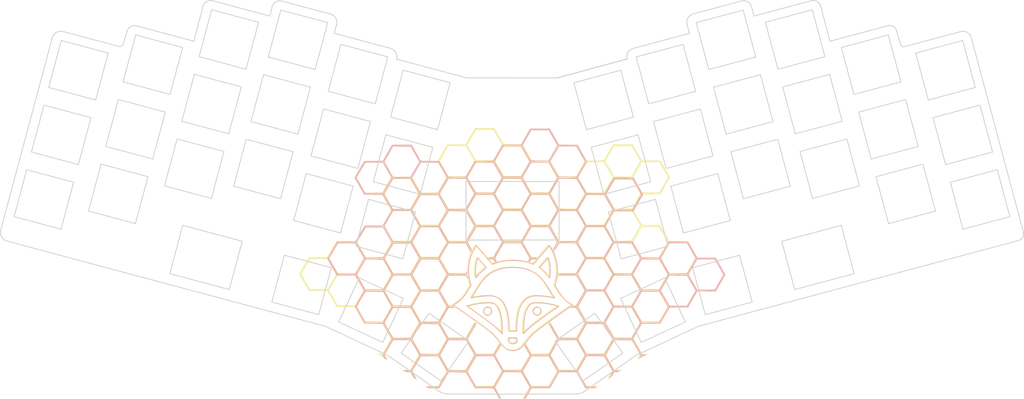
<source format=kicad_pcb>
(kicad_pcb (version 20171130) (host pcbnew "(5.1.10)-1")
  (layers (0 F.Cu signal) (31 B.Cu signal) (34 B.Paste user) (35 F.Paste user) (36 B.SilkS user) (37 F.SilkS user) (38 B.Mask user) (39 F.Mask user) (44 Edge.Cuts user))
  (net 0 "")
  (module MountingHole:MountingHole_2.2mm_M2 (layer F.Cu) (at 240.45 50.93)
    (fp_text reference "" (at 0 -3.2) (layer F.SilkS))
    (fp_text value "")
    (pad 1 np_thru_hole circle (at 0 0) (size 2.2 2.2) (drill 2.2) (layers *.Cu *.Mask))
  )
  (module MountingHole:MountingHole_2.2mm_M2 (layer F.Cu) (at 186.79 71.13)
    (fp_text reference "" (at 0 -3.2) (layer F.SilkS))
    (fp_text value "")
    (pad 1 np_thru_hole circle (at 0 0) (size 2.2 2.2) (drill 2.2) (layers *.Cu *.Mask))
  )
  (module MountingHole:MountingHole_2.2mm_M2 (layer F.Cu) (at 109.51 71.73)
    (fp_text reference "" (at 0 -3.2) (layer F.SilkS))
    (fp_text value "")
    (pad 1 np_thru_hole circle (at 0 0) (size 2.2 2.2) (drill 2.2) (layers *.Cu *.Mask))
  )
  (module MountingHole:MountingHole_2.2mm_M2 (layer F.Cu) (at 56.3 50.71)
    (fp_text reference "" (at 0 -3.2) (layer F.SilkS))
    (fp_text value "")
    (pad 1 np_thru_hole circle (at 0 0) (size 2.2 2.2) (drill 2.2) (layers *.Cu *.Mask))
  )
  (module MountingHole:MountingHole_2.2mm_M2 (layer F.Cu) (at 27.89 102.07)
    (fp_text reference "" (at 0 -3.2) (layer F.SilkS))
    (fp_text value "")
    (pad 1 np_thru_hole circle (at 0 0) (size 2.2 2.2) (drill 2.2) (layers *.Cu *.Mask))
  )
  (module MountingHole:MountingHole_2.2mm_M2 (layer F.Cu) (at 101.26 109.13)
    (fp_text reference "" (at 0 -3.2) (layer F.SilkS))
    (fp_text value "")
    (pad 1 np_thru_hole circle (at 0 0) (size 2.2 2.2) (drill 2.2) (layers *.Cu *.Mask))
  )
  (module MountingHole:MountingHole_2.2mm_M2 (layer F.Cu) (at 195.3 109.19)
    (fp_text reference "" (at 0 -3.2) (layer F.SilkS))
    (fp_text value "")
    (pad 1 np_thru_hole circle (at 0 0) (size 2.2 2.2) (drill 2.2) (layers *.Cu *.Mask))
  )
  (module MountingHole:MountingHole_2.2mm_M2 (layer F.Cu) (at 268.73 102.02)
    (fp_text reference "" (at 0 -3.2) (layer F.SilkS))
    (fp_text value "")
    (pad 1 np_thru_hole circle (at 0 0) (size 2.2 2.2) (drill 2.2) (layers *.Cu *.Mask))
  )
  (module MountingHole:MountingHole_2.2mm_M2 (layer F.Cu) (at 148.36 140.91)
    (fp_text reference "" (at 0 -3.2) (layer F.SilkS))
    (fp_text value "")
    (pad 1 np_thru_hole circle (at 0 0) (size 2.2 2.2) (drill 2.2) (layers *.Cu *.Mask))
  )
  (gr_line (start 116.912708 101.112292) (end 119.523264 101.112292) (layer F.SilkS) (width 0.25))
  (gr_line (start 175.976528 80.607084) (end 177.264166 82.811945) (layer F.SilkS) (width 0.25))
  (gr_line (start 177.175972 74.036597) (end 176.188194 75.782847) (layer F.SilkS) (width 0.25))
  (gr_curve (pts (xy 152.393333 135.737431) (xy 151.714236 136.928056) (xy 151.158611 137.924653) (xy 151.16743 137.951111)) (layer F.SilkS) (width 0.25))
  (gr_curve (pts (xy 129.859653 82.944236) (xy 129.859653 82.917778) (xy 129.26875 81.885903) (xy 128.554375 80.651181)) (layer F.SilkS) (width 0.25))
  (gr_line (start 113.093889 131.1425) (end 113.093889 131.1425) (layer F.SilkS) (width 0.25))
  (gr_line (start 140.53118 69.362292) (end 138 69.362292) (layer F.SilkS) (width 0.25))
  (gr_line (start 174.865278 134.379236) (end 174.389028 133.567847) (layer F.SilkS) (width 0.25))
  (gr_line (start 159.933958 135.781528) (end 158.655139 133.567847) (layer F.SilkS) (width 0.25))
  (gr_line (start 119.41743 128.981736) (end 116.868611 128.999375) (layer F.SilkS) (width 0.25))
  (gr_curve (pts (xy 136.747639 71.531875) (xy 136.068541 72.7225) (xy 135.504097 73.745556) (xy 135.504097 73.789653)) (layer F.SilkS) (width 0.25))
  (gr_curve (pts (xy 180.659653 73.983681) (xy 179.760069 74.010139) (xy 178.613541 74.036597) (xy 178.102014 74.036597)) (layer F.SilkS) (width 0.25))
  (gr_line (start 175.703125 140.182431) (end 176.964305 137.986389) (layer F.SilkS) (width 0.25))
  (gr_line (start 119.805486 111.095903) (end 119.540903 110.637292) (layer F.SilkS) (width 0.25))
  (gr_curve (pts (xy 182.352986 82.706111) (xy 182.617569 82.397431) (xy 184.813611 78.44632) (xy 184.787153 78.322847)) (layer F.SilkS) (width 0.25))
  (gr_line (start 105.2975 103.493542) (end 106.620416 105.786597) (layer F.SilkS) (width 0.25))
  (gr_line (start 153.71625 142.387292) (end 156.194514 142.378472) (layer F.SilkS) (width 0.25))
  (gr_line (start 120.669791 131.133681) (end 119.41743 128.981736) (layer F.SilkS) (width 0.25))
  (gr_line (start 156.141597 133.567847) (end 153.628055 133.567847) (layer F.SilkS) (width 0.25))
  (gr_line (start 122.054444 87.442153) (end 124.691458 87.424514) (layer F.SilkS) (width 0.25))
  (gr_line (start 144.279444 140.147153) (end 145.540625 137.951111) (layer F.SilkS) (width 0.25))
  (gr_line (start 120.599236 94.294861) (end 119.496805 92.389861) (layer F.SilkS) (width 0.25))
  (gr_line (start 122.019166 96.746667) (end 121.860416 96.473264) (layer F.SilkS) (width 0.25))
  (gr_curve (pts (xy 156.194514 142.378472) (xy 158.417014 142.378472) (xy 158.690416 142.360834) (xy 158.805069 142.228542)) (layer F.SilkS) (width 0.25))
  (gr_line (start 97.439375 117.243056) (end 98.709375 119.412639) (layer F.SilkS) (width 0.25))
  (gr_line (start 182.220694 110.637292) (end 179.733611 110.637292) (layer F.SilkS) (width 0.25))
  (gr_line (start 174.389028 133.567847) (end 171.857847 133.567847) (layer F.SilkS) (width 0.25))
  (gr_curve (pts (xy 135.46 138.030486) (xy 135.46 138.083403) (xy 136.015625 139.08882) (xy 136.694722 140.261806)) (layer F.SilkS) (width 0.25))
  (gr_line (start 128.915972 112.842153) (end 127.663611 115.047014) (layer F.SilkS) (width 0.25))
  (gr_curve (pts (xy 136.694722 135.75507) (xy 136.015625 136.945695) (xy 135.46 137.96875) (xy 135.46 138.030486)) (layer F.SilkS) (width 0.25))
  (gr_curve (pts (xy 176.152916 136.592917) (xy 175.711944 135.825625) (xy 175.129861 134.829028) (xy 174.865278 134.379236)) (layer F.SilkS) (width 0.25))
  (gr_line (start 103.798194 110.637292) (end 101.249375 110.66375) (layer F.SilkS) (width 0.25))
  (gr_curve (pts (xy 111.973819 115.091111) (xy 111.991458 115.152848) (xy 112.555903 116.158264) (xy 113.235 117.322431)) (layer F.SilkS) (width 0.25))
  (gr_line (start 164.008541 110.654931) (end 161.495 110.681389) (layer F.SilkS) (width 0.25))
  (gr_line (start 127.663611 115.047014) (end 128.95125 117.251875) (layer F.SilkS) (width 0.25))
  (gr_curve (pts (xy 151.16743 137.951111) (xy 151.16743 137.97757) (xy 151.740694 138.982986) (xy 152.44625 140.19125)) (layer F.SilkS) (width 0.25))
  (gr_curve (pts (xy 144.993819 137.01625) (xy 144.693958 136.504722) (xy 144.111875 135.516945) (xy 143.715 134.820209)) (layer F.SilkS) (width 0.25))
  (gr_curve (pts (xy 167.845 117.216597) (xy 168.938611 115.302778) (xy 169.088541 115.002917) (xy 169.000347 114.835347)) (layer F.SilkS) (width 0.25))
  (gr_line (start 169.326666 142.378472) (end 172.76 142.35) (layer F.SilkS) (width 0.25))
  (gr_line (start 143.027083 142.343195) (end 144.279444 140.147153) (layer F.SilkS) (width 0.25))
  (gr_line (start 171.857847 133.567847) (end 169.326666 133.567847) (layer F.SilkS) (width 0.25))
  (gr_line (start 145.540625 137.951111) (end 144.993819 137.01625) (layer F.SilkS) (width 0.25))
  (gr_line (start 121.00493 135.710972) (end 121.00493 135.710972) (layer F.SilkS) (width 0.25))
  (gr_line (start 168.056666 135.781528) (end 168.056666 135.781528) (layer F.SilkS) (width 0.25))
  (gr_line (start 98.691736 110.681389) (end 97.430555 112.877431) (layer F.SilkS) (width 0.25))
  (gr_curve (pts (xy 119.779028 137.933472) (xy 119.779028 137.986389) (xy 120.343472 139.009445) (xy 120.79 139.75)) (layer F.SilkS) (width 0.25))
  (gr_line (start 97.430555 112.877431) (end 97.430555 112.877431) (layer F.SilkS) (width 0.25))
  (gr_line (start 128.915972 112.842153) (end 128.915972 112.842153) (layer F.SilkS) (width 0.25))
  (gr_line (start 122.319028 115.179306) (end 121.154861 117.207778) (layer F.SilkS) (width 0.25))
  (gr_curve (pts (xy 183.56125 126.459375) (xy 184.249166 125.259931) (xy 184.804791 124.254514) (xy 184.804791 124.210417)) (layer F.SilkS) (width 0.25))
  (gr_curve (pts (xy 136.694722 126.574028) (xy 136.015625 127.773472) (xy 135.468819 128.787709) (xy 135.486458 128.840625)) (layer F.SilkS) (width 0.25))
  (gr_line (start 132.655416 110.637292) (end 130.168333 110.646111) (layer F.SilkS) (width 0.25))
  (gr_line (start 183.87875 121.908542) (end 185.113472 124.042847) (layer F.SilkS) (width 0.25))
  (gr_line (start 168.083125 121.837986) (end 169.344305 123.99875) (layer F.SilkS) (width 0.25))
  (gr_line (start 169.388403 115.223403) (end 168.268333 117.18132) (layer F.SilkS) (width 0.25))
  (gr_line (start 176.064722 126.618125) (end 177.237708 128.628959) (layer F.SilkS) (width 0.25))
  (gr_curve (pts (xy 168.268333 117.18132) (xy 167.650972 118.266111) (xy 167.077708 119.271528) (xy 166.989514 119.412639)) (layer F.SilkS) (width 0.25))
  (gr_line (start 114.469722 119.456736) (end 116.992083 119.456736) (layer F.SilkS) (width 0.25))
  (gr_line (start 179.74243 119.835972) (end 177.184791 119.853611) (layer F.SilkS) (width 0.25))
  (gr_line (start 112.882222 117.348889) (end 111.6475 115.223403) (layer F.SilkS) (width 0.25))
  (gr_line (start 98.709375 119.412639) (end 101.249375 119.430278) (layer F.SilkS) (width 0.25))
  (gr_line (start 128.95125 117.251875) (end 130.230069 119.456736) (layer F.SilkS) (width 0.25))
  (gr_curve (pts (xy 129.745 119.412639) (xy 129.683264 119.306806) (xy 129.10118 118.301389) (xy 128.448541 117.1725)) (layer F.SilkS) (width 0.25))
  (gr_curve (pts (xy 113.208541 121.970278) (xy 112.11493 123.866459) (xy 111.95618 124.192778) (xy 112.035555 124.369167)) (layer F.SilkS) (width 0.25))
  (gr_curve (pts (xy 120.69625 126.441736) (xy 121.340069 125.304028) (xy 121.913333 124.307431) (xy 121.948611 124.219236)) (layer F.SilkS) (width 0.25))
  (gr_curve (pts (xy 184.804791 124.210417) (xy 184.804791 124.16632) (xy 184.240347 123.152084) (xy 183.543611 121.970278)) (layer F.SilkS) (width 0.25))
  (gr_line (start 166.530903 128.628959) (end 167.783264 126.450556) (layer F.SilkS) (width 0.25))
  (gr_line (start 130.168333 110.646111) (end 128.915972 112.842153) (layer F.SilkS) (width 0.25))
  (gr_line (start 182.29125 119.809514) (end 179.74243 119.835972) (layer F.SilkS) (width 0.25))
  (gr_line (start 121.01375 126.644584) (end 119.73493 128.884722) (layer F.SilkS) (width 0.25))
  (gr_line (start 120.757986 121.890903) (end 119.496805 119.72132) (layer F.SilkS) (width 0.25))
  (gr_line (start 114.469722 119.765417) (end 113.208541 121.970278) (layer F.SilkS) (width 0.25))
  (gr_line (start 177.237708 128.628959) (end 179.777708 128.628959) (layer F.SilkS) (width 0.25))
  (gr_line (start 164.008541 128.61132) (end 166.530903 128.628959) (layer F.SilkS) (width 0.25))
  (gr_curve (pts (xy 105.509166 117.093125) (xy 104.918264 118.125) (xy 104.345 119.130417) (xy 104.239166 119.324445)) (layer F.SilkS) (width 0.25))
  (gr_line (start 166.583819 119.412639) (end 167.845 117.216597) (layer F.SilkS) (width 0.25))
  (gr_curve (pts (xy 119.89368 119.412639) (xy 119.814305 119.571389) (xy 119.981875 119.906528) (xy 121.093125 121.829167)) (layer F.SilkS) (width 0.25))
  (gr_line (start 130.088958 128.584861) (end 132.637778 128.584861) (layer F.SilkS) (width 0.25))
  (gr_line (start 113.208541 121.970278) (end 113.208541 121.970278) (layer F.SilkS) (width 0.25))
  (gr_curve (pts (xy 106.267639 115.020556) (xy 106.267639 114.95882) (xy 105.712014 113.953403) (xy 105.032916 112.780417)) (layer F.SilkS) (width 0.25))
  (gr_line (start 106.593958 115.223403) (end 105.509166 117.093125) (layer F.SilkS) (width 0.25))
  (gr_curve (pts (xy 128.545555 131.054306) (xy 129.215833 129.890139) (xy 129.762639 128.884722) (xy 129.771458 128.822986)) (layer F.SilkS) (width 0.25))
  (gr_line (start 96.178194 115.073473) (end 97.439375 117.243056) (layer F.SilkS) (width 0.25))
  (gr_line (start 183.508333 112.850972) (end 182.220694 110.637292) (layer F.SilkS) (width 0.25))
  (gr_line (start 109.125139 124.042847) (end 111.656319 124.042847) (layer F.SilkS) (width 0.25))
  (gr_curve (pts (xy 159.89868 131.080764) (xy 160.568958 129.907778) (xy 161.133403 128.893542) (xy 161.151041 128.831806)) (layer F.SilkS) (width 0.25))
  (gr_line (start 177.246528 110.637292) (end 175.967708 112.877431) (layer F.SilkS) (width 0.25))
  (gr_line (start 119.514444 119.456736) (end 120.793264 117.225417) (layer F.SilkS) (width 0.25))
  (gr_line (start 179.733611 110.637292) (end 177.246528 110.637292) (layer F.SilkS) (width 0.25))
  (gr_line (start 175.967708 112.877431) (end 175.967708 112.877431) (layer F.SilkS) (width 0.25))
  (gr_line (start 127.257916 115.11757) (end 124.788472 115.152848) (layer F.SilkS) (width 0.25))
  (gr_line (start 174.380208 115.223403) (end 171.884305 115.223403) (layer F.SilkS) (width 0.25))
  (gr_curve (pts (xy 168.109583 80.739375) (xy 167.04243 82.609097) (xy 166.901319 82.900139) (xy 166.980694 83.067709)) (layer F.SilkS) (width 0.25))
  (gr_line (start 122.230833 96.526181) (end 124.797291 96.526181) (layer F.SilkS) (width 0.25))
  (gr_curve (pts (xy 145.540625 92.037084) (xy 145.522986 91.992986) (xy 144.958541 91.005209) (xy 144.279444 89.832222)) (layer F.SilkS) (width 0.25))
  (gr_line (start 140.522361 87.706736) (end 137.99118 87.706736) (layer F.SilkS) (width 0.25))
  (gr_line (start 143.044722 87.706736) (end 140.522361 87.706736) (layer F.SilkS) (width 0.25))
  (gr_line (start 152.463889 80.792292) (end 151.193889 83.005972) (layer F.SilkS) (width 0.25))
  (gr_line (start 143.044722 105.698403) (end 144.314722 103.502361) (layer F.SilkS) (width 0.25))
  (gr_curve (pts (xy 176.073541 85.202014) (xy 175.420903 86.348542) (xy 174.847639 87.362778) (xy 174.803541 87.450972)) (layer F.SilkS) (width 0.25))
  (gr_curve (pts (xy 119.796666 91.992986) (xy 119.708472 92.160556) (xy 119.849583 92.442778) (xy 120.960833 94.356597)) (layer F.SilkS) (width 0.25))
  (gr_line (start 166.425069 92.266389) (end 164.925764 92.319306) (layer F.SilkS) (width 0.25))
  (gr_line (start 182.29125 83.120625) (end 179.777708 83.120625) (layer F.SilkS) (width 0.25))
  (gr_line (start 182.388264 91.94007) (end 183.605347 89.796945) (layer F.SilkS) (width 0.25))
  (gr_curve (pts (xy 130.159514 101.491528) (xy 130.036041 101.650278) (xy 127.716528 105.768959) (xy 127.716528 105.830695)) (layer F.SilkS) (width 0.25))
  (gr_line (start 144.279444 80.607084) (end 143.07118 78.534514) (layer F.SilkS) (width 0.25))
  (gr_line (start 127.407847 105.654306) (end 128.63375 103.537639) (layer F.SilkS) (width 0.25))
  (gr_curve (pts (xy 164.925764 92.319306) (xy 164.096736 92.354584) (xy 162.994305 92.381042) (xy 162.482778 92.381042)) (layer F.SilkS) (width 0.25))
  (gr_curve (pts (xy 121.922153 105.566111) (xy 121.833958 105.425) (xy 121.278333 104.463681) (xy 120.68743 103.449445)) (layer F.SilkS) (width 0.25))
  (gr_line (start 182.29125 101.085834) (end 183.349583 99.23375) (layer F.SilkS) (width 0.25))
  (gr_line (start 161.636111 101.200486) (end 164.105555 101.182847) (layer F.SilkS) (width 0.25))
  (gr_line (start 156.273889 87.3275) (end 158.822708 87.309861) (layer F.SilkS) (width 0.25))
  (gr_line (start 138.017639 78.534514) (end 136.782917 80.704097) (layer F.SilkS) (width 0.25))
  (gr_curve (pts (xy 169.070903 96.711389) (xy 168.691667 96.041111) (xy 166.73375 92.707361) (xy 166.610278 92.522153)) (layer F.SilkS) (width 0.25))
  (gr_line (start 135.15 101.46) (end 132.6025 101.420972) (layer F.SilkS) (width 0.25))
  (gr_curve (pts (xy 184.83125 87.574445) (xy 184.83125 87.521528) (xy 184.266805 86.498472) (xy 183.56125 85.299028)) (layer F.SilkS) (width 0.25))
  (gr_line (start 140.548819 87.353959) (end 143.07118 87.353959) (layer F.SilkS) (width 0.25))
  (gr_line (start 153.71625 87.706736) (end 152.455069 89.920417) (layer F.SilkS) (width 0.25))
  (gr_curve (pts (xy 159.995694 94.32132) (xy 160.69243 93.113056) (xy 161.256875 92.072361) (xy 161.256875 92.019445)) (layer F.SilkS) (width 0.25))
  (gr_line (start 141.38 105.71) (end 143.044722 105.698403) (layer F.SilkS) (width 0.25))
  (gr_line (start 128.580833 99.013264) (end 127.346111 96.878959) (layer F.SilkS) (width 0.25))
  (gr_line (start 166.610278 92.522153) (end 166.425069 92.266389) (layer F.SilkS) (width 0.25))
  (gr_curve (pts (xy 111.973819 105.91007) (xy 111.991458 105.971806) (xy 112.555903 106.977222) (xy 113.235 108.150209)) (layer F.SilkS) (width 0.25))
  (gr_line (start 143.053541 96.526181) (end 144.314722 94.32132) (layer F.SilkS) (width 0.25))
  (gr_line (start 135.265972 101.694375) (end 135.18 101.53) (layer F.SilkS) (width 0.25))
  (gr_line (start 128.572014 89.929236) (end 127.275555 87.706736) (layer F.SilkS) (width 0.25))
  (gr_curve (pts (xy 160.295555 94.550625) (xy 159.607639 95.74125) (xy 159.069653 96.746667) (xy 159.078472 96.773125)) (layer F.SilkS) (width 0.25))
  (gr_line (start 158.822708 87.309861) (end 160.083889 85.11382) (layer F.SilkS) (width 0.25))
  (gr_line (start 160.37493 99.022084) (end 161.636111 101.200486) (layer F.SilkS) (width 0.25))
  (gr_line (start 136.738819 89.911597) (end 136.738819 89.911597) (layer F.SilkS) (width 0.25))
  (gr_line (start 140.504722 96.878959) (end 138.008819 96.878959) (layer F.SilkS) (width 0.25))
  (gr_line (start 177.237708 92.292847) (end 175.985347 94.497709) (layer F.SilkS) (width 0.25))
  (gr_line (start 156.229791 96.526181) (end 158.743333 96.526181) (layer F.SilkS) (width 0.25))
  (gr_line (start 124.797291 96.526181) (end 127.372569 96.526181) (layer F.SilkS) (width 0.25))
  (gr_line (start 156.24743 87.706736) (end 153.71625 87.706736) (layer F.SilkS) (width 0.25))
  (gr_line (start 114.469722 110.284514) (end 117.018541 110.258056) (layer F.SilkS) (width 0.25))
  (gr_curve (pts (xy 121.066666 89.779306) (xy 120.422847 90.890556) (xy 119.858403 91.895972) (xy 119.796666 91.992986)) (layer F.SilkS) (width 0.25))
  (gr_line (start 164.114375 91.94007) (end 166.592639 91.94007) (layer F.SilkS) (width 0.25))
  (gr_line (start 145.575903 101.2975) (end 144.755694 99.904028) (layer F.SilkS) (width 0.25))
  (gr_line (start 179.812986 91.94007) (end 182.388264 91.94007) (layer F.SilkS) (width 0.25))
  (gr_line (start 183.861111 80.739375) (end 183.861111 80.739375) (layer F.SilkS) (width 0.25))
  (gr_line (start 184.82243 96.632014) (end 183.56125 94.462431) (layer F.SilkS) (width 0.25))
  (gr_line (start 152.455069 89.920417) (end 152.455069 89.920417) (layer F.SilkS) (width 0.25))
  (gr_curve (pts (xy 136.738819 89.911597) (xy 135.759861 91.631389) (xy 135.495278 92.160556) (xy 135.557014 92.284028)) (layer F.SilkS) (width 0.25))
  (gr_line (start 175.985347 94.497709) (end 175.985347 94.497709) (layer F.SilkS) (width 0.25))
  (gr_line (start 127.372569 96.526181) (end 128.616111 94.338959) (layer F.SilkS) (width 0.25))
  (gr_line (start 122.230833 87.750834) (end 121.066666 89.779306) (layer F.SilkS) (width 0.25))
  (gr_line (start 161.627291 91.94007) (end 164.114375 91.94007) (layer F.SilkS) (width 0.25))
  (gr_line (start 160.083889 85.11382) (end 161.33625 82.908959) (layer F.SilkS) (width 0.25))
  (gr_curve (pts (xy 160.639514 90.872917) (xy 160.295555 90.299653) (xy 159.73993 89.347153) (xy 159.404791 88.76507)) (layer F.SilkS) (width 0.25))
  (gr_line (start 168.1625 108.167847) (end 168.1625 108.167847) (layer F.SilkS) (width 0.25))
  (gr_line (start 168.144861 112.709861) (end 169.406041 114.870625) (layer F.SilkS) (width 0.25))
  (gr_line (start 132.690694 101.094653) (end 135.195416 101.112292) (layer F.SilkS) (width 0.25))
  (gr_curve (pts (xy 151.731875 102.241181) (xy 152.031736 102.761528) (xy 152.605 103.749306) (xy 153.001875 104.437222)) (layer F.SilkS) (width 0.25))
  (gr_curve (pts (xy 119.831944 101.315139) (xy 119.858403 101.376875) (xy 120.431666 102.373472) (xy 121.110764 103.537639)) (layer F.SilkS) (width 0.25))
  (gr_curve (pts (xy 129.886111 110.328611) (xy 129.886111 110.275695) (xy 129.489236 109.56132) (xy 129.004166 108.741111)) (layer F.SilkS) (width 0.25))
  (gr_curve (pts (xy 191.569305 99.480695) (xy 190.978403 98.457639) (xy 190.405139 97.478681) (xy 190.299305 97.293472)) (layer F.SilkS) (width 0.25))
  (gr_curve (pts (xy 144.314722 94.32132) (xy 145.002639 93.104236) (xy 145.558264 92.081181) (xy 145.540625 92.037084)) (layer F.SilkS) (width 0.25))
  (gr_line (start 179.768889 92.292847) (end 177.237708 92.292847) (layer F.SilkS) (width 0.25))
  (gr_line (start 136.827014 94.488889) (end 138.017639 96.526181) (layer F.SilkS) (width 0.25))
  (gr_line (start 179.821805 101.13875) (end 182.29125 101.085834) (layer F.SilkS) (width 0.25))
  (gr_line (start 127.275555 87.706736) (end 124.753194 87.724375) (layer F.SilkS) (width 0.25))
  (gr_line (start 183.781736 103.581736) (end 185.034097 105.7425) (layer F.SilkS) (width 0.25))
  (gr_line (start 159.404791 88.76507) (end 158.778611 87.706736) (layer F.SilkS) (width 0.25))
  (gr_line (start 156.176875 96.878959) (end 153.689791 96.878959) (layer F.SilkS) (width 0.25))
  (gr_line (start 169.335486 105.654306) (end 171.884305 105.654306) (layer F.SilkS) (width 0.25))
  (gr_line (start 153.689791 96.878959) (end 152.43743 99.08382) (layer F.SilkS) (width 0.25))
  (gr_line (start 182.29125 92.292847) (end 179.768889 92.292847) (layer F.SilkS) (width 0.25))
  (gr_line (start 190.184653 114.844167) (end 191.419375 112.692222) (layer F.SilkS) (width 0.25))
  (gr_line (start 158.778611 87.706736) (end 156.24743 87.706736) (layer F.SilkS) (width 0.25))
  (gr_curve (pts (xy 174.785903 96.843681) (xy 174.865278 97.046528) (xy 177.140694 100.962361) (xy 177.255347 101.085834)) (layer F.SilkS) (width 0.25))
  (gr_line (start 138.008819 96.878959) (end 136.800555 98.995625) (layer F.SilkS) (width 0.25))
  (gr_line (start 121.040208 99.048542) (end 121.040208 99.048542) (layer F.SilkS) (width 0.25))
  (gr_line (start 183.56125 94.462431) (end 182.29125 92.292847) (layer F.SilkS) (width 0.25))
  (gr_line (start 148.380486 92.292847) (end 145.866944 92.292847) (layer F.SilkS) (width 0.25))
  (gr_curve (pts (xy 128.63375 103.537639) (xy 129.312847 102.373472) (xy 129.850833 101.359236) (xy 129.842014 101.279861)) (layer F.SilkS) (width 0.25))
  (gr_curve (pts (xy 175.985347 94.497709) (xy 175.209236 95.864722) (xy 174.750625 96.755486) (xy 174.785903 96.843681)) (layer F.SilkS) (width 0.25))
  (gr_curve (pts (xy 159.078472 96.773125) (xy 159.096111 96.808403) (xy 159.678194 97.81382) (xy 160.37493 99.022084)) (layer F.SilkS) (width 0.25))
  (gr_curve (pts (xy 177.255347 101.085834) (xy 177.334722 101.174028) (xy 177.934444 101.182847) (xy 179.821805 101.13875)) (layer F.SilkS) (width 0.25))
  (gr_curve (pts (xy 183.349583 99.23375) (xy 183.931666 98.210695) (xy 184.50493 97.214097) (xy 184.619583 97.002431)) (layer F.SilkS) (width 0.25))
  (gr_line (start 152.12875 94.427153) (end 150.894028 92.292847) (layer F.SilkS) (width 0.25))
  (gr_curve (pts (xy 135.574653 101.182847) (xy 135.557014 101.226945) (xy 136.121458 102.25882) (xy 136.71 103.26)) (layer F.SilkS) (width 0.25))
  (gr_curve (pts (xy 192.636458 110.469722) (xy 192.618819 110.434445) (xy 192.036736 109.429028) (xy 191.34 108.229584)) (layer F.SilkS) (width 0.25))
  (gr_line (start 161.539097 92.381042) (end 160.295555 94.550625) (layer F.SilkS) (width 0.25))
  (gr_line (start 129.859653 92.142917) (end 128.572014 89.929236) (layer F.SilkS) (width 0.25))
  (gr_line (start 152.43743 99.08382) (end 152.43743 99.08382) (layer F.SilkS) (width 0.25))
  (gr_curve (pts (xy 167.83618 98.960347) (xy 168.524097 97.743264) (xy 169.079722 96.737847) (xy 169.070903 96.711389)) (layer F.SilkS) (width 0.25))
  (gr_curve (pts (xy 135.557014 92.284028) (xy 135.601111 92.372222) (xy 136.174375 93.36) (xy 136.827014 94.488889)) (layer F.SilkS) (width 0.25))
  (gr_line (start 166.56618 101.156389) (end 167.83618 98.960347) (layer F.SilkS) (width 0.25))
  (gr_line (start 162.482778 92.381042) (end 161.539097 92.381042) (layer F.SilkS) (width 0.25))
  (gr_curve (pts (xy 184.072778 98.686945) (xy 183.543611 99.604167) (xy 182.979166 100.600764) (xy 182.820416 100.891806)) (layer F.SilkS) (width 0.25))
  (gr_line (start 140.53118 96.526181) (end 143.053541 96.526181) (layer F.SilkS) (width 0.25))
  (gr_line (start 128.616111 94.338959) (end 129.859653 92.142917) (layer F.SilkS) (width 0.25))
  (gr_line (start 174.300833 106.051181) (end 171.831389 106.06882) (layer F.SilkS) (width 0.25))
  (gr_line (start 186.118889 106.112917) (end 185.007639 106.165834) (layer F.SilkS) (width 0.25))
  (gr_line (start 120.960833 94.356597) (end 122.230833 96.526181) (layer F.SilkS) (width 0.25))
  (gr_line (start 158.655139 96.878959) (end 156.176875 96.878959) (layer F.SilkS) (width 0.25))
  (gr_line (start 137.99118 87.706736) (end 136.738819 89.911597) (layer F.SilkS) (width 0.25))
  (gr_line (start 138.017639 96.526181) (end 140.53118 96.526181) (layer F.SilkS) (width 0.25))
  (gr_line (start 159.933958 99.075) (end 158.655139 96.878959) (layer F.SilkS) (width 0.25))
  (gr_line (start 153.71625 96.517361) (end 156.229791 96.526181) (layer F.SilkS) (width 0.25))
  (gr_curve (pts (xy 132.6025 101.420972) (xy 131.261944 101.45625) (xy 130.159514 101.491528) (xy 130.159514 101.491528)) (layer F.SilkS) (width 0.25))
  (gr_line (start 184.619583 97.002431) (end 184.82243 96.632014) (layer F.SilkS) (width 0.25))
  (gr_curve (pts (xy 161.256875 92.019445) (xy 161.256875 91.975347) (xy 160.974653 91.455) (xy 160.639514 90.872917)) (layer F.SilkS) (width 0.25))
  (gr_line (start 124.753194 87.724375) (end 122.230833 87.750834) (layer F.SilkS) (width 0.25))
  (gr_line (start 187.556458 105.768959) (end 190.078819 105.786597) (layer F.SilkS) (width 0.25))
  (gr_line (start 153.001875 95.265) (end 153.71625 96.517361) (layer F.SilkS) (width 0.25))
  (gr_line (start 158.743333 96.526181) (end 159.995694 94.32132) (layer F.SilkS) (width 0.25))
  (gr_line (start 153.71625 105.689584) (end 155.02 105.72) (layer F.SilkS) (width 0.25))
  (gr_line (start 121.066666 89.779306) (end 121.066666 89.779306) (layer F.SilkS) (width 0.25))
  (gr_line (start 164.105555 101.182847) (end 166.56618 101.156389) (layer F.SilkS) (width 0.25))
  (gr_line (start 122.354305 106.007084) (end 121.075486 108.220764) (layer F.SilkS) (width 0.25))
  (gr_line (start 144.279444 89.832222) (end 143.044722 87.706736) (layer F.SilkS) (width 0.25))
  (gr_line (start 103.798194 110.284514) (end 105.059375 108.079653) (layer F.SilkS) (width 0.25))
  (gr_line (start 184.072778 98.686945) (end 184.072778 98.686945) (layer F.SilkS) (width 0.25))
  (gr_line (start 190.299305 97.293472) (end 190.096458 96.967153) (layer F.SilkS) (width 0.25))
  (gr_curve (pts (xy 174.750625 105.918889) (xy 174.750625 105.971806) (xy 175.323889 106.977222) (xy 176.020625 108.167847)) (layer F.SilkS) (width 0.25))
  (gr_line (start 179.698333 101.553264) (end 177.175972 101.562084) (layer F.SilkS) (width 0.25))
  (gr_line (start 136.800555 98.995625) (end 136.800555 98.995625) (layer F.SilkS) (width 0.25))
  (gr_line (start 171.831389 106.06882) (end 169.361944 106.095278) (layer F.SilkS) (width 0.25))
  (gr_line (start 143.468055 97.690347) (end 142.991805 96.878959) (layer F.SilkS) (width 0.25))
  (gr_line (start 185.034097 105.7425) (end 187.556458 105.768959) (layer F.SilkS) (width 0.25))
  (gr_line (start 190.078819 105.786597) (end 191.163611 103.916875) (layer F.SilkS) (width 0.25))
  (gr_line (start 119.567361 110.240417) (end 120.828541 108.035556) (layer F.SilkS) (width 0.25))
  (gr_curve (pts (xy 122.971666 114.835347) (xy 123.289166 114.808889) (xy 124.418055 114.782431) (xy 125.467569 114.782431)) (layer F.SilkS) (width 0.25))
  (gr_curve (pts (xy 191.419375 112.692222) (xy 192.107291 111.501597) (xy 192.654097 110.505) (xy 192.636458 110.469722)) (layer F.SilkS) (width 0.25))
  (gr_curve (pts (xy 185.095833 114.844167) (xy 185.175208 114.923542) (xy 185.819028 114.932361) (xy 187.68875 114.897084)) (layer F.SilkS) (width 0.25))
  (gr_line (start 127.372569 114.782431) (end 128.63375 112.595209) (layer F.SilkS) (width 0.25))
  (gr_curve (pts (xy 166.927778 110.390347) (xy 166.901319 110.478542) (xy 167.395208 111.422222) (xy 168.144861 112.709861)) (layer F.SilkS) (width 0.25))
  (gr_line (start 121.075486 108.220764) (end 121.075486 108.220764) (layer F.SilkS) (width 0.25))
  (gr_line (start 185.034097 97.01125) (end 184.072778 98.686945) (layer F.SilkS) (width 0.25))
  (gr_line (start 182.820416 100.891806) (end 182.520555 101.420972) (layer F.SilkS) (width 0.25))
  (gr_line (start 192.645278 101.332778) (end 191.569305 99.480695) (layer F.SilkS) (width 0.25))
  (gr_line (start 121.101944 112.665764) (end 122.398403 114.897084) (layer F.SilkS) (width 0.25))
  (gr_line (start 124.876666 105.654306) (end 127.407847 105.654306) (layer F.SilkS) (width 0.25))
  (gr_line (start 182.520555 101.420972) (end 183.781736 103.581736) (layer F.SilkS) (width 0.25))
  (gr_curve (pts (xy 119.532083 101.500347) (xy 119.452708 101.403334) (xy 114.522639 101.438611) (xy 114.407986 101.544445)) (layer F.SilkS) (width 0.25))
  (gr_curve (pts (xy 182.573472 110.496181) (xy 182.573472 110.610834) (xy 184.945903 114.685417) (xy 185.095833 114.844167)) (layer F.SilkS) (width 0.25))
  (gr_curve (pts (xy 128.63375 112.595209) (xy 129.321666 111.395764) (xy 129.886111 110.372709) (xy 129.886111 110.328611)) (layer F.SilkS) (width 0.25))
  (gr_line (start 120.828541 108.035556) (end 122.089722 105.830695) (layer F.SilkS) (width 0.25))
  (gr_curve (pts (xy 191.163611 103.916875) (xy 191.754514 102.885) (xy 192.327778 101.879584) (xy 192.44243 101.685556)) (layer F.SilkS) (width 0.25))
  (gr_curve (pts (xy 144.755694 99.904028) (xy 144.314722 99.136736) (xy 143.732639 98.140139) (xy 143.468055 97.690347)) (layer F.SilkS) (width 0.25))
  (gr_line (start 113.235 108.150209) (end 114.469722 110.284514) (layer F.SilkS) (width 0.25))
  (gr_curve (pts (xy 129.842014 101.279861) (xy 129.824375 101.200486) (xy 129.25993 100.177431) (xy 128.580833 99.013264)) (layer F.SilkS) (width 0.25))
  (gr_line (start 122.089722 105.830695) (end 121.922153 105.566111) (layer F.SilkS) (width 0.25))
  (gr_curve (pts (xy 175.667847 112.709861) (xy 176.435139 111.351667) (xy 176.867291 110.496181) (xy 176.832014 110.407986)) (layer F.SilkS) (width 0.25))
  (gr_curve (pts (xy 188.650069 106.051181) (xy 187.865139 106.051181) (xy 186.72743 106.077639) (xy 186.118889 106.112917)) (layer F.SilkS) (width 0.25))
  (gr_line (start 124.82375 96.878959) (end 122.292569 96.878959) (layer F.SilkS) (width 0.25))
  (gr_line (start 142.991805 96.878959) (end 140.504722 96.878959) (layer F.SilkS) (width 0.25))
  (gr_line (start 125.467569 114.782431) (end 127.372569 114.782431) (layer F.SilkS) (width 0.25))
  (gr_curve (pts (xy 121.040208 99.048542) (xy 120.352291 100.239167) (xy 119.814305 101.262222) (xy 119.831944 101.315139)) (layer F.SilkS) (width 0.25))
  (gr_curve (pts (xy 120.68743 103.449445) (xy 120.096528 102.426389) (xy 119.57618 101.553264) (xy 119.532083 101.500347)) (layer F.SilkS) (width 0.25))
  (gr_line (start 187.565278 96.984792) (end 185.034097 97.01125) (layer F.SilkS) (width 0.25))
  (gr_curve (pts (xy 114.407986 101.544445) (xy 114.249236 101.694375) (xy 111.947361 105.813056) (xy 111.973819 105.91007)) (layer F.SilkS) (width 0.25))
  (gr_curve (pts (xy 127.716528 105.830695) (xy 127.716528 105.936528) (xy 130.097778 110.011111) (xy 130.256528 110.1875)) (layer F.SilkS) (width 0.25))
  (gr_line (start 127.346111 96.878959) (end 124.82375 96.878959) (layer F.SilkS) (width 0.25))
  (gr_line (start 127.381389 105.962986) (end 124.867847 105.980625) (layer F.SilkS) (width 0.25))
  (gr_line (start 122.292569 96.878959) (end 121.040208 99.048542) (layer F.SilkS) (width 0.25))
  (gr_line (start 169.406041 114.870625) (end 171.928403 114.870625) (layer F.SilkS) (width 0.25))
  (gr_line (start 122.398403 114.897084) (end 122.971666 114.835347) (layer F.SilkS) (width 0.25))
  (gr_line (start 174.441944 114.861806) (end 175.667847 112.709861) (layer F.SilkS) (width 0.25))
  (gr_line (start 190.07 106.051181) (end 188.650069 106.051181) (layer F.SilkS) (width 0.25))
  (gr_line (start 127.751805 106.597986) (end 127.381389 105.962986) (layer F.SilkS) (width 0.25))
  (gr_line (start 190.096458 96.967153) (end 187.565278 96.984792) (layer F.SilkS) (width 0.25))
  (gr_curve (pts (xy 130.256528 110.1875) (xy 130.353541 110.284514) (xy 130.803333 110.293334) (xy 132.805347 110.240417)) (layer F.SilkS) (width 0.25))
  (gr_line (start 121.075486 108.220764) (end 119.796666 110.443264) (layer F.SilkS) (width 0.25))
  (gr_line (start 122.345486 105.654306) (end 124.876666 105.654306) (layer F.SilkS) (width 0.25))
  (gr_line (start 117.018541 110.258056) (end 119.567361 110.240417) (layer F.SilkS) (width 0.25))
  (gr_curve (pts (xy 136.39 103.51) (xy 135.989166 102.902639) (xy 135.389444 101.888403) (xy 135.265972 101.694375)) (layer F.SilkS) (width 0.25))
  (gr_line (start 186.118889 106.112917) (end 186.118889 106.112917) (layer F.SilkS) (width 0.25))
  (gr_line (start 191.34 108.229584) (end 190.07 106.051181) (layer F.SilkS) (width 0.25))
  (gr_line (start 121.110764 103.537639) (end 122.345486 105.654306) (layer F.SilkS) (width 0.25))
  (gr_line (start 124.867847 105.980625) (end 122.354305 106.007084) (layer F.SilkS) (width 0.25))
  (gr_line (start 130.159514 101.491528) (end 130.159514 101.491528) (layer F.SilkS) (width 0.25))
  (gr_line (start 192.44243 101.685556) (end 192.645278 101.332778) (layer F.SilkS) (width 0.25))
  (gr_line (start 144.314722 103.502361) (end 145.575903 101.2975) (layer F.SilkS) (width 0.25))
  (gr_line (start 132.805347 110.240417) (end 135.1 110.23) (layer F.SilkS) (width 0.25))
  (gr_line (start 132.673055 92.292847) (end 130.150694 92.292847) (layer F.SilkS) (width 0.25))
  (gr_line (start 166.980694 101.068195) (end 166.821944 101.332778) (layer F.SilkS) (width 0.25))
  (gr_line (start 136.430139 94.435972) (end 135.195416 92.301667) (layer F.SilkS) (width 0.25))
  (gr_line (start 135.195416 92.301667) (end 132.673055 92.292847) (layer F.SilkS) (width 0.25))
  (gr_curve (pts (xy 175.756041 99.180834) (xy 175.085764 98.034306) (xy 174.50368 97.046528) (xy 174.459583 96.984792)) (layer F.SilkS) (width 0.25))
  (gr_line (start 127.566597 87.547986) (end 128.863055 89.788125) (layer F.SilkS) (width 0.25))
  (gr_line (start 135.195416 101.112292) (end 136.430139 98.942709) (layer F.SilkS) (width 0.25))
  (gr_line (start 168.083125 103.493542) (end 169.335486 105.654306) (layer F.SilkS) (width 0.25))
  (gr_line (start 128.977708 94.338959) (end 128.977708 94.338959) (layer F.SilkS) (width 0.25))
  (gr_curve (pts (xy 136.430139 98.942709) (xy 137.109236 97.752084) (xy 137.664861 96.729028) (xy 137.664861 96.676111)) (layer F.SilkS) (width 0.25))
  (gr_line (start 153.001875 104.437222) (end 153.71625 105.689584) (layer F.SilkS) (width 0.25))
  (gr_line (start 145.866944 92.292847) (end 144.596944 94.506528) (layer F.SilkS) (width 0.25))
  (gr_curve (pts (xy 144.596944 94.506528) (xy 143.423958 96.552639) (xy 143.344583 96.737847) (xy 143.432778 96.949514)) (layer F.SilkS) (width 0.25))
  (gr_line (start 128.915972 98.872153) (end 130.194791 101.068195) (layer F.SilkS) (width 0.25))
  (gr_curve (pts (xy 128.977708 94.338959) (xy 128.325069 95.467847) (xy 127.760625 96.455625) (xy 127.716528 96.535)) (layer F.SilkS) (width 0.25))
  (gr_curve (pts (xy 143.432778 96.949514) (xy 143.494514 97.072986) (xy 144.058958 98.060764) (xy 144.685139 99.145556)) (layer F.SilkS) (width 0.25))
  (gr_line (start 166.821944 101.332778) (end 168.083125 103.493542) (layer F.SilkS) (width 0.25))
  (gr_curve (pts (xy 136.800555 98.995625) (xy 136.139097 100.159792) (xy 135.583472 101.13875) (xy 135.574653 101.182847)) (layer F.SilkS) (width 0.25))
  (gr_curve (pts (xy 153.38993 96.632014) (xy 153.381111 96.587917) (xy 152.807847 95.59132) (xy 152.12875 94.427153)) (layer F.SilkS) (width 0.25))
  (gr_line (start 152.43743 99.08382) (end 151.17625 101.288681) (layer F.SilkS) (width 0.25))
  (gr_line (start 144.685139 99.145556) (end 145.840486 101.112292) (layer F.SilkS) (width 0.25))
  (gr_line (start 171.884305 105.654306) (end 174.433125 105.654306) (layer F.SilkS) (width 0.25))
  (gr_line (start 169.388403 96.878959) (end 168.268333 98.836875) (layer F.SilkS) (width 0.25))
  (gr_curve (pts (xy 158.76 78.25) (xy 158.662986 78.382292) (xy 158.424861 78.391111) (xy 156.149445 78.329375)) (layer B.SilkS) (width 0.25))
  (gr_curve (pts (xy 169.131667 78.532222) (xy 169.131667 78.57632) (xy 168.558403 79.599375) (xy 167.861667 80.79882)) (layer B.SilkS) (width 0.25))
  (gr_line (start 158.76 69.492292) (end 160.012361 71.661875) (layer B.SilkS) (width 0.25))
  (gr_line (start 144.525417 76.256806) (end 145.777778 74.087222) (layer B.SilkS) (width 0.25))
  (gr_line (start 121.824167 78.09125) (end 122.079931 78.532222) (layer B.SilkS) (width 0.25))
  (gr_line (start 153.52125 69.227709) (end 152.198334 71.494306) (layer B.SilkS) (width 0.25))
  (gr_curve (pts (xy 164.078125 82.924306) (xy 161.926181 82.880209) (xy 161.546945 82.85375) (xy 161.44993 82.739097)) (layer B.SilkS) (width 0.25))
  (gr_line (start 150.893056 74.1225) (end 152.145417 76.309722) (layer B.SilkS) (width 0.25))
  (gr_curve (pts (xy 159.121597 78.355834) (xy 159.23625 78.10007) (xy 161.423472 74.342986) (xy 161.546945 74.184236)) (layer B.SilkS) (width 0.25))
  (gr_curve (pts (xy 117.01757 82.968403) (xy 114.742153 82.986042) (xy 114.530486 82.977222) (xy 114.407014 82.836111)) (layer B.SilkS) (width 0.25))
  (gr_line (start 152.145417 76.309722) (end 153.406597 78.505764) (layer B.SilkS) (width 0.25))
  (gr_line (start 169.519722 78.541042) (end 168.179167 76.203889) (layer B.SilkS) (width 0.25))
  (gr_line (start 153.697639 69.492292) (end 156.22882 69.492292) (layer B.SilkS) (width 0.25))
  (gr_line (start 168.179167 76.203889) (end 166.838611 73.857917) (layer B.SilkS) (width 0.25))
  (gr_line (start 166.838611 73.857917) (end 164.201597 73.831459) (layer B.SilkS) (width 0.25))
  (gr_line (start 152.136597 80.675347) (end 150.875417 82.85375) (layer B.SilkS) (width 0.25))
  (gr_line (start 148.344236 82.85375) (end 145.813056 82.85375) (layer B.SilkS) (width 0.25))
  (gr_curve (pts (xy 120.571806 75.912847) (xy 121.118611 76.865347) (xy 121.683056 77.853125) (xy 121.824167 78.09125)) (layer B.SilkS) (width 0.25))
  (gr_line (start 118.657986 74.166597) (end 118.657986 74.166597) (layer B.SilkS) (width 0.25))
  (gr_line (start 168.205625 80.781181) (end 169.519722 78.541042) (layer B.SilkS) (width 0.25))
  (gr_line (start 152.145417 76.309722) (end 152.145417 76.309722) (layer B.SilkS) (width 0.25))
  (gr_curve (pts (xy 160.18875 80.578334) (xy 159.156875 78.787986) (xy 159.042222 78.541042) (xy 159.121597 78.355834)) (layer B.SilkS) (width 0.25))
  (gr_line (start 160.259306 71.520764) (end 158.954028 69.227709) (layer B.SilkS) (width 0.25))
  (gr_curve (pts (xy 161.44993 82.739097) (xy 161.388195 82.659722) (xy 160.82375 81.689584) (xy 160.18875 80.578334)) (layer B.SilkS) (width 0.25))
  (gr_line (start 118.657986 74.166597) (end 119.584028 74.166597) (layer B.SilkS) (width 0.25))
  (gr_line (start 152.383542 76.089236) (end 151.14 73.910834) (layer B.SilkS) (width 0.25))
  (gr_curve (pts (xy 161.546945 74.184236) (xy 161.60868 74.104861) (xy 162.234861 74.078403) (xy 164.122222 74.078403)) (layer B.SilkS) (width 0.25))
  (gr_line (start 156.149445 78.329375) (end 153.635903 78.267639) (layer B.SilkS) (width 0.25))
  (gr_line (start 148.335417 74.104861) (end 150.893056 74.1225) (layer B.SilkS) (width 0.25))
  (gr_line (start 156.237639 69.227709) (end 153.52125 69.227709) (layer B.SilkS) (width 0.25))
  (gr_line (start 150.875417 82.85375) (end 148.344236 82.85375) (layer B.SilkS) (width 0.25))
  (gr_line (start 145.777778 74.087222) (end 148.335417 74.104861) (layer B.SilkS) (width 0.25))
  (gr_line (start 158.954028 69.227709) (end 156.237639 69.227709) (layer B.SilkS) (width 0.25))
  (gr_line (start 145.813056 82.85375) (end 144.534236 80.64007) (layer B.SilkS) (width 0.25))
  (gr_line (start 143.264236 78.435209) (end 144.525417 76.256806) (layer B.SilkS) (width 0.25))
  (gr_line (start 114.46875 74.060764) (end 116.100347 74.113681) (layer B.SilkS) (width 0.25))
  (gr_line (start 119.479166 137.757084) (end 120.69625 135.640417) (layer F.SilkS) (width 0.25))
  (gr_line (start 175.667847 117.437084) (end 174.380208 115.223403) (layer F.SilkS) (width 0.25))
  (gr_line (start 101.249375 119.430278) (end 103.798194 119.456736) (layer F.SilkS) (width 0.25))
  (gr_curve (pts (xy 192.618819 119.412639) (xy 192.557083 119.315625) (xy 191.983819 118.336667) (xy 191.34 117.225417)) (layer F.SilkS) (width 0.25))
  (gr_line (start 171.893125 124.016389) (end 174.441944 124.042847) (layer F.SilkS) (width 0.25))
  (gr_line (start 166.821944 119.677222) (end 168.083125 121.837986) (layer F.SilkS) (width 0.25))
  (gr_line (start 185.042916 115.2675) (end 183.817014 117.410625) (layer F.SilkS) (width 0.25))
  (gr_line (start 104.239166 119.324445) (end 104.036319 119.677222) (layer F.SilkS) (width 0.25))
  (gr_line (start 187.662291 124.016389) (end 190.211111 123.99875) (layer F.SilkS) (width 0.25))
  (gr_line (start 185.113472 124.042847) (end 187.662291 124.016389) (layer F.SilkS) (width 0.25))
  (gr_curve (pts (xy 121.154861 117.207778) (xy 120.511041 118.319028) (xy 119.946597 119.315625) (xy 119.89368 119.412639)) (layer F.SilkS) (width 0.25))
  (gr_line (start 114.443264 110.637292) (end 113.190903 112.815695) (layer F.SilkS) (width 0.25))
  (gr_line (start 122.389583 124.060486) (end 124.859028 124.025209) (layer F.SilkS) (width 0.25))
  (gr_line (start 116.992083 119.456736) (end 119.514444 119.456736) (layer F.SilkS) (width 0.25))
  (gr_line (start 113.190903 112.815695) (end 113.190903 112.815695) (layer F.SilkS) (width 0.25))
  (gr_line (start 127.319653 123.99875) (end 128.580833 121.793889) (layer F.SilkS) (width 0.25))
  (gr_curve (pts (xy 105.032916 117.287153) (xy 105.712014 116.096528) (xy 106.267639 115.082292) (xy 106.267639 115.020556)) (layer F.SilkS) (width 0.25))
  (gr_line (start 124.788472 115.152848) (end 122.319028 115.179306) (layer F.SilkS) (width 0.25))
  (gr_line (start 176.955486 119.641945) (end 175.667847 117.437084) (layer F.SilkS) (width 0.25))
  (gr_curve (pts (xy 191.472291 121.793889) (xy 192.60118 119.827153) (xy 192.724653 119.571389) (xy 192.618819 119.412639)) (layer F.SilkS) (width 0.25))
  (gr_line (start 97.430555 112.877431) (end 96.178194 115.073473) (layer F.SilkS) (width 0.25))
  (gr_line (start 113.235 117.322431) (end 114.469722 119.456736) (layer F.SilkS) (width 0.25))
  (gr_line (start 174.441944 124.042847) (end 175.694305 121.837986) (layer F.SilkS) (width 0.25))
  (gr_line (start 122.063264 114.994097) (end 121.066666 113.274306) (layer F.SilkS) (width 0.25))
  (gr_line (start 121.093125 121.829167) (end 122.389583 124.060486) (layer F.SilkS) (width 0.25))
  (gr_line (start 190.211111 123.99875) (end 191.472291 121.793889) (layer F.SilkS) (width 0.25))
  (gr_line (start 121.154861 117.207778) (end 121.154861 117.207778) (layer F.SilkS) (width 0.25))
  (gr_line (start 187.609375 115.241042) (end 185.042916 115.2675) (layer F.SilkS) (width 0.25))
  (gr_line (start 124.859028 124.025209) (end 127.319653 123.99875) (layer F.SilkS) (width 0.25))
  (gr_line (start 119.540903 110.637292) (end 116.992083 110.637292) (layer F.SilkS) (width 0.25))
  (gr_line (start 116.992083 110.637292) (end 114.443264 110.637292) (layer F.SilkS) (width 0.25))
  (gr_line (start 105.032916 112.780417) (end 103.798194 110.637292) (layer F.SilkS) (width 0.25))
  (gr_line (start 169.326666 133.567847) (end 168.056666 135.781528) (layer F.SilkS) (width 0.25))
  (gr_line (start 152.393333 135.737431) (end 152.393333 135.737431) (layer F.SilkS) (width 0.25))
  (gr_line (start 120.793264 117.225417) (end 122.063264 114.994097) (layer F.SilkS) (width 0.25))
  (gr_line (start 124.726736 133.550209) (end 122.230833 133.576667) (layer F.SilkS) (width 0.25))
  (gr_curve (pts (xy 169.000347 114.835347) (xy 168.806319 114.464931) (xy 166.698472 110.857778) (xy 166.610278 110.743125)) (layer F.SilkS) (width 0.25))
  (gr_line (start 168.268333 117.18132) (end 168.268333 117.18132) (layer F.SilkS) (width 0.25))
  (gr_line (start 191.34 117.225417) (end 190.167014 115.223403) (layer F.SilkS) (width 0.25))
  (gr_line (start 130.230069 119.456736) (end 130.97 119.45) (layer F.SilkS) (width 0.25))
  (gr_curve (pts (xy 113.190903 112.815695) (xy 112.511805 114.015139) (xy 111.965 115.038195) (xy 111.973819 115.091111)) (layer F.SilkS) (width 0.25))
  (gr_line (start 190.167014 115.223403) (end 187.609375 115.241042) (layer F.SilkS) (width 0.25))
  (gr_curve (pts (xy 128.580833 121.793889) (xy 129.700903 119.853611) (xy 129.833194 119.580209) (xy 129.745 119.412639)) (layer F.SilkS) (width 0.25))
  (gr_line (start 103.798194 119.456736) (end 105.032916 117.287153) (layer F.SilkS) (width 0.25))
  (gr_curve (pts (xy 182.617569 119.668403) (xy 182.635208 119.730139) (xy 183.199653 120.744375) (xy 183.87875 121.908542)) (layer F.SilkS) (width 0.25))
  (gr_line (start 171.884305 115.223403) (end 169.388403 115.223403) (layer F.SilkS) (width 0.25))
  (gr_line (start 111.33 87.715556) (end 112.661736 85.387222) (layer F.SilkS) (width 0.25))
  (gr_line (start 145.62 73.780834) (end 144.34118 71.567153) (layer F.SilkS) (width 0.25))
  (gr_line (start 114.02875 92.381042) (end 112.679375 90.043889) (layer F.SilkS) (width 0.25))
  (gr_line (start 183.525972 76.06507) (end 182.29125 73.930764) (layer F.SilkS) (width 0.25))
  (gr_curve (pts (xy 166.954236 138.28625) (xy 167.04243 138.436181) (xy 167.615695 139.423959) (xy 168.224236 140.473472)) (layer F.SilkS) (width 0.25))
  (gr_line (start 112.679375 90.043889) (end 111.33 87.715556) (layer F.SilkS) (width 0.25))
  (gr_line (start 111.682778 105.671945) (end 112.988055 103.396528) (layer F.SilkS) (width 0.25))
  (gr_curve (pts (xy 119.505625 83.067709) (xy 119.558541 83.147084) (xy 120.158264 84.170139) (xy 120.828541 85.325486)) (layer F.SilkS) (width 0.25))
  (gr_line (start 132.558403 73.701459) (end 135.195416 73.68382) (layer F.SilkS) (width 0.25))
  (gr_line (start 152.225764 80.51007) (end 153.495764 78.305209) (layer F.SilkS) (width 0.25))
  (gr_line (start 110.615625 105.724861) (end 111.682778 105.671945) (layer F.SilkS) (width 0.25))
  (gr_line (start 144.561666 71.364306) (end 144.561666 71.364306) (layer F.SilkS) (width 0.25))
  (gr_curve (pts (xy 128.589653 85.193195) (xy 129.286389 83.976111) (xy 129.859653 82.970695) (xy 129.859653 82.944236)) (layer F.SilkS) (width 0.25))
  (gr_line (start 143.353403 78.375764) (end 144.623403 80.545347) (layer F.SilkS) (width 0.25))
  (gr_curve (pts (xy 128.880694 76.126806) (xy 128.192778 77.33507) (xy 127.628333 78.349306) (xy 127.628333 78.402222)) (layer F.SilkS) (width 0.25))
  (gr_line (start 144.34118 71.567153) (end 143.062361 69.362292) (layer F.SilkS) (width 0.25))
  (gr_curve (pts (xy 121.860416 96.473264) (xy 121.772222 96.323334) (xy 121.207778 95.344375) (xy 120.599236 94.294861)) (layer F.SilkS) (width 0.25))
  (gr_line (start 152.234583 76.126806) (end 150.982222 73.957222) (layer F.SilkS) (width 0.25))
  (gr_line (start 135.195416 73.68382) (end 136.500694 71.390764) (layer F.SilkS) (width 0.25))
  (gr_line (start 119.496805 92.389861) (end 116.762778 92.381042) (layer F.SilkS) (width 0.25))
  (gr_line (start 120.775625 98.933889) (end 122.019166 96.746667) (layer F.SilkS) (width 0.25))
  (gr_line (start 136.694722 140.261806) (end 137.929444 142.387292) (layer F.SilkS) (width 0.25))
  (gr_line (start 117.75 137.78) (end 119.479166 137.757084) (layer F.SilkS) (width 0.25))
  (gr_line (start 152.384514 130.99257) (end 153.654514 133.170972) (layer F.SilkS) (width 0.25))
  (gr_curve (pts (xy 144.235347 131.036667) (xy 144.39 130.81) (xy 144.95 129.79) (xy 144.52 130.56)) (layer F.SilkS) (width 0.25))
  (gr_line (start 161.477361 129.025834) (end 160.233819 131.195417) (layer F.SilkS) (width 0.25))
  (gr_line (start 163.990903 129.008195) (end 161.477361 129.025834) (layer F.SilkS) (width 0.25))
  (gr_line (start 121.01375 126.644584) (end 121.01375 126.644584) (layer F.SilkS) (width 0.25))
  (gr_line (start 144.526389 131.221876) (end 143.274028 133.417917) (layer F.SilkS) (width 0.25))
  (gr_line (start 183.481875 131.019028) (end 182.29125 128.981736) (layer F.SilkS) (width 0.25))
  (gr_line (start 175.923611 131.186597) (end 175.923611 131.186597) (layer F.SilkS) (width 0.25))
  (gr_line (start 144.85 130.66) (end 144.526389 131.221876) (layer F.SilkS) (width 0.25))
  (gr_line (start 169.326666 133.21507) (end 171.875486 133.188611) (layer F.SilkS) (width 0.25))
  (gr_line (start 177.237708 137.801181) (end 179.34 137.75) (layer F.SilkS) (width 0.25))
  (gr_line (start 153.38993 133.382639) (end 152.102291 131.177778) (layer F.SilkS) (width 0.25))
  (gr_line (start 164.070278 137.774722) (end 166.575 137.757084) (layer F.SilkS) (width 0.25))
  (gr_line (start 174.66243 133.391459) (end 175.950069 135.59632) (layer F.SilkS) (width 0.25))
  (gr_curve (pts (xy 167.800903 135.613959) (xy 168.471181 134.432153) (xy 169.017986 133.417917) (xy 169.000347 133.356181)) (layer F.SilkS) (width 0.25))
  (gr_curve (pts (xy 169.000347 133.356181) (xy 168.982708 133.294445) (xy 168.418264 132.289028) (xy 167.739167 131.116042)) (layer F.SilkS) (width 0.25))
  (gr_curve (pts (xy 136.553611 131.362986) (xy 135.918611 130.269375) (xy 135.345347 129.290417) (xy 135.274791 129.175764)) (layer F.SilkS) (width 0.25))
  (gr_line (start 124.779653 133.170972) (end 127.319653 133.170972) (layer F.SilkS) (width 0.25))
  (gr_line (start 130.159514 119.809514) (end 128.871875 122.058472) (layer F.SilkS) (width 0.25))
  (gr_curve (pts (xy 135.274791 129.175764) (xy 135.15132 128.981736) (xy 135.1425 128.981736) (xy 132.611319 128.981736)) (layer F.SilkS) (width 0.25))
  (gr_line (start 128.907153 135.649236) (end 130.159514 137.801181) (layer F.SilkS) (width 0.25))
  (gr_line (start 132.646597 137.801181) (end 135.13368 137.801181) (layer F.SilkS) (width 0.25))
  (gr_line (start 168.065486 126.653403) (end 168.065486 126.653403) (layer F.SilkS) (width 0.25))
  (gr_line (start 160.233819 131.195417) (end 158.990278 133.356181) (layer F.SilkS) (width 0.25))
  (gr_line (start 152.137569 135.569861) (end 153.38993 133.382639) (layer F.SilkS) (width 0.25))
  (gr_line (start 175.923611 131.186597) (end 174.66243 133.391459) (layer F.SilkS) (width 0.25))
  (gr_line (start 131.57 119.8) (end 130.159514 119.809514) (layer F.SilkS) (width 0.25))
  (gr_curve (pts (xy 113.093889 131.1425) (xy 112.423611 132.306667) (xy 111.876805 133.303264) (xy 111.876805 133.347361)) (layer F.SilkS) (width 0.25))
  (gr_line (start 140.495903 133.21507) (end 142.982986 133.21507) (layer F.SilkS) (width 0.25))
  (gr_curve (pts (xy 151.418057 117.872367) (xy 152.292968 116.963325) (xy 153.411957 116.502421) (xy 154.744068 116.502421)) (layer F.SilkS) (width 0.25))
  (gr_line (start 124.779653 124.395625) (end 122.301389 124.395625) (layer F.SilkS) (width 0.25))
  (gr_line (start 174.380208 124.395625) (end 171.857847 124.413264) (layer F.SilkS) (width 0.25))
  (gr_line (start 120.987291 131.027847) (end 122.230833 133.170972) (layer F.SilkS) (width 0.25))
  (gr_line (start 156.159236 133.197431) (end 158.672778 133.21507) (layer F.SilkS) (width 0.25))
  (gr_line (start 152.11993 140.270625) (end 150.832291 138.065764) (layer F.SilkS) (width 0.25))
  (gr_line (start 153.988881 107.535956) (end 158.580791 102.198914) (layer F.SilkS) (width 0.25))
  (gr_line (start 146.88118 138.118681) (end 146.88118 138.118681) (layer F.SilkS) (width 0.25))
  (gr_curve (pts (xy 148.197747 106.458176) (xy 150.417469 106.458176) (xy 152.333449 106.813049) (xy 153.988881 107.535956)) (layer F.SilkS) (width 0.25))
  (gr_line (start 166.804305 128.875903) (end 168.065486 131.045487) (layer F.SilkS) (width 0.25))
  (gr_curve (pts (xy 128.845416 131.15132) (xy 128.166319 132.350764) (xy 127.619514 133.365) (xy 127.637153 133.417917)) (layer F.SilkS) (width 0.25))
  (gr_line (start 175.685486 130.983751) (end 176.937847 128.787709) (layer F.SilkS) (width 0.25))
  (gr_line (start 122.301389 124.395625) (end 121.01375 126.644584) (layer F.SilkS) (width 0.25))
  (gr_curve (pts (xy 161.151041 128.831806) (xy 161.16868 128.76125) (xy 160.621875 127.738195) (xy 159.925139 126.556389)) (layer F.SilkS) (width 0.25))
  (gr_line (start 137.929444 124.404445) (end 136.694722 126.574028) (layer F.SilkS) (width 0.25))
  (gr_line (start 171.857847 124.413264) (end 169.335486 124.439722) (layer F.SilkS) (width 0.25))
  (gr_line (start 144.517569 140.35882) (end 143.265208 142.546042) (layer F.SilkS) (width 0.25))
  (gr_curve (pts (xy 159.288617 103.356135) (xy 159.405828 103.547892) (xy 162.062244 107.995339) (xy 160.103732 113.526983)) (layer F.SilkS) (width 0.25))
  (gr_curve (pts (xy 160.468196 114.123155) (xy 161.497161 115.812454) (xy 162.469107 117.408024) (xy 163.897659 118.348287)) (layer F.SilkS) (width 0.25))
  (gr_line (start 166.575 137.757084) (end 167.800903 135.613959) (layer F.SilkS) (width 0.25))
  (gr_line (start 160.277916 135.578681) (end 161.565555 137.801181) (layer F.SilkS) (width 0.25))
  (gr_line (start 177.175972 128.981736) (end 175.923611 131.186597) (layer F.SilkS) (width 0.25))
  (gr_line (start 168.065486 126.653403) (end 166.804305 128.875903) (layer F.SilkS) (width 0.25))
  (gr_line (start 128.871875 122.058472) (end 128.871875 122.058472) (layer F.SilkS) (width 0.25))
  (gr_line (start 131.264348 119.160227) (end 132.497901 118.348353) (layer F.SilkS) (width 0.25))
  (gr_curve (pts (xy 184.751875 133.223889) (xy 184.707778 133.135695) (xy 184.134514 132.147917) (xy 183.481875 131.019028)) (layer F.SilkS) (width 0.25))
  (gr_line (start 166.504444 128.981736) (end 163.990903 129.008195) (layer F.SilkS) (width 0.25))
  (gr_line (start 122.230833 133.170972) (end 124.779653 133.170972) (layer F.SilkS) (width 0.25))
  (gr_curve (pts (xy 135.486458 128.840625) (xy 135.504097 128.893542) (xy 136.077361 129.898959) (xy 136.765278 131.071945)) (layer F.SilkS) (width 0.25))
  (gr_line (start 128.519097 126.54757) (end 127.266736 124.395625) (layer F.SilkS) (width 0.25))
  (gr_line (start 174.424305 133.170972) (end 175.685486 130.983751) (layer F.SilkS) (width 0.25))
  (gr_curve (pts (xy 152.059341 129.448946) (xy 151.013972 130.811418) (xy 150.026547 132.098418) (xy 148.197747 132.098418)) (layer F.SilkS) (width 0.25))
  (gr_curve (pts (xy 176.699722 128.382014) (xy 176.56743 128.152709) (xy 175.994166 127.164931) (xy 175.420903 126.177153)) (layer F.SilkS) (width 0.25))
  (gr_line (start 135.186597 128.584861) (end 136.447778 126.38882) (layer F.SilkS) (width 0.25))
  (gr_line (start 168.065486 131.045487) (end 169.326666 133.21507) (layer F.SilkS) (width 0.25))
  (gr_curve (pts (xy 142.406613 107.535956) (xy 144.062045 106.812982) (xy 145.977959 106.458176) (xy 148.197747 106.458176)) (layer F.SilkS) (width 0.25))
  (gr_line (start 153.654514 133.170972) (end 156.159236 133.197431) (layer F.SilkS) (width 0.25))
  (gr_curve (pts (xy 135.927364 114.123221) (xy 136.048081 113.924982) (xy 136.169326 113.726148) (xy 136.291828 113.527049)) (layer F.SilkS) (width 0.25))
  (gr_line (start 175.950069 135.59632) (end 177.237708 137.801181) (layer F.SilkS) (width 0.25))
  (gr_line (start 158.672778 133.21507) (end 159.89868 131.080764) (layer F.SilkS) (width 0.25))
  (gr_line (start 171.875486 133.188611) (end 174.424305 133.170972) (layer F.SilkS) (width 0.25))
  (gr_line (start 136.765278 131.071945) (end 138.008819 133.21507) (layer F.SilkS) (width 0.25))
  (gr_line (start 159.925139 126.556389) (end 158.672778 124.395625) (layer F.SilkS) (width 0.25))
  (gr_curve (pts (xy 148.197747 132.098418) (xy 146.368947 132.098418) (xy 145.381522 130.811418) (xy 144.336153 129.448946)) (layer F.SilkS) (width 0.25))
  (gr_curve (pts (xy 184.1 134.54) (xy 184.65 133.54) (xy 184.804791 133.338542) (xy 184.751875 133.223889)) (layer F.SilkS) (width 0.25))
  (gr_line (start 176.937847 128.787709) (end 176.699722 128.382014) (layer F.SilkS) (width 0.25))
  (gr_curve (pts (xy 160.103732 113.526983) (xy 160.226235 113.726082) (xy 160.34748 113.924982) (xy 160.468196 114.123155)) (layer F.SilkS) (width 0.25))
  (gr_curve (pts (xy 163.910425 119.991151) (xy 163.826552 120.048301) (xy 155.500181 125.722753) (xy 153.601002 127.621866)) (layer F.SilkS) (width 0.25))
  (gr_curve (pts (xy 161.202415 119.455171) (xy 159.715986 119.006702) (xy 157.402866 118.479321) (xy 154.744134 118.479321)) (layer F.SilkS) (width 0.25))
  (gr_curve (pts (xy 132.497901 118.348353) (xy 133.926519 117.40809) (xy 134.898333 115.812454) (xy 135.927364 114.123221)) (layer F.SilkS) (width 0.25))
  (gr_line (start 132.637778 128.584861) (end 135.186597 128.584861) (layer F.SilkS) (width 0.25))
  (gr_curve (pts (xy 153.407569 142.537222) (xy 153.407569 142.501945) (xy 152.825486 141.478889) (xy 152.11993 140.270625)) (layer F.SilkS) (width 0.25))
  (gr_line (start 136.694722 126.574028) (end 136.694722 126.574028) (layer F.SilkS) (width 0.25))
  (gr_line (start 144.526389 131.221876) (end 144.526389 131.221876) (layer F.SilkS) (width 0.25))
  (gr_line (start 175.420903 126.177153) (end 174.380208 124.395625) (layer F.SilkS) (width 0.25))
  (gr_line (start 158.580791 102.198914) (end 159.288617 103.356135) (layer F.SilkS) (width 0.25))
  (gr_line (start 182.29125 128.981736) (end 179.733611 128.981736) (layer F.SilkS) (width 0.25))
  (gr_line (start 119.73493 128.884722) (end 120.987291 131.027847) (layer F.SilkS) (width 0.25))
  (gr_line (start 145.76993 138.180417) (end 144.517569 140.35882) (layer F.SilkS) (width 0.25))
  (gr_curve (pts (xy 127.637153 133.417917) (xy 127.654791 133.462014) (xy 128.228055 134.467431) (xy 128.907153 135.649236)) (layer F.SilkS) (width 0.25))
  (gr_line (start 128.836597 126.450556) (end 130.088958 128.584861) (layer F.SilkS) (width 0.25))
  (gr_line (start 142.982986 133.21507) (end 144.235347 131.036667) (layer F.SilkS) (width 0.25))
  (gr_line (start 169.335486 124.439722) (end 168.065486 126.653403) (layer F.SilkS) (width 0.25))
  (gr_line (start 153.804444 78.269931) (end 156.397361 78.28757) (layer F.SilkS) (width 0.25))
  (gr_line (start 151.158611 73.692639) (end 152.481528 75.976875) (layer F.SilkS) (width 0.25))
  (gr_curve (pts (xy 191.692778 112.806875) (xy 191.004861 114.00632) (xy 190.449236 115.011736) (xy 190.449236 115.047014)) (layer F.SilkS) (width 0.25))
  (gr_line (start 192.883403 101.156389) (end 195.520416 101.200486) (layer F.SilkS) (width 0.25))
  (gr_line (start 165.78125 82.776667) (end 166.645555 82.72375) (layer F.SilkS) (width 0.25))
  (gr_line (start 148.521597 73.666181) (end 151.158611 73.692639) (layer F.SilkS) (width 0.25))
  (gr_line (start 193.095069 82.953056) (end 191.745694 85.307847) (layer F.SilkS) (width 0.25))
  (gr_curve (pts (xy 183.790555 94.294861) (xy 184.460833 95.450209) (xy 185.060555 96.455625) (xy 185.131111 96.526181)) (layer F.SilkS) (width 0.25))
  (gr_line (start 152.481528 75.976875) (end 153.804444 78.269931) (layer F.SilkS) (width 0.25))
  (gr_line (start 191.745694 85.307847) (end 190.396319 87.662639) (layer F.SilkS) (width 0.25))
  (gr_line (start 171.80493 78.28757) (end 174.441944 78.261111) (layer F.SilkS) (width 0.25))
  (gr_line (start 161.627291 82.856042) (end 163.276528 82.847222) (layer F.SilkS) (width 0.25))
  (gr_line (start 187.759305 87.689097) (end 185.113472 87.715556) (layer F.SilkS) (width 0.25))
  (gr_line (start 191.701597 121.970278) (end 190.37868 124.263334) (layer F.SilkS) (width 0.25))
  (gr_line (start 158.981458 78.314028) (end 160.304375 80.580626) (layer F.SilkS) (width 0.25))
  (gr_line (start 179.760069 73.68382) (end 182.467639 73.68382) (layer F.SilkS) (width 0.25))
  (gr_line (start 145.884583 73.639722) (end 148.521597 73.666181) (layer F.SilkS) (width 0.25))
  (gr_curve (pts (xy 185.131111 96.526181) (xy 185.236944 96.640834) (xy 185.61618 96.649653) (xy 187.741666 96.623195)) (layer F.SilkS) (width 0.25))
  (gr_line (start 195.546875 110.637292) (end 192.936319 110.637292) (layer F.SilkS) (width 0.25))
  (gr_curve (pts (xy 183.287847 130.119445) (xy 183.693541 130.825) (xy 184.284444 131.848056) (xy 184.601945 132.394861)) (layer F.SilkS) (width 0.25))
  (gr_line (start 185.113472 124.351528) (end 183.825833 126.591667) (layer F.SilkS) (width 0.25))
  (gr_line (start 166.645555 82.72375) (end 167.906736 80.518889) (layer F.SilkS) (width 0.25))
  (gr_line (start 191.560486 98.880972) (end 192.883403 101.156389) (layer F.SilkS) (width 0.25))
  (gr_line (start 177.061319 73.68382) (end 179.760069 73.68382) (layer F.SilkS) (width 0.25))
  (gr_curve (pts (xy 184.055139 89.576459) (xy 183.473055 90.599514) (xy 182.899791 91.61375) (xy 182.785139 91.816597)) (layer F.SilkS) (width 0.25))
  (gr_line (start 191.745694 80.633542) (end 193.095069 82.953056) (layer F.SilkS) (width 0.25))
  (gr_line (start 169.167916 78.314028) (end 171.80493 78.28757) (layer F.SilkS) (width 0.25))
  (gr_line (start 167.015972 83.932014) (end 166.539722 83.120625) (layer F.SilkS) (width 0.25))
  (gr_line (start 143.344583 87.600903) (end 144.605764 89.770486) (layer F.SilkS) (width 0.25))
  (gr_line (start 177.246528 138.065764) (end 176.23 139.91) (layer F.SilkS) (width 0.25))
  (gr_line (start 150.964583 91.895972) (end 152.190486 89.752847) (layer F.SilkS) (width 0.25))
  (gr_curve (pts (xy 111.832708 88.006597) (xy 111.920903 88.165347) (xy 112.494166 89.153125) (xy 113.102708 90.202639)) (layer F.SilkS) (width 0.25))
  (gr_line (start 113.102708 90.202639) (end 114.205139 92.107639) (layer F.SilkS) (width 0.25))
  (gr_line (start 167.906736 80.518889) (end 169.167916 78.314028) (layer F.SilkS) (width 0.25))
  (gr_line (start 112.926319 85.510695) (end 111.665139 87.715556) (layer F.SilkS) (width 0.25))
  (gr_line (start 185.113472 78.261111) (end 187.750486 78.28757) (layer F.SilkS) (width 0.25))
  (gr_line (start 161.48618 138.198056) (end 160.207361 140.429375) (layer F.SilkS) (width 0.25))
  (gr_line (start 160.313194 85.325486) (end 160.313194 85.325486) (layer F.SilkS) (width 0.25))
  (gr_line (start 161.565555 83.129445) (end 160.313194 85.325486) (layer F.SilkS) (width 0.25))
  (gr_line (start 198.16625 110.637292) (end 195.546875 110.637292) (layer F.SilkS) (width 0.25))
  (gr_line (start 187.750486 78.28757) (end 190.396319 78.314028) (layer F.SilkS) (width 0.25))
  (gr_curve (pts (xy 136.483055 89.735209) (xy 137.550208 87.874306) (xy 137.708958 87.556806) (xy 137.629583 87.380417)) (layer F.SilkS) (width 0.25))
  (gr_line (start 166.592639 91.94007) (end 167.853819 89.735209) (layer F.SilkS) (width 0.25))
  (gr_line (start 190.396319 87.662639) (end 187.759305 87.689097) (layer F.SilkS) (width 0.25))
  (gr_line (start 178.76 138.04) (end 177.246528 138.065764) (layer F.SilkS) (width 0.25))
  (gr_line (start 130.168333 92.028264) (end 132.064514 92.019445) (layer F.SilkS) (width 0.25))
  (gr_line (start 199.489166 108.335417) (end 198.16625 110.637292) (layer F.SilkS) (width 0.25))
  (gr_line (start 182.785139 91.816597) (end 182.573472 92.195834) (layer F.SilkS) (width 0.25))
  (gr_line (start 169.115 87.539167) (end 168.303611 86.145695) (layer F.SilkS) (width 0.25))
  (gr_line (start 190.37868 124.263334) (end 187.750486 124.307431) (layer F.SilkS) (width 0.25))
  (gr_line (start 163.946805 138.1275) (end 161.48618 138.198056) (layer F.SilkS) (width 0.25))
  (gr_line (start 128.801319 85.404861) (end 127.566597 87.547986) (layer F.SilkS) (width 0.25))
  (gr_curve (pts (xy 135.213055 83.226459) (xy 135.124861 83.111806) (xy 132.408472 83.085348) (xy 130.85625 83.2)) (layer F.SilkS) (width 0.25))
  (gr_line (start 134.595694 91.948889) (end 135.239514 91.895972) (layer F.SilkS) (width 0.25))
  (gr_curve (pts (xy 132.064514 92.019445) (xy 133.105208 92.010625) (xy 134.251736 91.984167) (xy 134.595694 91.948889)) (layer F.SilkS) (width 0.25))
  (gr_line (start 130.036041 83.252917) (end 128.801319 85.404861) (layer F.SilkS) (width 0.25))
  (gr_line (start 130.85625 83.2) (end 130.036041 83.252917) (layer F.SilkS) (width 0.25))
  (gr_line (start 144.605764 85.378403) (end 143.344583 87.600903) (layer F.SilkS) (width 0.25))
  (gr_line (start 160.207361 140.429375) (end 158.937361 142.651875) (layer F.SilkS) (width 0.25))
  (gr_curve (pts (xy 163.276528 82.847222) (xy 164.176111 82.838403) (xy 165.305 82.811945) (xy 165.78125 82.776667)) (layer F.SilkS) (width 0.25))
  (gr_line (start 148.380486 83.138264) (end 145.875764 83.164723) (layer F.SilkS) (width 0.25))
  (gr_line (start 164.052639 83.120625) (end 161.565555 83.129445) (layer F.SilkS) (width 0.25))
  (gr_line (start 111.665139 87.715556) (end 111.832708 88.006597) (layer F.SilkS) (width 0.25))
  (gr_line (start 137.814769 102.19898) (end 142.406613 107.535956) (layer F.SilkS) (width 0.25))
  (gr_curve (pts (xy 136.291828 113.527049) (xy 134.333316 107.995273) (xy 136.9896 103.547958) (xy 137.106943 103.356201)) (layer F.SilkS) (width 0.25))
  (gr_line (start 152.12875 85.246111) (end 150.894028 83.120625) (layer F.SilkS) (width 0.25))
  (gr_line (start 172.35 142.63) (end 169.150278 142.651875) (layer F.SilkS) (width 0.25))
  (gr_line (start 135.239514 91.895972) (end 136.483055 89.735209) (layer F.SilkS) (width 0.25))
  (gr_line (start 182.467639 73.68382) (end 183.790555 75.976875) (layer F.SilkS) (width 0.25))
  (gr_line (start 166.539722 83.120625) (end 164.052639 83.120625) (layer F.SilkS) (width 0.25))
  (gr_line (start 130.85625 83.2) (end 130.85625 83.2) (layer F.SilkS) (width 0.25))
  (gr_curve (pts (xy 137.629583 87.380417) (xy 137.52375 87.142292) (xy 135.336528 83.385209) (xy 135.213055 83.226459)) (layer F.SilkS) (width 0.25))
  (gr_line (start 185.113472 87.715556) (end 184.055139 89.576459) (layer F.SilkS) (width 0.25))
  (gr_line (start 144.605764 85.378403) (end 144.605764 85.378403) (layer F.SilkS) (width 0.25))
  (gr_curve (pts (xy 151.68 145.65) (xy 152.851944 143.560278) (xy 153.407569 142.58132) (xy 153.407569 142.537222)) (layer F.SilkS) (width 0.25))
  (gr_curve (pts (xy 166.548541 138.215695) (xy 166.41625 138.056945) (xy 166.310416 138.056945) (xy 163.946805 138.1275)) (layer F.SilkS) (width 0.25))
  (gr_line (start 167.853819 89.735209) (end 169.115 87.539167) (layer F.SilkS) (width 0.25))
  (gr_line (start 192.936319 110.637292) (end 191.692778 112.806875) (layer F.SilkS) (width 0.25))
  (gr_line (start 145.866944 91.94007) (end 148.415764 91.913611) (layer F.SilkS) (width 0.25))
  (gr_line (start 183.790555 75.976875) (end 185.113472 78.261111) (layer F.SilkS) (width 0.25))
  (gr_line (start 190.396319 78.314028) (end 191.745694 80.633542) (layer F.SilkS) (width 0.25))
  (gr_line (start 148.415764 91.913611) (end 150.964583 91.895972) (layer F.SilkS) (width 0.25))
  (gr_line (start 144.561666 71.364306) (end 145.884583 73.639722) (layer F.SilkS) (width 0.25))
  (gr_line (start 128.863055 89.788125) (end 130.168333 92.028264) (layer F.SilkS) (width 0.25))
  (gr_curve (pts (xy 153.38993 87.48625) (xy 153.372291 87.424514) (xy 152.807847 86.419097) (xy 152.12875 85.246111)) (layer F.SilkS) (width 0.25))
  (gr_line (start 169.150278 142.651875) (end 167.915556 140.51757) (layer F.SilkS) (width 0.25))
  (gr_line (start 144.605764 89.770486) (end 145.866944 91.94007) (layer F.SilkS) (width 0.25))
  (gr_curve (pts (xy 152.190486 89.752847) (xy 152.860764 88.571042) (xy 153.407569 87.556806) (xy 153.38993 87.48625)) (layer F.SilkS) (width 0.25))
  (gr_line (start 145.875764 83.164723) (end 144.605764 85.378403) (layer F.SilkS) (width 0.25))
  (gr_line (start 185.175208 133.37382) (end 184.63 134.27) (layer F.SilkS) (width 0.25))
  (gr_curve (pts (xy 121.781041 87.539167) (xy 121.736944 87.450972) (xy 121.16368 86.463195) (xy 120.511041 85.334306)) (layer F.SilkS) (width 0.25))
  (gr_line (start 114.293333 101.112292) (end 116.912708 101.112292) (layer F.SilkS) (width 0.25))
  (gr_line (start 120.828541 85.325486) (end 122.054444 87.442153) (layer F.SilkS) (width 0.25))
  (gr_line (start 143.715 134.820209) (end 142.982986 133.567847) (layer F.SilkS) (width 0.25))
  (gr_line (start 136.747639 71.531875) (end 136.747639 71.531875) (layer F.SilkS) (width 0.25))
  (gr_curve (pts (xy 121.00493 135.710972) (xy 120.325833 136.883959) (xy 119.779028 137.889375) (xy 119.779028 137.933472)) (layer F.SilkS) (width 0.25))
  (gr_line (start 158.655139 133.567847) (end 156.141597 133.567847) (layer F.SilkS) (width 0.25))
  (gr_line (start 142.982986 133.567847) (end 140.460625 133.576667) (layer F.SilkS) (width 0.25))
  (gr_line (start 168.224236 140.473472) (end 169.326666 142.378472) (layer F.SilkS) (width 0.25))
  (gr_line (start 112.661736 85.387222) (end 114.002291 83.05007) (layer F.SilkS) (width 0.25))
  (gr_line (start 140.478264 142.369653) (end 143.027083 142.343195) (layer F.SilkS) (width 0.25))
  (gr_curve (pts (xy 116.701041 82.988334) (xy 119.152847 82.926597) (xy 119.408611 82.935417) (xy 119.505625 83.067709)) (layer F.SilkS) (width 0.25))
  (gr_line (start 114.002291 83.05007) (end 116.701041 82.988334) (layer F.SilkS) (width 0.25))
  (gr_line (start 127.328472 87.398056) (end 128.589653 85.193195) (layer F.SilkS) (width 0.25))
  (gr_line (start 103.974583 101.209306) (end 105.2975 103.493542) (layer F.SilkS) (width 0.25))
  (gr_line (start 112.988055 103.396528) (end 114.293333 101.112292) (layer F.SilkS) (width 0.25))
  (gr_line (start 140.460625 133.576667) (end 137.929444 133.576667) (layer F.SilkS) (width 0.25))
  (gr_line (start 106.620416 105.786597) (end 108.084444 105.786597) (layer F.SilkS) (width 0.25))
  (gr_curve (pts (xy 158.805069 142.228542) (xy 158.937361 142.069792) (xy 161.151041 138.224514) (xy 161.186319 138.074584)) (layer F.SilkS) (width 0.25))
  (gr_line (start 137.929444 133.576667) (end 136.694722 135.75507) (layer F.SilkS) (width 0.25))
  (gr_line (start 119.523264 101.112292) (end 120.775625 98.933889) (layer F.SilkS) (width 0.25))
  (gr_line (start 124.691458 87.424514) (end 127.328472 87.398056) (layer F.SilkS) (width 0.25))
  (gr_curve (pts (xy 161.186319 138.074584) (xy 161.203958 138.030486) (xy 160.639514 136.998611) (xy 159.933958 135.781528)) (layer F.SilkS) (width 0.25))
  (gr_line (start 116.762778 92.381042) (end 114.02875 92.381042) (layer F.SilkS) (width 0.25))
  (gr_line (start 111.568125 133.567847) (end 110.78 133.56) (layer F.SilkS) (width 0.25))
  (gr_line (start 143.265208 142.546042) (end 145.08 145.66) (layer F.SilkS) (width 0.25))
  (gr_curve (pts (xy 142.794492 127.621866) (xy 140.895379 125.722753) (xy 132.569008 120.048234) (xy 132.485069 119.991151)) (layer F.SilkS) (width 0.25))
  (gr_line (start 144.192352 126.22394) (end 144.192352 126.22394) (layer F.SilkS) (width 0.25))
  (gr_curve (pts (xy 152.203142 126.223874) (xy 153.71001 124.717006) (xy 158.62663 121.242497) (xy 161.202415 119.455171)) (layer F.SilkS) (width 0.25))
  (gr_curve (pts (xy 141.651426 118.479388) (xy 139.003476 118.479388) (xy 136.686057 119.007893) (xy 135.195394 119.456758)) (layer F.SilkS) (width 0.25))
  (gr_curve (pts (xy 143.553119 119.243306) (xy 143.058348 118.72922) (xy 142.436379 118.479388) (xy 141.651426 118.479388)) (layer F.SilkS) (width 0.25))
  (gr_line (start 163.897659 118.348287) (end 165.13108 119.160227) (layer F.SilkS) (width 0.25))
  (gr_curve (pts (xy 191.692778 117.260695) (xy 192.380694 118.433681) (xy 192.962778 119.456736) (xy 192.980416 119.536111)) (layer F.SilkS) (width 0.25))
  (gr_curve (pts (xy 149.412361 138.065764) (xy 148.62743 138.065764) (xy 147.489722 138.092222) (xy 146.88118 138.118681)) (layer F.SilkS) (width 0.25))
  (gr_curve (pts (xy 138.207874 105.686982) (xy 137.757421 106.931714) (xy 137.284412 108.9698) (xy 137.744126 111.353299)) (layer F.SilkS) (width 0.25))
  (gr_curve (pts (xy 135.195394 119.456758) (xy 137.771775 121.244548) (xy 142.685947 124.717469) (xy 144.192352 126.22394)) (layer F.SilkS) (width 0.25))
  (gr_curve (pts (xy 149.319779 128.73563) (xy 149.316868 128.660488) (xy 149.313958 128.583891) (xy 149.311048 128.506368)) (layer F.SilkS) (width 0.25))
  (gr_line (start 149.311048 128.506368) (end 147.08438 128.506368) (layer F.SilkS) (width 0.25))
  (gr_line (start 198.15743 101.244584) (end 199.506805 103.537639) (layer F.SilkS) (width 0.25))
  (gr_curve (pts (xy 137.744126 111.353299) (xy 138.38369 110.503854) (xy 139.113874 109.694559) (xy 140.012862 108.977274)) (layer F.SilkS) (width 0.25))
  (gr_curve (pts (xy 147.046016 129.596386) (xy 147.418946 129.943585) (xy 147.769122 130.121451) (xy 148.197747 130.121451)) (layer F.SilkS) (width 0.25))
  (gr_line (start 158.579468 107.038606) (end 158.579468 107.038606) (layer F.SilkS) (width 0.25))
  (gr_curve (pts (xy 154.229189 120.87993) (xy 154.229255 120.247179) (xy 154.735932 119.73435) (xy 155.359819 119.73435)) (layer F.SilkS) (width 0.25))
  (gr_curve (pts (xy 154.744068 116.502421) (xy 156.742929 116.502421) (xy 158.553076 116.771502) (xy 160.018603 117.099916)) (layer F.SilkS) (width 0.25))
  (gr_curve (pts (xy 148.197747 130.121451) (xy 148.626372 130.121451) (xy 148.976548 129.943651) (xy 149.349412 129.596386)) (layer F.SilkS) (width 0.25))
  (gr_line (start 146.88118 138.118681) (end 145.76993 138.180417) (layer F.SilkS) (width 0.25))
  (gr_curve (pts (xy 147.075649 128.73563) (xy 147.063478 129.055313) (xy 147.052366 129.346024) (xy 147.046016 129.596386)) (layer F.SilkS) (width 0.25))
  (gr_line (start 175.747222 75.968056) (end 177.061319 73.68382) (layer F.SilkS) (width 0.25))
  (gr_line (start 120.19 139.39) (end 119.408611 138.039306) (layer F.SilkS) (width 0.25))
  (gr_curve (pts (xy 148.197681 108.435011) (xy 145.280517 108.435011) (xy 143.006556 109.117834) (xy 141.245754 110.522639)) (layer F.SilkS) (width 0.25))
  (gr_line (start 187.750486 124.307431) (end 185.113472 124.351528) (layer F.SilkS) (width 0.25))
  (gr_line (start 156.397361 78.28757) (end 158.981458 78.314028) (layer F.SilkS) (width 0.25))
  (gr_line (start 137.106943 103.356201) (end 137.814769 102.19898) (layer F.SilkS) (width 0.25))
  (gr_curve (pts (xy 153.601002 127.621866) (xy 153.000199 128.222735) (xy 152.521965 128.846093) (xy 152.059341 129.448946)) (layer F.SilkS) (width 0.25))
  (gr_curve (pts (xy 144.336153 129.448946) (xy 143.873595 128.846093) (xy 143.395361 128.222735) (xy 142.794492 127.621866)) (layer F.SilkS) (width 0.25))
  (gr_line (start 187.741666 96.623195) (end 190.22875 96.596736) (layer F.SilkS) (width 0.25))
  (gr_curve (pts (xy 154.744134 118.479321) (xy 153.959248 118.479321) (xy 153.337212 118.72922) (xy 152.842441 119.24324)) (layer F.SilkS) (width 0.25))
  (gr_line (start 155.359819 119.73435) (end 155.359819 119.73435) (layer F.SilkS) (width 0.25))
  (gr_curve (pts (xy 190.449236 115.047014) (xy 190.449236 115.091111) (xy 191.01368 116.087709) (xy 191.692778 117.260695)) (layer F.SilkS) (width 0.25))
  (gr_line (start 174.441944 78.261111) (end 175.747222 75.968056) (layer F.SilkS) (width 0.25))
  (gr_line (start 150.832291 138.065764) (end 149.412361 138.065764) (layer F.SilkS) (width 0.25))
  (gr_curve (pts (xy 192.980416 119.536111) (xy 192.998055 119.615486) (xy 192.424791 120.709097) (xy 191.701597 121.970278)) (layer F.SilkS) (width 0.25))
  (gr_line (start 165.13108 119.160227) (end 163.910425 119.991151) (layer F.SilkS) (width 0.25))
  (gr_line (start 119.408611 138.039306) (end 118.30618 138.101042) (layer F.SilkS) (width 0.25))
  (gr_curve (pts (xy 147.08438 128.506368) (xy 147.08147 128.583891) (xy 147.078493 128.660488) (xy 147.075649 128.73563)) (layer F.SilkS) (width 0.25))
  (gr_curve (pts (xy 158.579468 107.038606) (xy 158.464903 106.524454) (xy 158.324542 106.069636) (xy 158.186429 105.688371)) (layer F.SilkS) (width 0.25))
  (gr_line (start 158.186429 105.688371) (end 155.755636 108.513658) (layer F.SilkS) (width 0.25))
  (gr_curve (pts (xy 140.012862 108.977274) (xy 140.216657 108.814621) (xy 140.425744 108.660171) (xy 140.639858 108.513526)) (layer F.SilkS) (width 0.25))
  (gr_line (start 195.520416 101.200486) (end 198.15743 101.244584) (layer F.SilkS) (width 0.25))
  (gr_line (start 190.22875 96.596736) (end 191.560486 98.880972) (layer F.SilkS) (width 0.25))
  (gr_curve (pts (xy 120.590416 89.902778) (xy 121.560555 88.209445) (xy 121.833958 87.65382) (xy 121.781041 87.539167)) (layer F.SilkS) (width 0.25))
  (gr_curve (pts (xy 174.459583 96.984792) (xy 174.397847 96.905417) (xy 173.771666 96.878959) (xy 171.884305 96.878959)) (layer F.SilkS) (width 0.25))
  (gr_line (start 150.920486 101.112292) (end 152.172847 98.907431) (layer F.SilkS) (width 0.25))
  (gr_line (start 130.150694 92.292847) (end 128.977708 94.338959) (layer F.SilkS) (width 0.25))
  (gr_curve (pts (xy 127.716528 96.535) (xy 127.654791 96.632014) (xy 127.954653 97.214097) (xy 128.915972 98.872153)) (layer F.SilkS) (width 0.25))
  (gr_curve (pts (xy 168.268333 98.836875) (xy 167.650972 99.921667) (xy 167.077708 100.927084) (xy 166.980694 101.068195)) (layer F.SilkS) (width 0.25))
  (gr_line (start 151.17625 101.288681) (end 151.731875 102.241181) (layer F.SilkS) (width 0.25))
  (gr_line (start 176.955486 101.262222) (end 175.756041 99.180834) (layer F.SilkS) (width 0.25))
  (gr_line (start 150.894028 92.292847) (end 148.380486 92.292847) (layer F.SilkS) (width 0.25))
  (gr_line (start 130.194791 101.068195) (end 132.690694 101.094653) (layer F.SilkS) (width 0.25))
  (gr_curve (pts (xy 159.969236 103.537639) (xy 160.639514 102.355834) (xy 161.195139 101.359236) (xy 161.203958 101.332778)) (layer F.SilkS) (width 0.25))
  (gr_curve (pts (xy 136.376759 117.099916) (xy 137.842286 116.771502) (xy 139.652433 116.502421) (xy 141.651294 116.502421)) (layer F.SilkS) (width 0.25))
  (gr_curve (pts (xy 183.790555 108.2825) (xy 183.120278 109.446667) (xy 182.573472 110.443264) (xy 182.573472 110.496181)) (layer F.SilkS) (width 0.25))
  (gr_line (start 174.433125 106.245209) (end 174.300833 106.051181) (layer F.SilkS) (width 0.25))
  (gr_line (start 169.361944 106.095278) (end 168.1625 108.167847) (layer F.SilkS) (width 0.25))
  (gr_line (start 185.007639 106.165834) (end 183.790555 108.2825) (layer F.SilkS) (width 0.25))
  (gr_line (start 192.856944 101.579722) (end 191.639861 103.705209) (layer F.SilkS) (width 0.25))
  (gr_line (start 177.175972 101.562084) (end 175.958889 103.696389) (layer F.SilkS) (width 0.25))
  (gr_line (start 171.928403 114.870625) (end 174.441944 114.861806) (layer F.SilkS) (width 0.25))
  (gr_curve (pts (xy 176.161736 90.731806) (xy 174.18618 87.362778) (xy 174.406666 87.680278) (xy 174.115625 87.742014)) (layer F.SilkS) (width 0.25))
  (gr_line (start 119.796666 110.443264) (end 121.101944 112.665764) (layer F.SilkS) (width 0.25))
  (gr_curve (pts (xy 168.144861 89.982153) (xy 167.465764 91.181597) (xy 166.901319 92.204653) (xy 166.901319 92.239931)) (layer F.SilkS) (width 0.25))
  (gr_curve (pts (xy 176.832014 110.407986) (xy 176.787916 110.284514) (xy 174.732986 106.721459) (xy 174.433125 106.245209)) (layer F.SilkS) (width 0.25))
  (gr_line (start 187.68875 114.897084) (end 190.184653 114.844167) (layer F.SilkS) (width 0.25))
  (gr_line (start 175.703125 94.347778) (end 176.973125 92.125278) (layer F.SilkS) (width 0.25))
  (gr_line (start 171.619722 87.794931) (end 169.388403 87.794931) (layer F.SilkS) (width 0.25))
  (gr_line (start 119.320416 83.297014) (end 116.753958 83.297014) (layer F.SilkS) (width 0.25))
  (gr_line (start 120.511041 85.334306) (end 119.320416 83.297014) (layer F.SilkS) (width 0.25))
  (gr_line (start 174.433125 96.570278) (end 175.703125 94.347778) (layer F.SilkS) (width 0.25))
  (gr_curve (pts (xy 151.731875 93.077778) (xy 152.031736 93.589306) (xy 152.605 94.577084) (xy 153.001875 95.265)) (layer F.SilkS) (width 0.25))
  (gr_line (start 175.958889 103.696389) (end 175.958889 103.696389) (layer F.SilkS) (width 0.25))
  (gr_line (start 171.619722 87.794931) (end 171.619722 87.794931) (layer F.SilkS) (width 0.25))
  (gr_line (start 116.753958 83.297014) (end 114.17868 83.297014) (layer F.SilkS) (width 0.25))
  (gr_line (start 193.782986 101.517986) (end 193.782986 101.517986) (layer F.SilkS) (width 0.25))
  (gr_line (start 182.220694 101.553264) (end 179.698333 101.553264) (layer F.SilkS) (width 0.25))
  (gr_curve (pts (xy 141.651294 116.502421) (xy 142.983339 116.502421) (xy 144.102394 116.963325) (xy 144.977305 117.872367)) (layer F.SilkS) (width 0.25))
  (gr_curve (pts (xy 168.1625 108.167847) (xy 167.501041 109.305556) (xy 166.945416 110.310972) (xy 166.927778 110.390347)) (layer F.SilkS) (width 0.25))
  (gr_curve (pts (xy 166.901319 92.239931) (xy 166.901319 92.284028) (xy 167.465764 93.289445) (xy 168.144861 94.47125)) (layer F.SilkS) (width 0.25))
  (gr_curve (pts (xy 129.004166 108.741111) (xy 128.527916 107.912084) (xy 127.963472 106.950764) (xy 127.751805 106.597986)) (layer F.SilkS) (width 0.25))
  (gr_line (start 130.159514 82.847222) (end 132.681875 82.794306) (layer F.SilkS) (width 0.25))
  (gr_curve (pts (xy 182.652847 83.023611) (xy 182.679305 83.094167) (xy 183.23493 84.099584) (xy 183.905208 85.246111)) (layer F.SilkS) (width 0.25))
  (gr_line (start 93.347153 106.051181) (end 90.824791 106.051181) (layer F.SilkS) (width 0.25))
  (gr_line (start 119.329236 92.116459) (end 120.590416 89.902778) (layer F.SilkS) (width 0.25))
  (gr_line (start 152.463889 80.792292) (end 152.463889 80.792292) (layer F.SilkS) (width 0.25))
  (gr_line (start 190.175833 78.534514) (end 187.644653 78.552153) (layer F.SilkS) (width 0.25))
  (gr_line (start 136.782917 80.704097) (end 136.782917 80.704097) (layer F.SilkS) (width 0.25))
  (gr_line (start 175.950069 117.260695) (end 177.20243 119.412639) (layer F.SilkS) (width 0.25))
  (gr_curve (pts (xy 183.861111 80.739375) (xy 183.173194 81.93) (xy 182.626389 82.953056) (xy 182.652847 83.023611)) (layer F.SilkS) (width 0.25))
  (gr_line (start 153.71625 87.353959) (end 156.273889 87.3275) (layer F.SilkS) (width 0.25))
  (gr_line (start 177.264166 83.120625) (end 176.073541 85.202014) (layer F.SilkS) (width 0.25))
  (gr_curve (pts (xy 166.980694 83.067709) (xy 167.04243 83.173542) (xy 167.633333 84.187778) (xy 168.294791 85.325486)) (layer F.SilkS) (width 0.25))
  (gr_line (start 128.898333 80.66882) (end 130.159514 82.847222) (layer F.SilkS) (width 0.25))
  (gr_line (start 150.894028 101.46507) (end 148.362847 101.46507) (layer F.SilkS) (width 0.25))
  (gr_line (start 169.388403 96.614375) (end 171.910764 96.596736) (layer F.SilkS) (width 0.25))
  (gr_line (start 183.56125 85.299028) (end 182.29125 83.120625) (layer F.SilkS) (width 0.25))
  (gr_line (start 166.539722 101.46507) (end 164.079097 101.46507) (layer F.SilkS) (width 0.25))
  (gr_line (start 177.20243 119.412639) (end 179.74243 119.430278) (layer F.SilkS) (width 0.25))
  (gr_line (start 176.073541 85.202014) (end 176.073541 85.202014) (layer F.SilkS) (width 0.25))
  (gr_curve (pts (xy 168.303611 86.145695) (xy 167.862639 85.378403) (xy 167.280555 84.381806) (xy 167.015972 83.932014)) (layer F.SilkS) (width 0.25))
  (gr_line (start 184.804791 115.064653) (end 183.508333 112.850972) (layer F.SilkS) (width 0.25))
  (gr_line (start 140.639858 108.513526) (end 138.207874 105.686982) (layer F.SilkS) (width 0.25))
  (gr_line (start 112.926319 85.510695) (end 112.926319 85.510695) (layer F.SilkS) (width 0.25))
  (gr_line (start 159.060833 87.521528) (end 160.339653 89.735209) (layer F.SilkS) (width 0.25))
  (gr_line (start 153.733889 78.578611) (end 152.463889 80.792292) (layer F.SilkS) (width 0.25))
  (gr_curve (pts (xy 105.332778 108.211945) (xy 104.6625 109.376111) (xy 104.106875 110.381528) (xy 104.106875 110.443264)) (layer F.SilkS) (width 0.25))
  (gr_line (start 147.136569 126.529534) (end 147.136569 126.529534) (layer F.SilkS) (width 0.25))
  (gr_line (start 114.17868 83.297014) (end 112.926319 85.510695) (layer F.SilkS) (width 0.25))
  (gr_line (start 116.762778 92.116459) (end 119.329236 92.116459) (layer F.SilkS) (width 0.25))
  (gr_line (start 160.313194 85.325486) (end 159.060833 87.521528) (layer F.SilkS) (width 0.25))
  (gr_line (start 132.637778 73.948403) (end 130.141875 73.948403) (layer F.SilkS) (width 0.25))
  (gr_curve (pts (xy 104.106875 110.443264) (xy 104.106875 110.505) (xy 104.671319 111.519236) (xy 105.359236 112.709861)) (layer F.SilkS) (width 0.25))
  (gr_line (start 89.57243 112.718681) (end 90.833611 114.870625) (layer F.SilkS) (width 0.25))
  (gr_line (start 177.281805 110.328611) (end 179.760069 110.35507) (layer F.SilkS) (width 0.25))
  (gr_line (start 111.6475 114.870625) (end 112.838125 112.789236) (layer F.SilkS) (width 0.25))
  (gr_line (start 185.113472 78.578611) (end 183.861111 80.739375) (layer F.SilkS) (width 0.25))
  (gr_line (start 176.973125 92.125278) (end 176.161736 90.731806) (layer F.SilkS) (width 0.25))
  (gr_line (start 145.840486 101.46507) (end 144.596944 103.634653) (layer F.SilkS) (width 0.25))
  (gr_line (start 169.388403 87.794931) (end 168.144861 89.982153) (layer F.SilkS) (width 0.25))
  (gr_line (start 171.910764 96.596736) (end 174.433125 96.570278) (layer F.SilkS) (width 0.25))
  (gr_line (start 114.205139 92.107639) (end 116.762778 92.116459) (layer F.SilkS) (width 0.25))
  (gr_line (start 161.33625 82.908959) (end 161.1775 82.644376) (layer F.SilkS) (width 0.25))
  (gr_line (start 151.193889 92.134097) (end 151.731875 93.077778) (layer F.SilkS) (width 0.25))
  (gr_line (start 169.115 105.874792) (end 168.303611 104.490139) (layer F.SilkS) (width 0.25))
  (gr_line (start 90.824791 106.051181) (end 89.57243 108.229584) (layer F.SilkS) (width 0.25))
  (gr_line (start 171.857847 78.552153) (end 169.335486 78.59625) (layer F.SilkS) (width 0.25))
  (gr_line (start 192.759931 82.944236) (end 192.080833 81.78007) (layer F.SilkS) (width 0.25))
  (gr_line (start 161.556736 110.372709) (end 162.306389 110.372709) (layer F.SilkS) (width 0.25))
  (gr_line (start 152.455069 89.920417) (end 151.193889 92.134097) (layer F.SilkS) (width 0.25))
  (gr_line (start 105.332778 108.211945) (end 105.332778 108.211945) (layer F.SilkS) (width 0.25))
  (gr_line (start 96.160555 105.874792) (end 97.430555 108.062014) (layer F.SilkS) (width 0.25))
  (gr_curve (pts (xy 174.115625 87.742014) (xy 173.965694 87.768472) (xy 172.845625 87.794931) (xy 171.619722 87.794931)) (layer F.SilkS) (width 0.25))
  (gr_line (start 130.141875 73.948403) (end 128.880694 76.126806) (layer F.SilkS) (width 0.25))
  (gr_curve (pts (xy 161.397986 101.791389) (xy 161.274514 101.976597) (xy 160.683611 102.990834) (xy 160.083889 104.049167)) (layer F.SilkS) (width 0.25))
  (gr_line (start 109.1075 106.06882) (end 106.55868 106.095278) (layer F.SilkS) (width 0.25))
  (gr_line (start 185.113472 87.345139) (end 187.671111 87.353959) (layer F.SilkS) (width 0.25))
  (gr_line (start 143.43 106.75) (end 143.044722 106.051181) (layer F.SilkS) (width 0.25))
  (gr_line (start 187.671111 87.353959) (end 190.22875 87.353959) (layer F.SilkS) (width 0.25))
  (gr_line (start 179.777708 83.120625) (end 177.264166 83.120625) (layer F.SilkS) (width 0.25))
  (gr_line (start 191.49875 85.149097) (end 192.759931 82.944236) (layer F.SilkS) (width 0.25))
  (gr_line (start 168.144861 94.47125) (end 169.388403 96.614375) (layer F.SilkS) (width 0.25))
  (gr_curve (pts (xy 158.779757 115.151657) (xy 157.77024 113.494307) (xy 156.726326 111.780601) (xy 155.149608 110.522639)) (layer F.SilkS) (width 0.25))
  (gr_line (start 160.339653 89.735209) (end 161.627291 91.94007) (layer F.SilkS) (width 0.25))
  (gr_curve (pts (xy 174.803541 87.450972) (xy 174.741805 87.574445) (xy 175.006389 88.094792) (xy 175.985347 89.779306)) (layer F.SilkS) (width 0.25))
  (gr_curve (pts (xy 153.328194 105.998264) (xy 153.416389 105.830695) (xy 153.275278 105.548472) (xy 152.164028 103.634653)) (layer F.SilkS) (width 0.25))
  (gr_curve (pts (xy 183.473055 108.203125) (xy 184.160972 107.0125) (xy 184.716597 105.989445) (xy 184.716597 105.936528)) (layer F.SilkS) (width 0.25))
  (gr_line (start 153.70743 106.051181) (end 153.23 106.87) (layer F.SilkS) (width 0.25))
  (gr_line (start 101.205278 101.46507) (end 98.674097 101.46507) (layer F.SilkS) (width 0.25))
  (gr_curve (pts (xy 114.108125 110.540278) (xy 114.169861 110.416806) (xy 113.905278 109.896459) (xy 112.926319 108.211945)) (layer F.SilkS) (width 0.25))
  (gr_curve (pts (xy 88.320069 110.487361) (xy 88.320069 110.531459) (xy 88.884514 111.528056) (xy 89.57243 112.718681)) (layer F.SilkS) (width 0.25))
  (gr_line (start 175.967708 112.877431) (end 174.688889 115.10875) (layer F.SilkS) (width 0.25))
  (gr_curve (pts (xy 168.303611 104.490139) (xy 167.862639 103.722847) (xy 167.280555 102.72625) (xy 167.015972 102.276459)) (layer F.SilkS) (width 0.25))
  (gr_line (start 97.430555 108.062014) (end 98.700555 110.240417) (layer F.SilkS) (width 0.25))
  (gr_line (start 93.39125 114.870625) (end 95.948889 114.861806) (layer F.SilkS) (width 0.25))
  (gr_line (start 95.948889 114.861806) (end 97.20125 112.665764) (layer F.SilkS) (width 0.25))
  (gr_line (start 97.20125 112.665764) (end 98.444791 110.460903) (layer F.SilkS) (width 0.25))
  (gr_line (start 90.833611 114.870625) (end 93.39125 114.870625) (layer F.SilkS) (width 0.25))
  (gr_line (start 183.473055 103.696389) (end 182.220694 101.553264) (layer F.SilkS) (width 0.25))
  (gr_line (start 101.249375 110.258056) (end 103.798194 110.284514) (layer F.SilkS) (width 0.25))
  (gr_line (start 111.665139 106.051181) (end 109.1075 106.06882) (layer F.SilkS) (width 0.25))
  (gr_line (start 98.444791 110.460903) (end 97.165972 108.256042) (layer F.SilkS) (width 0.25))
  (gr_curve (pts (xy 112.838125 112.789236) (xy 113.490764 111.642709) (xy 114.064028 110.628472) (xy 114.108125 110.540278)) (layer F.SilkS) (width 0.25))
  (gr_curve (pts (xy 200.424028 105.733681) (xy 200.318194 105.486736) (xy 198.130972 101.729653) (xy 198.0075 101.570903)) (layer F.SilkS) (width 0.25))
  (gr_line (start 112.926319 108.211945) (end 111.665139 106.051181) (layer F.SilkS) (width 0.25))
  (gr_line (start 109.133958 114.870625) (end 111.6475 114.870625) (layer F.SilkS) (width 0.25))
  (gr_line (start 154.71 106.05) (end 153.70743 106.051181) (layer F.SilkS) (width 0.25))
  (gr_line (start 106.620416 114.870625) (end 109.133958 114.870625) (layer F.SilkS) (width 0.25))
  (gr_line (start 179.74243 119.430278) (end 182.29125 119.456736) (layer F.SilkS) (width 0.25))
  (gr_line (start 192.962778 110.381528) (end 195.45868 110.363889) (layer F.SilkS) (width 0.25))
  (gr_line (start 183.543611 117.260695) (end 184.804791 115.064653) (layer F.SilkS) (width 0.25))
  (gr_line (start 179.760069 110.35507) (end 182.229514 110.372709) (layer F.SilkS) (width 0.25))
  (gr_line (start 182.29125 119.456736) (end 183.543611 117.260695) (layer F.SilkS) (width 0.25))
  (gr_line (start 150.885208 137.757084) (end 152.137569 135.569861) (layer F.SilkS) (width 0.25))
  (gr_line (start 167.739167 131.116042) (end 166.504444 128.981736) (layer F.SilkS) (width 0.25))
  (gr_line (start 130.159514 137.801181) (end 132.646597 137.801181) (layer F.SilkS) (width 0.25))
  (gr_line (start 148.362847 101.46507) (end 145.840486 101.46507) (layer F.SilkS) (width 0.25))
  (gr_curve (pts (xy 198.16625 110.02875) (xy 198.272083 109.852361) (xy 198.854166 108.864584) (xy 199.445069 107.823889)) (layer F.SilkS) (width 0.25))
  (gr_curve (pts (xy 103.815833 101.570903) (xy 103.754097 101.491528) (xy 103.119097 101.46507) (xy 101.205278 101.46507)) (layer F.SilkS) (width 0.25))
  (gr_line (start 144.596944 103.634653) (end 144.596944 103.634653) (layer F.SilkS) (width 0.25))
  (gr_curve (pts (xy 136.306666 135.74625) (xy 136.950486 134.626181) (xy 137.532569 133.620764) (xy 137.594305 133.52375)) (layer F.SilkS) (width 0.25))
  (gr_curve (pts (xy 143.485694 133.779514) (xy 143.600347 133.982361) (xy 144.173611 134.9525) (xy 144.746875 135.949097)) (layer F.SilkS) (width 0.25))
  (gr_curve (pts (xy 190.422778 105.918889) (xy 190.422778 105.962986) (xy 190.996041 106.994861) (xy 191.692778 108.194306)) (layer F.SilkS) (width 0.25))
  (gr_line (start 114.407986 101.544445) (end 114.407986 101.544445) (layer F.SilkS) (width 0.25))
  (gr_line (start 98.700555 110.240417) (end 101.249375 110.258056) (layer F.SilkS) (width 0.25))
  (gr_line (start 135.13368 137.801181) (end 136.306666 135.74625) (layer F.SilkS) (width 0.25))
  (gr_line (start 160.233819 131.195417) (end 160.233819 131.195417) (layer F.SilkS) (width 0.25))
  (gr_line (start 167.015972 102.276459) (end 166.539722 101.46507) (layer F.SilkS) (width 0.25))
  (gr_line (start 166.619097 110.258056) (end 167.862639 108.070834) (layer F.SilkS) (width 0.25))
  (gr_line (start 152.102291 131.177778) (end 151.69 130.44) (layer F.SilkS) (width 0.25))
  (gr_line (start 143.274028 133.417917) (end 143.485694 133.779514) (layer F.SilkS) (width 0.25))
  (gr_curve (pts (xy 105.059375 108.079653) (xy 106.179444 106.104097) (xy 106.302916 105.848334) (xy 106.214722 105.671945)) (layer F.SilkS) (width 0.25))
  (gr_line (start 97.412916 103.669931) (end 96.160555 105.874792) (layer F.SilkS) (width 0.25))
  (gr_line (start 195.45868 110.363889) (end 197.954583 110.35507) (layer F.SilkS) (width 0.25))
  (gr_line (start 174.688889 115.10875) (end 175.950069 117.260695) (layer F.SilkS) (width 0.25))
  (gr_line (start 193.782986 101.517986) (end 192.856944 101.579722) (layer F.SilkS) (width 0.25))
  (gr_line (start 152.164028 103.634653) (end 150.894028 101.46507) (layer F.SilkS) (width 0.25))
  (gr_line (start 191.692778 108.194306) (end 192.962778 110.381528) (layer F.SilkS) (width 0.25))
  (gr_line (start 161.609653 101.46507) (end 161.397986 101.791389) (layer F.SilkS) (width 0.25))
  (gr_line (start 95.878333 106.051181) (end 93.347153 106.051181) (layer F.SilkS) (width 0.25))
  (gr_curve (pts (xy 199.445069 107.823889) (xy 200.38875 106.174653) (xy 200.512222 105.91007) (xy 200.424028 105.733681)) (layer F.SilkS) (width 0.25))
  (gr_curve (pts (xy 89.57243 108.229584) (xy 88.884514 109.437847) (xy 88.320069 110.452084) (xy 88.320069 110.487361)) (layer F.SilkS) (width 0.25))
  (gr_curve (pts (xy 162.306389 110.372709) (xy 162.720903 110.372709) (xy 163.86743 110.34625) (xy 164.837569 110.310972)) (layer F.SilkS) (width 0.25))
  (gr_curve (pts (xy 191.639861 103.705209) (xy 190.969583 104.878195) (xy 190.422778 105.865972) (xy 190.422778 105.918889)) (layer F.SilkS) (width 0.25))
  (gr_line (start 127.319653 133.170972) (end 128.545555 131.054306) (layer F.SilkS) (width 0.25))
  (gr_line (start 130.080139 128.981736) (end 128.845416 131.15132) (layer F.SilkS) (width 0.25))
  (gr_line (start 164.837569 110.310972) (end 166.619097 110.258056) (layer F.SilkS) (width 0.25))
  (gr_curve (pts (xy 137.594305 133.52375) (xy 137.691319 133.356181) (xy 137.594305 133.144514) (xy 136.553611 131.362986)) (layer F.SilkS) (width 0.25))
  (gr_curve (pts (xy 184.716597 105.936528) (xy 184.716597 105.883611) (xy 184.152153 104.878195) (xy 183.473055 103.696389)) (layer F.SilkS) (width 0.25))
  (gr_curve (pts (xy 152.89 106.77) (xy 153.19 106.24) (xy 153.266458 106.095278) (xy 153.328194 105.998264)) (layer F.SilkS) (width 0.25))
  (gr_line (start 106.55868 106.095278) (end 105.332778 108.211945) (layer F.SilkS) (width 0.25))
  (gr_line (start 143.044722 106.051181) (end 141.63 106.06) (layer F.SilkS) (width 0.25))
  (gr_line (start 105.359236 112.709861) (end 106.620416 114.870625) (layer F.SilkS) (width 0.25))
  (gr_line (start 97.165972 108.256042) (end 95.878333 106.051181) (layer F.SilkS) (width 0.25))
  (gr_line (start 161.397986 101.791389) (end 161.397986 101.791389) (layer F.SilkS) (width 0.25))
  (gr_line (start 98.674097 101.46507) (end 97.412916 103.669931) (layer F.SilkS) (width 0.25))
  (gr_line (start 148.345208 137.757084) (end 150.885208 137.757084) (layer F.SilkS) (width 0.25))
  (gr_line (start 161.565555 137.801181) (end 164.070278 137.774722) (layer F.SilkS) (width 0.25))
  (gr_curve (pts (xy 144.596944 103.634653) (xy 143.909028 104.834097) (xy 143.353403 105.848334) (xy 143.353403 105.892431)) (layer F.SilkS) (width 0.25))
  (gr_line (start 164.079097 101.46507) (end 161.609653 101.46507) (layer F.SilkS) (width 0.25))
  (gr_line (start 144.746875 135.949097) (end 145.805208 137.757084) (layer F.SilkS) (width 0.25))
  (gr_line (start 89.57243 108.229584) (end 89.57243 108.229584) (layer F.SilkS) (width 0.25))
  (gr_line (start 161.2 109.79) (end 161.556736 110.372709) (layer F.SilkS) (width 0.25))
  (gr_line (start 167.862639 108.070834) (end 169.115 105.874792) (layer F.SilkS) (width 0.25))
  (gr_curve (pts (xy 106.214722 105.671945) (xy 106.011875 105.301528) (xy 103.904028 101.685556) (xy 103.815833 101.570903)) (layer F.SilkS) (width 0.25))
  (gr_curve (pts (xy 198.0075 101.570903) (xy 197.910486 101.45625) (xy 195.432222 101.420972) (xy 193.782986 101.517986)) (layer F.SilkS) (width 0.25))
  (gr_line (start 97.412916 103.669931) (end 97.412916 103.669931) (layer F.SilkS) (width 0.25))
  (gr_line (start 179.733611 128.981736) (end 177.175972 128.981736) (layer F.SilkS) (width 0.25))
  (gr_line (start 132.611319 128.981736) (end 130.080139 128.981736) (layer F.SilkS) (width 0.25))
  (gr_line (start 158.990278 133.356181) (end 160.277916 135.578681) (layer F.SilkS) (width 0.25))
  (gr_line (start 128.845416 131.15132) (end 128.845416 131.15132) (layer F.SilkS) (width 0.25))
  (gr_curve (pts (xy 175.958889 103.696389) (xy 175.29743 104.869375) (xy 174.750625 105.874792) (xy 174.750625 105.918889)) (layer F.SilkS) (width 0.25))
  (gr_line (start 145.805208 137.757084) (end 148.345208 137.757084) (layer F.SilkS) (width 0.25))
  (gr_line (start 182.229514 110.372709) (end 183.473055 108.203125) (layer F.SilkS) (width 0.25))
  (gr_curve (pts (xy 143.353403 105.892431) (xy 143.353403 105.936528) (xy 143.57 106.31) (xy 143.75 106.63)) (layer F.SilkS) (width 0.25))
  (gr_line (start 197.954583 110.35507) (end 198.16625 110.02875) (layer F.SilkS) (width 0.25))
  (gr_line (start 176.020625 108.167847) (end 177.281805 110.328611) (layer F.SilkS) (width 0.25))
  (gr_line (start 114.539306 110.767292) (end 117.026389 110.767292) (layer B.SilkS) (width 0.25))
  (gr_line (start 199.320625 117.373056) (end 198.050625 119.542639) (layer B.SilkS) (width 0.25))
  (gr_curve (pts (xy 174.846667 133.539097) (xy 174.837847 133.477361) (xy 175.402292 132.454306) (xy 176.090209 131.263681)) (layer B.SilkS) (width 0.25))
  (gr_line (start 140.618403 133.697847) (end 143.131945 133.697847) (layer B.SilkS) (width 0.25))
  (gr_line (start 172.033264 133.680209) (end 174.529167 133.706667) (layer B.SilkS) (width 0.25))
  (gr_line (start 151.219375 138.081111) (end 151.766181 137.14625) (layer B.SilkS) (width 0.25))
  (gr_line (start 131.35 119.542639) (end 130.176181 119.542639) (layer B.SilkS) (width 0.25))
  (gr_line (start 144.366667 135.867431) (end 144.366667 135.867431) (layer B.SilkS) (width 0.25))
  (gr_line (start 129.973334 138.125209) (end 129.805764 138.41625) (layer B.SilkS) (width 0.25))
  (gr_line (start 177.34257 129.111736) (end 179.891389 129.129375) (layer B.SilkS) (width 0.25))
  (gr_line (start 174.529167 133.706667) (end 175.75507 135.840972) (layer B.SilkS) (width 0.25))
  (gr_line (start 127.433334 142.508472) (end 124 142.48) (layer B.SilkS) (width 0.25))
  (gr_line (start 136.826042 135.911528) (end 138.104861 133.697847) (layer B.SilkS) (width 0.25))
  (gr_line (start 158.830556 142.517292) (end 156.281736 142.499653) (layer B.SilkS) (width 0.25))
  (gr_line (start 167.844028 112.972153) (end 169.096389 115.177014) (layer B.SilkS) (width 0.25))
  (gr_line (start 192.961806 110.767292) (end 195.510625 110.79375) (layer B.SilkS) (width 0.25))
  (gr_line (start 177.280834 137.887084) (end 176.06375 135.770417) (layer B.SilkS) (width 0.25))
  (gr_line (start 179.01 137.91) (end 177.280834 137.887084) (layer B.SilkS) (width 0.25))
  (gr_line (start 175.75507 135.840972) (end 175.75507 135.840972) (layer B.SilkS) (width 0.25))
  (gr_curve (pts (xy 151.766181 137.14625) (xy 152.066042 136.634722) (xy 152.648125 135.646945) (xy 153.045 134.950209)) (layer B.SilkS) (width 0.25))
  (gr_line (start 195.510625 119.560278) (end 192.961806 119.586736) (layer B.SilkS) (width 0.25))
  (gr_line (start 160.065278 140.391806) (end 158.830556 142.517292) (layer B.SilkS) (width 0.25))
  (gr_curve (pts (xy 168.152709 140.312431) (xy 167.02382 138.328056) (xy 166.900347 138.089931) (xy 166.997361 137.913542)) (layer B.SilkS) (width 0.25))
  (gr_line (start 169.413889 142.517292) (end 168.152709 140.312431) (layer B.SilkS) (width 0.25))
  (gr_line (start 179.891389 129.129375) (end 182.449028 129.155834) (layer B.SilkS) (width 0.25))
  (gr_line (start 153.732917 142.473195) (end 152.480556 140.277153) (layer B.SilkS) (width 0.25))
  (gr_line (start 127.433334 133.697847) (end 128.703334 135.911528) (layer B.SilkS) (width 0.25))
  (gr_line (start 144.31375 140.32125) (end 143.04375 142.517292) (layer B.SilkS) (width 0.25))
  (gr_curve (pts (xy 120.607084 136.722917) (xy 121.048056 135.955625) (xy 121.630139 134.959028) (xy 121.894722 134.509236)) (layer B.SilkS) (width 0.25))
  (gr_line (start 122.370972 133.697847) (end 124.902153 133.697847) (layer B.SilkS) (width 0.25))
  (gr_line (start 143.131945 133.697847) (end 144.366667 135.867431) (layer B.SilkS) (width 0.25))
  (gr_curve (pts (xy 137.954931 142.358542) (xy 137.822639 142.199792) (xy 135.608959 138.354514) (xy 135.573681 138.204584)) (layer B.SilkS) (width 0.25))
  (gr_line (start 156.299375 133.706667) (end 158.830556 133.706667) (layer B.SilkS) (width 0.25))
  (gr_line (start 182.449028 129.155834) (end 183.666111 131.2725) (layer B.SilkS) (width 0.25))
  (gr_line (start 119.795695 138.116389) (end 120.607084 136.722917) (layer B.SilkS) (width 0.25))
  (gr_curve (pts (xy 166.997361 137.913542) (xy 167.270764 137.393195) (xy 169.316875 133.900695) (xy 169.422709 133.786042)) (layer B.SilkS) (width 0.25))
  (gr_line (start 128.703334 135.911528) (end 128.703334 135.911528) (layer B.SilkS) (width 0.25))
  (gr_line (start 128.703334 135.911528) (end 129.973334 138.125209) (layer B.SilkS) (width 0.25))
  (gr_line (start 179.767917 110.767292) (end 182.316736 110.767292) (layer B.SilkS) (width 0.25))
  (gr_curve (pts (xy 140.565486 142.508472) (xy 138.342986 142.508472) (xy 138.069584 142.490834) (xy 137.954931 142.358542)) (layer B.SilkS) (width 0.25))
  (gr_curve (pts (xy 161.3 138.160486) (xy 161.3 138.213403) (xy 160.744375 139.21882) (xy 160.065278 140.391806)) (layer B.SilkS) (width 0.25))
  (gr_curve (pts (xy 169.422709 133.786042) (xy 169.519722 133.671389) (xy 169.898959 133.65375) (xy 172.033264 133.680209)) (layer B.SilkS) (width 0.25))
  (gr_line (start 176.954514 111.225903) (end 177.219097 110.767292) (layer B.SilkS) (width 0.25))
  (gr_curve (pts (xy 145.59257 138.081111) (xy 145.59257 138.10757) (xy 145.019306 139.112986) (xy 144.31375 140.32125)) (layer B.SilkS) (width 0.25))
  (gr_curve (pts (xy 160.065278 135.88507) (xy 160.744375 137.075695) (xy 161.3 138.09875) (xy 161.3 138.160486)) (layer B.SilkS) (width 0.25))
  (gr_line (start 128.535764 140.603472) (end 127.433334 142.508472) (layer B.SilkS) (width 0.25))
  (gr_line (start 160.065278 135.88507) (end 160.065278 135.88507) (layer B.SilkS) (width 0.25))
  (gr_line (start 124.902153 133.697847) (end 127.433334 133.697847) (layer B.SilkS) (width 0.25))
  (gr_line (start 171.93625 142.517292) (end 169.413889 142.517292) (layer B.SilkS) (width 0.25))
  (gr_curve (pts (xy 176.06375 135.770417) (xy 175.393472 134.60625) (xy 174.846667 133.600834) (xy 174.846667 133.539097)) (layer B.SilkS) (width 0.25))
  (gr_curve (pts (xy 176.980972 138.063472) (xy 176.980972 138.116389) (xy 176.416528 139.139445) (xy 175.97 139.88)) (layer B.SilkS) (width 0.25))
  (gr_curve (pts (xy 175.693334 113.404306) (xy 176.248959 112.460625) (xy 176.813403 111.481667) (xy 176.954514 111.225903)) (layer B.SilkS) (width 0.25))
  (gr_line (start 192.520834 119.454445) (end 192.723681 119.807222) (layer B.SilkS) (width 0.25))
  (gr_line (start 171.900972 124.155209) (end 169.440347 124.12875) (layer B.SilkS) (width 0.25))
  (gr_line (start 124.866875 124.146389) (end 122.318056 124.172847) (layer B.SilkS) (width 0.25))
  (gr_line (start 174.696736 115.124097) (end 175.693334 113.404306) (layer B.SilkS) (width 0.25))
  (gr_line (start 167.80875 117.381875) (end 166.529931 119.586736) (layer B.SilkS) (width 0.25))
  (gr_line (start 109.150625 115.371042) (end 111.717084 115.3975) (layer B.SilkS) (width 0.25))
  (gr_curve (pts (xy 167.015 119.542639) (xy 167.076736 119.436806) (xy 167.65882 118.431389) (xy 168.311459 117.3025)) (layer B.SilkS) (width 0.25))
  (gr_line (start 124.875695 115.353403) (end 127.371597 115.353403) (layer B.SilkS) (width 0.25))
  (gr_line (start 177.245556 119.586736) (end 175.966736 117.355417) (layer B.SilkS) (width 0.25))
  (gr_line (start 192.961806 119.586736) (end 191.727084 117.417153) (layer B.SilkS) (width 0.25))
  (gr_curve (pts (xy 184.786181 115.221111) (xy 184.768542 115.282848) (xy 184.204097 116.288264) (xy 183.525 117.452431)) (layer B.SilkS) (width 0.25))
  (gr_line (start 195.510625 110.79375) (end 198.068264 110.811389) (layer B.SilkS) (width 0.25))
  (gr_line (start 132.751459 110.784931) (end 135.265 110.811389) (layer B.SilkS) (width 0.25))
  (gr_line (start 161.6175 110.767292) (end 164.104584 110.767292) (layer B.SilkS) (width 0.25))
  (gr_curve (pts (xy 127.759653 114.965347) (xy 127.953681 114.594931) (xy 130.061528 110.987778) (xy 130.149722 110.873125)) (layer B.SilkS) (width 0.25))
  (gr_line (start 119.513472 110.767292) (end 120.792292 113.007431) (layer B.SilkS) (width 0.25))
  (gr_line (start 166.529931 119.586736) (end 165.79 119.58) (layer B.SilkS) (width 0.25))
  (gr_line (start 171.971528 115.282848) (end 174.440972 115.309306) (layer B.SilkS) (width 0.25))
  (gr_line (start 121.092153 117.567084) (end 122.379792 115.353403) (layer B.SilkS) (width 0.25))
  (gr_line (start 119.804514 119.771945) (end 121.092153 117.567084) (layer B.SilkS) (width 0.25))
  (gr_line (start 198.068264 110.811389) (end 199.329445 113.007431) (layer B.SilkS) (width 0.25))
  (gr_line (start 135.265 110.811389) (end 135.77 111.59) (layer B.SilkS) (width 0.25))
  (gr_curve (pts (xy 128.915 117.346597) (xy 127.821389 115.432778) (xy 127.671459 115.132917) (xy 127.759653 114.965347)) (layer B.SilkS) (width 0.25))
  (gr_line (start 199.329445 113.007431) (end 200.581806 115.203473) (layer B.SilkS) (width 0.25))
  (gr_curve (pts (xy 128.491667 117.31132) (xy 129.109028 118.396111) (xy 129.682292 119.401528) (xy 129.770486 119.542639)) (layer B.SilkS) (width 0.25))
  (gr_line (start 111.646528 124.172847) (end 109.097709 124.146389) (layer B.SilkS) (width 0.25))
  (gr_line (start 169.502084 115.24757) (end 171.971528 115.282848) (layer B.SilkS) (width 0.25))
  (gr_line (start 175.966736 117.355417) (end 174.696736 115.124097) (layer B.SilkS) (width 0.25))
  (gr_line (start 169.096389 115.177014) (end 167.80875 117.381875) (layer B.SilkS) (width 0.25))
  (gr_curve (pts (xy 130.149722 110.873125) (xy 130.211459 110.79375) (xy 130.802361 110.767292) (xy 132.751459 110.784931)) (layer B.SilkS) (width 0.25))
  (gr_line (start 167.844028 112.972153) (end 167.844028 112.972153) (layer B.SilkS) (width 0.25))
  (gr_line (start 130.176181 119.542639) (end 128.915 117.346597) (layer B.SilkS) (width 0.25))
  (gr_line (start 183.569097 112.945695) (end 183.569097 112.945695) (layer B.SilkS) (width 0.25))
  (gr_line (start 128.676875 121.967986) (end 127.415695 124.12875) (layer B.SilkS) (width 0.25))
  (gr_curve (pts (xy 175.605139 117.337778) (xy 176.248959 118.449028) (xy 176.813403 119.445625) (xy 176.86632 119.542639)) (layer B.SilkS) (width 0.25))
  (gr_line (start 200.581806 115.203473) (end 199.320625 117.373056) (layer B.SilkS) (width 0.25))
  (gr_line (start 120.792292 113.007431) (end 120.792292 113.007431) (layer B.SilkS) (width 0.25))
  (gr_line (start 182.290278 119.586736) (end 179.767917 119.586736) (layer B.SilkS) (width 0.25))
  (gr_line (start 182.316736 110.767292) (end 183.569097 112.945695) (layer B.SilkS) (width 0.25))
  (gr_line (start 166.591667 110.776111) (end 167.844028 112.972153) (layer B.SilkS) (width 0.25))
  (gr_line (start 113.251667 112.980972) (end 114.539306 110.767292) (layer B.SilkS) (width 0.25))
  (gr_curve (pts (xy 183.569097 112.945695) (xy 184.248195 114.145139) (xy 184.795 115.168195) (xy 184.786181 115.221111)) (layer B.SilkS) (width 0.25))
  (gr_line (start 112.88125 122.038542) (end 111.646528 124.172847) (layer B.SilkS) (width 0.25))
  (gr_line (start 179.767917 119.586736) (end 177.245556 119.586736) (layer B.SilkS) (width 0.25))
  (gr_curve (pts (xy 104.141181 119.542639) (xy 104.202917 119.445625) (xy 104.776181 118.466667) (xy 105.42 117.355417)) (layer B.SilkS) (width 0.25))
  (gr_line (start 105.42 117.355417) (end 106.592986 115.353403) (layer B.SilkS) (width 0.25))
  (gr_line (start 177.219097 110.767292) (end 179.767917 110.767292) (layer B.SilkS) (width 0.25))
  (gr_line (start 183.525 117.452431) (end 182.290278 119.586736) (layer B.SilkS) (width 0.25))
  (gr_line (start 164.104584 110.767292) (end 166.591667 110.776111) (layer B.SilkS) (width 0.25))
  (gr_line (start 191.727084 112.910417) (end 192.961806 110.767292) (layer B.SilkS) (width 0.25))
  (gr_curve (pts (xy 191.250834 117.223125) (xy 191.841736 118.255) (xy 192.415 119.260417) (xy 192.520834 119.454445)) (layer B.SilkS) (width 0.25))
  (gr_curve (pts (xy 168.179167 121.923889) (xy 167.059097 119.983611) (xy 166.926806 119.710209) (xy 167.015 119.542639)) (layer B.SilkS) (width 0.25))
  (gr_line (start 174.370417 124.190486) (end 171.900972 124.155209) (layer B.SilkS) (width 0.25))
  (gr_line (start 122.318056 124.172847) (end 121.065695 121.967986) (layer B.SilkS) (width 0.25))
  (gr_line (start 198.050625 119.542639) (end 195.510625 119.560278) (layer B.SilkS) (width 0.25))
  (gr_line (start 117.026389 110.767292) (end 119.513472 110.767292) (layer B.SilkS) (width 0.25))
  (gr_line (start 175.605139 117.337778) (end 175.605139 117.337778) (layer B.SilkS) (width 0.25))
  (gr_curve (pts (xy 191.727084 117.417153) (xy 191.047986 116.226528) (xy 190.492361 115.212292) (xy 190.492361 115.150556)) (layer B.SilkS) (width 0.25))
  (gr_line (start 174.440972 115.309306) (end 175.605139 117.337778) (layer B.SilkS) (width 0.25))
  (gr_line (start 199.329445 113.007431) (end 199.329445 113.007431) (layer B.SilkS) (width 0.25))
  (gr_curve (pts (xy 190.492361 115.150556) (xy 190.492361 115.08882) (xy 191.047986 114.083403) (xy 191.727084 112.910417)) (layer B.SilkS) (width 0.25))
  (gr_line (start 128.491667 117.31132) (end 128.491667 117.31132) (layer B.SilkS) (width 0.25))
  (gr_curve (pts (xy 176.86632 119.542639) (xy 176.945695 119.701389) (xy 176.778125 120.036528) (xy 175.666875 121.959167)) (layer B.SilkS) (width 0.25))
  (gr_line (start 111.717084 115.3975) (end 112.942986 117.540625) (layer B.SilkS) (width 0.25))
  (gr_curve (pts (xy 121.974097 124.569722) (xy 121.912361 124.666736) (xy 121.339097 125.645695) (xy 120.695278 126.748125)) (layer B.SilkS) (width 0.25))
  (gr_line (start 183.877778 117.478889) (end 185.1125 115.353403) (layer B.SilkS) (width 0.25))
  (gr_line (start 121.065695 121.967986) (end 119.804514 119.771945) (layer B.SilkS) (width 0.25))
  (gr_line (start 130.229097 128.758959) (end 128.976736 126.580556) (layer B.SilkS) (width 0.25))
  (gr_line (start 113.216389 122.100278) (end 114.46875 119.939514) (layer B.SilkS) (width 0.25))
  (gr_line (start 112.942986 117.540625) (end 112.942986 117.540625) (layer B.SilkS) (width 0.25))
  (gr_line (start 120.836389 122.188472) (end 120.836389 122.188472) (layer B.SilkS) (width 0.25))
  (gr_line (start 117.01757 119.965972) (end 119.575209 119.983611) (layer B.SilkS) (width 0.25))
  (gr_line (start 137.805 124.366875) (end 136.535 126.536459) (layer B.SilkS) (width 0.25))
  (gr_curve (pts (xy 128.976736 126.580556) (xy 128.244722 125.301736) (xy 127.750834 124.331597) (xy 127.768472 124.243403)) (layer B.SilkS) (width 0.25))
  (gr_line (start 135.265 128.714861) (end 132.751459 128.74132) (layer B.SilkS) (width 0.25))
  (gr_line (start 191.250834 117.223125) (end 191.250834 117.223125) (layer B.SilkS) (width 0.25))
  (gr_line (start 177.263195 119.85132) (end 179.776736 119.877778) (layer B.SilkS) (width 0.25))
  (gr_line (start 190.166042 115.353403) (end 191.250834 117.223125) (layer B.SilkS) (width 0.25))
  (gr_curve (pts (xy 184.724445 124.499167) (xy 184.574514 124.834306) (xy 182.404931 128.529653) (xy 182.290278 128.661945)) (layer B.SilkS) (width 0.25))
  (gr_line (start 119.575209 119.983611) (end 120.836389 122.188472) (layer B.SilkS) (width 0.25))
  (gr_line (start 187.643681 115.353403) (end 190.166042 115.353403) (layer B.SilkS) (width 0.25))
  (gr_line (start 177.254375 128.644306) (end 176.06375 126.571736) (layer B.SilkS) (width 0.25))
  (gr_curve (pts (xy 182.616597 119.68375) (xy 182.634236 119.639653) (xy 183.198681 118.651875) (xy 183.877778 117.478889)) (layer B.SilkS) (width 0.25))
  (gr_line (start 179.715 128.714861) (end 177.254375 128.644306) (layer B.SilkS) (width 0.25))
  (gr_line (start 190.174861 124.172847) (end 187.634861 124.172847) (layer B.SilkS) (width 0.25))
  (gr_line (start 127.415695 124.12875) (end 124.866875 124.146389) (layer B.SilkS) (width 0.25))
  (gr_curve (pts (xy 182.290278 128.661945) (xy 182.202084 128.758959) (xy 181.734653 128.767778) (xy 179.715 128.714861)) (layer B.SilkS) (width 0.25))
  (gr_line (start 119.522292 128.758959) (end 116.982292 128.758959) (layer B.SilkS) (width 0.25))
  (gr_line (start 182.290278 119.895417) (end 183.551459 122.100278) (layer B.SilkS) (width 0.25))
  (gr_line (start 185.1125 115.353403) (end 187.643681 115.353403) (layer B.SilkS) (width 0.25))
  (gr_curve (pts (xy 174.811389 124.349236) (xy 174.749653 124.234584) (xy 175.049514 123.66132) (xy 176.002014 122.020903)) (layer B.SilkS) (width 0.25))
  (gr_line (start 185.103681 124.172847) (end 183.8425 121.967986) (layer B.SilkS) (width 0.25))
  (gr_curve (pts (xy 111.955209 124.340417) (xy 111.955209 124.29632) (xy 112.519653 123.282084) (xy 113.216389 122.100278)) (layer B.SilkS) (width 0.25))
  (gr_line (start 114.46875 119.939514) (end 117.01757 119.965972) (layer B.SilkS) (width 0.25))
  (gr_line (start 106.548889 124.12875) (end 105.287709 121.923889) (layer B.SilkS) (width 0.25))
  (gr_curve (pts (xy 105.287709 121.923889) (xy 104.15882 119.957153) (xy 104.035347 119.701389) (xy 104.141181 119.542639)) (layer B.SilkS) (width 0.25))
  (gr_line (start 191.444861 121.985625) (end 190.174861 124.172847) (layer B.SilkS) (width 0.25))
  (gr_line (start 169.175764 124.437431) (end 167.923403 126.580556) (layer B.SilkS) (width 0.25))
  (gr_line (start 109.097709 124.146389) (end 106.548889 124.12875) (layer B.SilkS) (width 0.25))
  (gr_line (start 168.311459 117.3025) (end 169.502084 115.24757) (layer B.SilkS) (width 0.25))
  (gr_curve (pts (xy 113.19875 126.589375) (xy 112.510834 125.389931) (xy 111.955209 124.384514) (xy 111.955209 124.340417)) (layer B.SilkS) (width 0.25))
  (gr_curve (pts (xy 183.8425 121.967986) (xy 183.154584 120.750903) (xy 182.598959 119.727847) (xy 182.616597 119.68375)) (layer B.SilkS) (width 0.25))
  (gr_curve (pts (xy 112.942986 117.540625) (xy 113.613264 118.722431) (xy 114.16007 119.736667) (xy 114.142431 119.798403)) (layer B.SilkS) (width 0.25))
  (gr_line (start 116.982292 128.758959) (end 114.442292 128.758959) (layer B.SilkS) (width 0.25))
  (gr_line (start 183.551459 122.100278) (end 183.551459 122.100278) (layer B.SilkS) (width 0.25))
  (gr_curve (pts (xy 127.768472 124.243403) (xy 127.794931 124.164028) (xy 128.359375 123.158611) (xy 129.020833 122.012084)) (layer B.SilkS) (width 0.25))
  (gr_line (start 132.751459 128.74132) (end 130.229097 128.758959) (layer B.SilkS) (width 0.25))
  (gr_curve (pts (xy 120.836389 122.188472) (xy 121.974097 124.172847) (xy 122.079931 124.402153) (xy 121.974097 124.569722)) (layer B.SilkS) (width 0.25))
  (gr_line (start 136.535 126.536459) (end 135.265 128.714861) (layer B.SilkS) (width 0.25))
  (gr_line (start 120.695278 126.748125) (end 119.522292 128.758959) (layer B.SilkS) (width 0.25))
  (gr_curve (pts (xy 160.312222 126.51882) (xy 159.624306 125.310556) (xy 159.068681 124.29632) (xy 159.08632 124.269861)) (layer B.SilkS) (width 0.25))
  (gr_line (start 176.002014 122.020903) (end 177.263195 119.85132) (layer B.SilkS) (width 0.25))
  (gr_line (start 192.723681 119.807222) (end 191.444861 121.985625) (layer B.SilkS) (width 0.25))
  (gr_line (start 127.371597 115.353403) (end 128.491667 117.31132) (layer B.SilkS) (width 0.25))
  (gr_line (start 114.442292 128.758959) (end 113.19875 126.589375) (layer B.SilkS) (width 0.25))
  (gr_line (start 169.440347 124.12875) (end 168.179167 121.923889) (layer B.SilkS) (width 0.25))
  (gr_line (start 179.776736 119.877778) (end 182.290278 119.895417) (layer B.SilkS) (width 0.25))
  (gr_line (start 129.020833 122.012084) (end 130.229097 119.939514) (layer B.SilkS) (width 0.25))
  (gr_line (start 122.379792 115.353403) (end 124.875695 115.353403) (layer B.SilkS) (width 0.25))
  (gr_curve (pts (xy 176.06375 126.571736) (xy 175.419931 125.434028) (xy 174.846667 124.437431) (xy 174.811389 124.349236)) (layer B.SilkS) (width 0.25))
  (gr_line (start 130.229097 119.939514) (end 131.82 119.94) (layer B.SilkS) (width 0.25))
  (gr_line (start 175.666875 121.959167) (end 174.370417 124.190486) (layer B.SilkS) (width 0.25))
  (gr_line (start 129.938056 119.807222) (end 128.676875 121.967986) (layer B.SilkS) (width 0.25))
  (gr_curve (pts (xy 183.551459 122.100278) (xy 184.64507 123.996459) (xy 184.80382 124.322778) (xy 184.724445 124.499167)) (layer B.SilkS) (width 0.25))
  (gr_curve (pts (xy 114.142431 119.798403) (xy 114.124792 119.860139) (xy 113.560347 120.874375) (xy 112.88125 122.038542)) (layer B.SilkS) (width 0.25))
  (gr_line (start 106.592986 115.353403) (end 109.150625 115.371042) (layer B.SilkS) (width 0.25))
  (gr_line (start 129.770486 119.542639) (end 129.938056 119.807222) (layer B.SilkS) (width 0.25))
  (gr_line (start 167.888125 122.188472) (end 169.175764 124.437431) (layer B.SilkS) (width 0.25))
  (gr_line (start 136.526181 131.325417) (end 137.769722 133.486181) (layer B.SilkS) (width 0.25))
  (gr_line (start 168.240903 126.67757) (end 169.493264 124.525625) (layer B.SilkS) (width 0.25))
  (gr_line (start 171.980347 133.300972) (end 169.440347 133.300972) (layer B.SilkS) (width 0.25))
  (gr_line (start 121.074514 131.113751) (end 119.822153 128.917709) (layer B.SilkS) (width 0.25))
  (gr_line (start 144.375486 131.12257) (end 143.105486 133.300972) (layer B.SilkS) (width 0.25))
  (gr_line (start 129.955695 129.005903) (end 128.694514 131.175487) (layer B.SilkS) (width 0.25))
  (gr_curve (pts (xy 166.988542 128.952986) (xy 166.988542 128.882431) (xy 167.552986 127.859375) (xy 168.240903 126.67757)) (layer B.SilkS) (width 0.25))
  (gr_line (start 169.493264 124.525625) (end 171.980347 124.525625) (layer B.SilkS) (width 0.25))
  (gr_line (start 151.91 130.79) (end 152.233611 131.351876) (layer B.SilkS) (width 0.25))
  (gr_curve (pts (xy 160.065278 126.704028) (xy 160.744375 127.903472) (xy 161.291181 128.917709) (xy 161.273542 128.970625)) (layer B.SilkS) (width 0.25))
  (gr_line (start 177.02507 129.014722) (end 175.772709 131.157847) (layer B.SilkS) (width 0.25))
  (gr_line (start 138.087222 133.34507) (end 136.86132 131.210764) (layer B.SilkS) (width 0.25))
  (gr_line (start 169.440347 133.300972) (end 168.214445 131.184306) (layer B.SilkS) (width 0.25))
  (gr_line (start 165.19 119.93) (end 166.600486 119.939514) (layer B.SilkS) (width 0.25))
  (gr_line (start 158.830556 124.534445) (end 160.065278 126.704028) (layer B.SilkS) (width 0.25))
  (gr_line (start 120.836389 131.316597) (end 122.09757 133.521459) (layer B.SilkS) (width 0.25))
  (gr_line (start 120.809931 135.72632) (end 119.522292 137.931181) (layer B.SilkS) (width 0.25))
  (gr_line (start 158.751181 133.34507) (end 156.264097 133.34507) (layer B.SilkS) (width 0.25))
  (gr_line (start 140.600764 133.327431) (end 138.087222 133.34507) (layer B.SilkS) (width 0.25))
  (gr_line (start 128.694514 126.783403) (end 129.955695 129.005903) (layer B.SilkS) (width 0.25))
  (gr_curve (pts (xy 168.214445 131.184306) (xy 167.544167 130.020139) (xy 166.997361 129.014722) (xy 166.988542 128.952986)) (layer B.SilkS) (width 0.25))
  (gr_line (start 174.458611 124.525625) (end 175.74625 126.774584) (layer B.SilkS) (width 0.25))
  (gr_curve (pts (xy 112.008125 133.353889) (xy 112.052222 133.265695) (xy 112.625486 132.277917) (xy 113.278125 131.149028)) (layer B.SilkS) (width 0.25))
  (gr_line (start 127.433334 133.34507) (end 124.884514 133.318611) (layer B.SilkS) (width 0.25))
  (gr_line (start 122.335695 133.300972) (end 121.074514 131.113751) (layer B.SilkS) (width 0.25))
  (gr_line (start 156.264097 133.34507) (end 153.777014 133.34507) (layer B.SilkS) (width 0.25))
  (gr_line (start 175.74625 126.774584) (end 177.02507 129.014722) (layer B.SilkS) (width 0.25))
  (gr_line (start 128.694514 126.783403) (end 128.694514 126.783403) (layer B.SilkS) (width 0.25))
  (gr_line (start 166.671042 128.714861) (end 164.122222 128.714861) (layer B.SilkS) (width 0.25))
  (gr_curve (pts (xy 136.86132 131.210764) (xy 136.191042 130.037778) (xy 135.626597 129.023542) (xy 135.608959 128.961806)) (layer B.SilkS) (width 0.25))
  (gr_line (start 144.86 130.29) (end 144.375486 131.12257) (layer B.SilkS) (width 0.25))
  (gr_curve (pts (xy 161.273542 128.970625) (xy 161.255903 129.023542) (xy 160.682639 130.028959) (xy 159.994722 131.201945)) (layer B.SilkS) (width 0.25))
  (gr_line (start 159.994722 131.201945) (end 158.751181 133.34507) (layer B.SilkS) (width 0.25))
  (gr_line (start 122.379792 124.525625) (end 124.902153 124.543264) (layer B.SilkS) (width 0.25))
  (gr_curve (pts (xy 120.060278 128.512014) (xy 120.19257 128.282709) (xy 120.765834 127.294931) (xy 121.339097 126.307153)) (layer B.SilkS) (width 0.25))
  (gr_line (start 160.065278 126.704028) (end 160.065278 126.704028) (layer B.SilkS) (width 0.25))
  (gr_line (start 164.122222 128.714861) (end 161.573403 128.714861) (layer B.SilkS) (width 0.25))
  (gr_line (start 124.884514 133.318611) (end 122.335695 133.300972) (layer B.SilkS) (width 0.25))
  (gr_line (start 167.923403 126.580556) (end 166.671042 128.714861) (layer B.SilkS) (width 0.25))
  (gr_line (start 175.772709 131.157847) (end 174.529167 133.300972) (layer B.SilkS) (width 0.25))
  (gr_line (start 174.529167 133.300972) (end 171.980347 133.300972) (layer B.SilkS) (width 0.25))
  (gr_line (start 128.694514 131.175487) (end 127.433334 133.34507) (layer B.SilkS) (width 0.25))
  (gr_curve (pts (xy 112.66 134.67) (xy 112.11 133.67) (xy 111.955209 133.468542) (xy 112.008125 133.353889)) (layer B.SilkS) (width 0.25))
  (gr_curve (pts (xy 160.453334 135.87625) (xy 159.809514 134.756181) (xy 159.227431 133.750764) (xy 159.165695 133.65375)) (layer B.SilkS) (width 0.25))
  (gr_line (start 167.888125 122.188472) (end 167.888125 122.188472) (layer B.SilkS) (width 0.25))
  (gr_line (start 171.980347 124.525625) (end 174.458611 124.525625) (layer B.SilkS) (width 0.25))
  (gr_curve (pts (xy 152.524653 131.166667) (xy 152.37 130.94) (xy 151.81 129.92) (xy 152.24 130.69)) (layer B.SilkS) (width 0.25))
  (gr_curve (pts (xy 127.759653 133.486181) (xy 127.777292 133.424445) (xy 128.341736 132.419028) (xy 129.020833 131.246042)) (layer B.SilkS) (width 0.25))
  (gr_line (start 161.573403 128.714861) (end 160.312222 126.51882) (layer B.SilkS) (width 0.25))
  (gr_line (start 166.600486 119.939514) (end 167.888125 122.188472) (layer B.SilkS) (width 0.25))
  (gr_line (start 119.822153 128.917709) (end 120.060278 128.512014) (layer B.SilkS) (width 0.25))
  (gr_curve (pts (xy 135.608959 128.961806) (xy 135.59132 128.89125) (xy 136.138125 127.868195) (xy 136.834861 126.686389)) (layer B.SilkS) (width 0.25))
  (gr_line (start 127.424514 124.569722) (end 128.694514 126.783403) (layer B.SilkS) (width 0.25))
  (gr_line (start 153.777014 133.34507) (end 152.524653 131.166667) (layer B.SilkS) (width 0.25))
  (gr_line (start 132.769097 129.138195) (end 135.282639 129.155834) (layer B.SilkS) (width 0.25))
  (gr_line (start 136.526181 131.325417) (end 136.526181 131.325417) (layer B.SilkS) (width 0.25))
  (gr_line (start 143.105486 133.300972) (end 140.600764 133.327431) (layer B.SilkS) (width 0.25))
  (gr_line (start 119.584028 129.111736) (end 120.836389 131.316597) (layer B.SilkS) (width 0.25))
  (gr_line (start 175.74625 126.774584) (end 175.74625 126.774584) (layer B.SilkS) (width 0.25))
  (gr_curve (pts (xy 128.959097 135.743959) (xy 128.288819 134.562153) (xy 127.742014 133.547917) (xy 127.759653 133.486181)) (layer B.SilkS) (width 0.25))
  (gr_line (start 187.634861 124.172847) (end 185.103681 124.172847) (layer B.SilkS) (width 0.25))
  (gr_line (start 121.339097 126.307153) (end 122.379792 124.525625) (layer B.SilkS) (width 0.25))
  (gr_line (start 124.902153 124.543264) (end 127.424514 124.569722) (layer B.SilkS) (width 0.25))
  (gr_line (start 136.834861 126.686389) (end 138.087222 124.525625) (layer B.SilkS) (width 0.25))
  (gr_line (start 114.46875 129.111736) (end 117.026389 129.111736) (layer B.SilkS) (width 0.25))
  (gr_line (start 207.18757 112.848681) (end 205.926389 115.000625) (layer B.SilkS) (width 0.25))
  (gr_curve (pts (xy 167.914584 131.28132) (xy 168.593681 132.480764) (xy 169.140486 133.495) (xy 169.122847 133.547917)) (layer B.SilkS) (width 0.25))
  (gr_line (start 153.485972 133.547917) (end 153.274306 133.909514) (layer B.SilkS) (width 0.25))
  (gr_line (start 198.315209 110.590903) (end 199.594028 108.386042) (layer B.SilkS) (width 0.25))
  (gr_line (start 152.233611 131.351876) (end 152.233611 131.351876) (layer B.SilkS) (width 0.25))
  (gr_line (start 164.148681 129.111736) (end 166.679861 129.111736) (layer B.SilkS) (width 0.25))
  (gr_curve (pts (xy 161.485209 129.305764) (xy 161.60868 129.111736) (xy 161.6175 129.111736) (xy 164.148681 129.111736)) (layer B.SilkS) (width 0.25))
  (gr_line (start 199.55875 112.795764) (end 198.315209 110.590903) (layer B.SilkS) (width 0.25))
  (gr_line (start 144.657709 131.307778) (end 145.07 130.57) (layer B.SilkS) (width 0.25))
  (gr_line (start 203.36875 115.000625) (end 200.811111 114.991806) (layer B.SilkS) (width 0.25))
  (gr_line (start 113.278125 131.149028) (end 114.46875 129.111736) (layer B.SilkS) (width 0.25))
  (gr_line (start 135.282639 129.155834) (end 136.526181 131.325417) (layer B.SilkS) (width 0.25))
  (gr_line (start 207.18757 108.359584) (end 207.18757 108.359584) (layer B.SilkS) (width 0.25))
  (gr_line (start 199.594028 108.386042) (end 200.881667 106.181181) (layer B.SilkS) (width 0.25))
  (gr_line (start 191.400764 112.839861) (end 190.139584 115.000625) (layer B.SilkS) (width 0.25))
  (gr_line (start 148.414792 137.887084) (end 145.874792 137.887084) (layer B.SilkS) (width 0.25))
  (gr_line (start 152.013125 136.079097) (end 150.954792 137.887084) (layer B.SilkS) (width 0.25))
  (gr_line (start 122.09757 133.521459) (end 120.809931 135.72632) (layer B.SilkS) (width 0.25))
  (gr_line (start 119.522292 137.931181) (end 117.42 137.88) (layer B.SilkS) (width 0.25))
  (gr_curve (pts (xy 183.921875 112.919236) (xy 183.269236 111.772709) (xy 182.695972 110.758472) (xy 182.651875 110.670278)) (layer B.SilkS) (width 0.25))
  (gr_line (start 190.139584 115.000625) (end 187.626042 115.000625) (layer B.SilkS) (width 0.25))
  (gr_line (start 130.185 137.887084) (end 128.959097 135.743959) (layer B.SilkS) (width 0.25))
  (gr_line (start 164.113403 137.931181) (end 161.62632 137.931181) (layer B.SilkS) (width 0.25))
  (gr_line (start 166.600486 137.931181) (end 164.113403 137.931181) (layer B.SilkS) (width 0.25))
  (gr_line (start 187.6525 106.19882) (end 190.20132 106.225278) (layer B.SilkS) (width 0.25))
  (gr_line (start 152.233611 131.351876) (end 153.485972 133.547917) (layer B.SilkS) (width 0.25))
  (gr_line (start 150.954792 137.887084) (end 148.414792 137.887084) (layer B.SilkS) (width 0.25))
  (gr_line (start 205.926389 115.000625) (end 203.36875 115.000625) (layer B.SilkS) (width 0.25))
  (gr_line (start 142.05 106.18) (end 143.05257 106.181181) (layer B.SilkS) (width 0.25))
  (gr_curve (pts (xy 169.122847 133.547917) (xy 169.105209 133.592014) (xy 168.531945 134.597431) (xy 167.852847 135.779236)) (layer B.SilkS) (width 0.25))
  (gr_line (start 120.792292 113.007431) (end 122.071111 115.23875) (layer B.SilkS) (width 0.25))
  (gr_line (start 143.37007 133.512639) (end 144.657709 131.307778) (layer B.SilkS) (width 0.25))
  (gr_line (start 153.715278 106.181181) (end 155.13 106.19) (layer B.SilkS) (width 0.25))
  (gr_line (start 183.833681 108.341945) (end 185.094861 106.181181) (layer B.SilkS) (width 0.25))
  (gr_line (start 190.20132 106.225278) (end 191.427222 108.341945) (layer B.SilkS) (width 0.25))
  (gr_line (start 200.811111 114.991806) (end 199.55875 112.795764) (layer B.SilkS) (width 0.25))
  (gr_line (start 185.094861 106.181181) (end 187.6525 106.19882) (layer B.SilkS) (width 0.25))
  (gr_line (start 120.809931 117.390695) (end 119.55757 119.542639) (layer B.SilkS) (width 0.25))
  (gr_line (start 129.020833 131.246042) (end 130.255556 129.111736) (layer B.SilkS) (width 0.25))
  (gr_line (start 113.216389 117.390695) (end 111.955209 115.194653) (layer B.SilkS) (width 0.25))
  (gr_line (start 166.679861 129.111736) (end 167.914584 131.28132) (layer B.SilkS) (width 0.25))
  (gr_curve (pts (xy 191.427222 108.341945) (xy 192.0975 109.506111) (xy 192.653125 110.511528) (xy 192.653125 110.573264)) (layer B.SilkS) (width 0.25))
  (gr_line (start 167.914584 131.28132) (end 167.914584 131.28132) (layer B.SilkS) (width 0.25))
  (gr_line (start 132.689722 137.904722) (end 130.185 137.887084) (layer B.SilkS) (width 0.25))
  (gr_line (start 135.194445 137.931181) (end 132.689722 137.904722) (layer B.SilkS) (width 0.25))
  (gr_curve (pts (xy 160.206389 131.492986) (xy 160.841389 130.399375) (xy 161.414653 129.420417) (xy 161.485209 129.305764)) (layer B.SilkS) (width 0.25))
  (gr_curve (pts (xy 159.165695 133.65375) (xy 159.068681 133.486181) (xy 159.165695 133.274514) (xy 160.206389 131.492986)) (layer B.SilkS) (width 0.25))
  (gr_line (start 137.769722 133.486181) (end 136.482084 135.708681) (layer B.SilkS) (width 0.25))
  (gr_line (start 117.026389 129.111736) (end 119.584028 129.111736) (layer B.SilkS) (width 0.25))
  (gr_line (start 187.626042 115.000625) (end 185.1125 115.000625) (layer B.SilkS) (width 0.25))
  (gr_line (start 117.01757 119.560278) (end 114.46875 119.586736) (layer B.SilkS) (width 0.25))
  (gr_line (start 143.05257 106.181181) (end 143.53 107) (layer B.SilkS) (width 0.25))
  (gr_line (start 144.622431 135.699861) (end 143.37007 133.512639) (layer B.SilkS) (width 0.25))
  (gr_line (start 167.852847 135.779236) (end 166.600486 137.931181) (layer B.SilkS) (width 0.25))
  (gr_curve (pts (xy 207.18757 108.359584) (xy 207.875486 109.567847) (xy 208.439931 110.582084) (xy 208.439931 110.617361)) (layer B.SilkS) (width 0.25))
  (gr_line (start 120.836389 131.316597) (end 120.836389 131.316597) (layer B.SilkS) (width 0.25))
  (gr_line (start 119.55757 119.542639) (end 117.01757 119.560278) (layer B.SilkS) (width 0.25))
  (gr_line (start 161.62632 137.931181) (end 160.453334 135.87625) (layer B.SilkS) (width 0.25))
  (gr_line (start 145.874792 137.887084) (end 144.622431 135.699861) (layer B.SilkS) (width 0.25))
  (gr_curve (pts (xy 183.666111 131.2725) (xy 184.336389 132.436667) (xy 184.883195 133.433264) (xy 184.883195 133.477361)) (layer B.SilkS) (width 0.25))
  (gr_curve (pts (xy 153.274306 133.909514) (xy 153.159653 134.112361) (xy 152.586389 135.0825) (xy 152.013125 136.079097)) (layer B.SilkS) (width 0.25))
  (gr_line (start 136.482084 135.708681) (end 135.194445 137.931181) (layer B.SilkS) (width 0.25))
  (gr_line (start 130.255556 129.111736) (end 132.769097 129.138195) (layer B.SilkS) (width 0.25))
  (gr_line (start 164.201597 73.831459) (end 161.564584 73.81382) (layer B.SilkS) (width 0.25))
  (gr_curve (pts (xy 144.366667 135.867431) (xy 145.045764 137.058056) (xy 145.601389 138.054653) (xy 145.59257 138.081111)) (layer B.SilkS) (width 0.25))
  (gr_line (start 185.43 87.845556) (end 184.098264 85.517222) (layer B.SilkS) (width 0.25))
  (gr_line (start 119.495834 82.941945) (end 117.01757 82.968403) (layer B.SilkS) (width 0.25))
  (gr_line (start 158.830556 133.706667) (end 160.065278 135.88507) (layer B.SilkS) (width 0.25))
  (gr_line (start 153.635903 78.267639) (end 152.383542 76.089236) (layer B.SilkS) (width 0.25))
  (gr_line (start 113.234028 76.19507) (end 114.46875 74.060764) (layer B.SilkS) (width 0.25))
  (gr_curve (pts (xy 114.407014 82.836111) (xy 114.142431 82.527431) (xy 111.946389 78.57632) (xy 111.972847 78.452847)) (layer B.SilkS) (width 0.25))
  (gr_curve (pts (xy 180.058959 83.118334) (xy 177.607153 83.056597) (xy 177.351389 83.065417) (xy 177.254375 83.197709)) (layer B.SilkS) (width 0.25))
  (gr_line (start 156.22882 69.492292) (end 158.76 69.492292) (layer B.SilkS) (width 0.25))
  (gr_line (start 183.666111 131.2725) (end 183.666111 131.2725) (layer B.SilkS) (width 0.25))
  (gr_line (start 161.564584 73.81382) (end 160.259306 71.520764) (layer B.SilkS) (width 0.25))
  (gr_line (start 119.584028 74.166597) (end 120.571806 75.912847) (layer B.SilkS) (width 0.25))
  (gr_curve (pts (xy 177.254375 83.197709) (xy 177.201459 83.277084) (xy 176.601736 84.300139) (xy 175.931459 85.455486)) (layer B.SilkS) (width 0.25))
  (gr_line (start 143.04375 142.517292) (end 140.565486 142.508472) (layer B.SilkS) (width 0.25))
  (gr_line (start 186.144375 105.854861) (end 185.077222 105.801945) (layer B.SilkS) (width 0.25))
  (gr_line (start 174.740834 96.876667) (end 174.899584 96.603264) (layer B.SilkS) (width 0.25))
  (gr_curve (pts (xy 168.170347 85.323195) (xy 167.473611 84.106111) (xy 166.900347 83.100695) (xy 166.900347 83.074236)) (layer B.SilkS) (width 0.25))
  (gr_line (start 179.847292 101.242292) (end 177.236736 101.242292) (layer B.SilkS) (width 0.25))
  (gr_line (start 169.431528 87.528056) (end 168.170347 85.323195) (layer B.SilkS) (width 0.25))
  (gr_line (start 153.777014 133.697847) (end 156.299375 133.706667) (layer B.SilkS) (width 0.25))
  (gr_line (start 152.198334 71.494306) (end 152.198334 71.494306) (layer B.SilkS) (width 0.25))
  (gr_line (start 183.771945 103.526528) (end 182.466667 101.242292) (layer B.SilkS) (width 0.25))
  (gr_line (start 185.077222 105.801945) (end 183.771945 103.526528) (layer B.SilkS) (width 0.25))
  (gr_line (start 192.785417 101.339306) (end 191.4625 103.623542) (layer B.SilkS) (width 0.25))
  (gr_curve (pts (xy 135.573681 138.204584) (xy 135.556042 138.160486) (xy 136.120486 137.128611) (xy 136.826042 135.911528)) (layer B.SilkS) (width 0.25))
  (gr_curve (pts (xy 167.879306 76.256806) (xy 168.567222 77.46507) (xy 169.131667 78.479306) (xy 169.131667 78.532222)) (layer B.SilkS) (width 0.25))
  (gr_line (start 152.41882 71.697153) (end 153.697639 69.492292) (layer B.SilkS) (width 0.25))
  (gr_line (start 121.894722 134.509236) (end 122.370972 133.697847) (layer B.SilkS) (width 0.25))
  (gr_line (start 153.045 134.950209) (end 153.777014 133.697847) (layer B.SilkS) (width 0.25))
  (gr_line (start 177.236736 101.242292) (end 175.984375 99.063889) (layer B.SilkS) (width 0.25))
  (gr_curve (pts (xy 174.899584 96.603264) (xy 174.987778 96.453334) (xy 175.552222 95.474375) (xy 176.160764 94.424861)) (layer B.SilkS) (width 0.25))
  (gr_line (start 172.068542 87.554514) (end 169.431528 87.528056) (layer B.SilkS) (width 0.25))
  (gr_line (start 121.056875 140.312431) (end 119.795695 138.116389) (layer B.SilkS) (width 0.25))
  (gr_curve (pts (xy 129.805764 138.41625) (xy 129.71757 138.566181) (xy 129.144305 139.553959) (xy 128.535764 140.603472)) (layer B.SilkS) (width 0.25))
  (gr_curve (pts (xy 161.255903 73.919653) (xy 161.255903 74.007847) (xy 158.989306 77.950139) (xy 158.76 78.25)) (layer B.SilkS) (width 0.25))
  (gr_line (start 138.104861 133.697847) (end 140.618403 133.697847) (layer B.SilkS) (width 0.25))
  (gr_line (start 174.705556 87.572153) (end 172.068542 87.554514) (layer B.SilkS) (width 0.25))
  (gr_line (start 176.090209 131.263681) (end 177.34257 129.111736) (layer B.SilkS) (width 0.25))
  (gr_curve (pts (xy 160.012361 71.661875) (xy 160.691459 72.8525) (xy 161.255903 73.875556) (xy 161.255903 73.919653)) (layer B.SilkS) (width 0.25))
  (gr_line (start 160.012361 71.661875) (end 160.012361 71.661875) (layer B.SilkS) (width 0.25))
  (gr_line (start 182.757709 83.18007) (end 180.058959 83.118334) (layer B.SilkS) (width 0.25))
  (gr_curve (pts (xy 175.75507 135.840972) (xy 176.434167 137.013959) (xy 176.980972 138.019375) (xy 176.980972 138.063472)) (layer B.SilkS) (width 0.25))
  (gr_line (start 175.931459 85.455486) (end 174.705556 87.572153) (layer B.SilkS) (width 0.25))
  (gr_line (start 182.73125 92.511042) (end 184.080625 90.173889) (layer B.SilkS) (width 0.25))
  (gr_line (start 151.14 73.910834) (end 152.41882 71.697153) (layer B.SilkS) (width 0.25))
  (gr_line (start 190.139584 105.916597) (end 188.675556 105.916597) (layer B.SilkS) (width 0.25))
  (gr_line (start 191.4625 103.623542) (end 190.139584 105.916597) (layer B.SilkS) (width 0.25))
  (gr_line (start 184.098264 85.517222) (end 182.757709 83.18007) (layer B.SilkS) (width 0.25))
  (gr_curve (pts (xy 166.900347 83.074236) (xy 166.900347 83.047778) (xy 167.49125 82.015903) (xy 168.205625 80.781181)) (layer B.SilkS) (width 0.25))
  (gr_line (start 179.997222 92.511042) (end 182.73125 92.511042) (layer B.SilkS) (width 0.25))
  (gr_curve (pts (xy 116.100347 74.113681) (xy 116.999931 74.140139) (xy 118.146459 74.166597) (xy 118.657986 74.166597)) (layer B.SilkS) (width 0.25))
  (gr_line (start 156.281736 142.499653) (end 153.732917 142.473195) (layer B.SilkS) (width 0.25))
  (gr_line (start 175.984375 99.063889) (end 174.740834 96.876667) (layer B.SilkS) (width 0.25))
  (gr_line (start 144.534236 80.64007) (end 143.264236 78.435209) (layer B.SilkS) (width 0.25))
  (gr_line (start 152.480556 140.277153) (end 151.219375 138.081111) (layer B.SilkS) (width 0.25))
  (gr_line (start 153.406597 78.505764) (end 152.136597 80.675347) (layer B.SilkS) (width 0.25))
  (gr_line (start 177.263195 92.519861) (end 179.997222 92.511042) (layer B.SilkS) (width 0.25))
  (gr_line (start 182.466667 101.242292) (end 179.847292 101.242292) (layer B.SilkS) (width 0.25))
  (gr_line (start 184.080625 90.173889) (end 185.43 87.845556) (layer B.SilkS) (width 0.25))
  (gr_line (start 176.160764 94.424861) (end 177.263195 92.519861) (layer B.SilkS) (width 0.25))
  (gr_curve (pts (xy 111.972847 78.452847) (xy 111.990486 78.391111) (xy 112.554931 77.376875) (xy 113.234028 76.19507)) (layer B.SilkS) (width 0.25))
  (gr_line (start 122.079931 78.532222) (end 120.783472 80.737084) (layer B.SilkS) (width 0.25))
  (gr_line (start 120.783472 80.737084) (end 119.495834 82.941945) (layer B.SilkS) (width 0.25))
  (gr_line (start 135.362014 101.921389) (end 135.362014 101.921389) (layer B.SilkS) (width 0.25))
  (gr_line (start 145.865972 101.59507) (end 148.397153 101.59507) (layer B.SilkS) (width 0.25))
  (gr_curve (pts (xy 190.545278 105.801945) (xy 190.748125 105.431528) (xy 192.855972 101.815556) (xy 192.944167 101.700903)) (layer B.SilkS) (width 0.25))
  (gr_line (start 135.150347 101.59507) (end 135.362014 101.921389) (layer B.SilkS) (width 0.25))
  (gr_line (start 144.595972 103.764653) (end 145.865972 101.59507) (layer B.SilkS) (width 0.25))
  (gr_line (start 200.881667 106.181181) (end 203.412847 106.181181) (layer B.SilkS) (width 0.25))
  (gr_line (start 205.935209 106.181181) (end 207.18757 108.359584) (layer B.SilkS) (width 0.25))
  (gr_curve (pts (xy 128.456389 104.620139) (xy 128.897361 103.852847) (xy 129.479445 102.85625) (xy 129.744028 102.406459)) (layer B.SilkS) (width 0.25))
  (gr_line (start 120.739375 108.297847) (end 119.478195 110.458611) (layer B.SilkS) (width 0.25))
  (gr_curve (pts (xy 143.431806 106.128264) (xy 143.343611 105.960695) (xy 143.484722 105.678472) (xy 144.595972 103.764653)) (layer B.SilkS) (width 0.25))
  (gr_line (start 199.329445 108.192014) (end 198.059445 110.370417) (layer B.SilkS) (width 0.25))
  (gr_line (start 198.059445 110.370417) (end 195.510625 110.388056) (layer B.SilkS) (width 0.25))
  (gr_line (start 131.922431 110.440972) (end 130.140903 110.388056) (layer B.SilkS) (width 0.25))
  (gr_curve (pts (xy 192.944167 101.700903) (xy 193.005903 101.621528) (xy 193.640903 101.59507) (xy 195.554722 101.59507)) (layer B.SilkS) (width 0.25))
  (gr_line (start 130.220278 101.59507) (end 132.680903 101.59507) (layer B.SilkS) (width 0.25))
  (gr_line (start 105.067222 108.324306) (end 103.797222 110.511528) (layer B.SilkS) (width 0.25))
  (gr_line (start 203.412847 106.181181) (end 205.935209 106.181181) (layer B.SilkS) (width 0.25))
  (gr_curve (pts (xy 153.406597 106.022431) (xy 153.406597 106.066528) (xy 153.19 106.44) (xy 153.01 106.76)) (layer B.SilkS) (width 0.25))
  (gr_line (start 150.919514 101.59507) (end 152.163056 103.764653) (layer B.SilkS) (width 0.25))
  (gr_line (start 128.897361 108.200834) (end 127.645 106.004792) (layer B.SilkS) (width 0.25))
  (gr_line (start 152.163056 103.764653) (end 152.163056 103.764653) (layer B.SilkS) (width 0.25))
  (gr_line (start 130.140903 110.388056) (end 128.897361 108.200834) (layer B.SilkS) (width 0.25))
  (gr_line (start 111.955209 115.194653) (end 113.251667 112.980972) (layer B.SilkS) (width 0.25))
  (gr_line (start 153.33 106.88) (end 153.715278 106.181181) (layer B.SilkS) (width 0.25))
  (gr_line (start 198.085903 101.59507) (end 199.347084 103.799931) (layer B.SilkS) (width 0.25))
  (gr_curve (pts (xy 192.653125 110.573264) (xy 192.653125 110.635) (xy 192.088681 111.649236) (xy 191.400764 112.839861)) (layer B.SilkS) (width 0.25))
  (gr_line (start 122.071111 115.23875) (end 120.809931 117.390695) (layer B.SilkS) (width 0.25))
  (gr_line (start 114.530486 110.502709) (end 113.286945 108.333125) (layer B.SilkS) (width 0.25))
  (gr_curve (pts (xy 208.439931 110.617361) (xy 208.439931 110.661459) (xy 207.875486 111.658056) (xy 207.18757 112.848681)) (layer B.SilkS) (width 0.25))
  (gr_line (start 185.1125 115.000625) (end 183.921875 112.919236) (layer B.SilkS) (width 0.25))
  (gr_line (start 116.999931 110.48507) (end 114.530486 110.502709) (layer B.SilkS) (width 0.25))
  (gr_curve (pts (xy 97.314931 107.953889) (xy 96.37125 106.304653) (xy 96.247778 106.04007) (xy 96.335972 105.863681)) (layer B.SilkS) (width 0.25))
  (gr_line (start 195.554722 101.59507) (end 198.085903 101.59507) (layer B.SilkS) (width 0.25))
  (gr_line (start 114.46875 119.586736) (end 113.216389 117.390695) (layer B.SilkS) (width 0.25))
  (gr_curve (pts (xy 182.651875 110.670278) (xy 182.590139 110.546806) (xy 182.854722 110.026459) (xy 183.833681 108.341945)) (layer B.SilkS) (width 0.25))
  (gr_curve (pts (xy 96.335972 105.863681) (xy 96.441806 105.616736) (xy 98.629028 101.859653) (xy 98.7525 101.700903)) (layer B.SilkS) (width 0.25))
  (gr_curve (pts (xy 113.286945 108.333125) (xy 112.599028 107.1425) (xy 112.043403 106.119445) (xy 112.043403 106.066528)) (layer B.SilkS) (width 0.25))
  (gr_line (start 195.510625 110.388056) (end 192.961806 110.414514) (layer B.SilkS) (width 0.25))
  (gr_curve (pts (xy 134.453611 110.502709) (xy 134.039097 110.502709) (xy 132.89257 110.47625) (xy 131.922431 110.440972)) (layer B.SilkS) (width 0.25))
  (gr_line (start 200.599445 106.004792) (end 199.329445 108.192014) (layer B.SilkS) (width 0.25))
  (gr_line (start 135.56 109.92) (end 135.203264 110.502709) (layer B.SilkS) (width 0.25))
  (gr_curve (pts (xy 152.163056 103.764653) (xy 152.850972 104.964097) (xy 153.406597 105.978334) (xy 153.406597 106.022431)) (layer B.SilkS) (width 0.25))
  (gr_line (start 182.352014 101.674445) (end 182.352014 101.674445) (layer B.SilkS) (width 0.25))
  (gr_line (start 119.478195 110.458611) (end 116.999931 110.48507) (layer B.SilkS) (width 0.25))
  (gr_line (start 132.680903 101.59507) (end 135.150347 101.59507) (layer B.SilkS) (width 0.25))
  (gr_line (start 101.30132 110.493889) (end 98.805417 110.48507) (layer B.SilkS) (width 0.25))
  (gr_curve (pts (xy 135.362014 101.921389) (xy 135.485486 102.106597) (xy 136.076389 103.120834) (xy 136.676111 104.179167)) (layer B.SilkS) (width 0.25))
  (gr_line (start 113.286945 103.826389) (end 114.539306 101.683264) (layer B.SilkS) (width 0.25))
  (gr_curve (pts (xy 98.59375 110.15875) (xy 98.487917 109.982361) (xy 97.905834 108.994584) (xy 97.314931 107.953889)) (layer B.SilkS) (width 0.25))
  (gr_line (start 148.397153 101.59507) (end 150.919514 101.59507) (layer B.SilkS) (width 0.25))
  (gr_line (start 135.203264 110.502709) (end 134.453611 110.502709) (layer B.SilkS) (width 0.25))
  (gr_curve (pts (xy 143.87 106.9) (xy 143.57 106.37) (xy 143.493542 106.225278) (xy 143.431806 106.128264)) (layer B.SilkS) (width 0.25))
  (gr_line (start 199.347084 103.799931) (end 199.347084 103.799931) (layer B.SilkS) (width 0.25))
  (gr_curve (pts (xy 112.043403 106.066528) (xy 112.043403 106.013611) (xy 112.607847 105.008195) (xy 113.286945 103.826389)) (layer B.SilkS) (width 0.25))
  (gr_line (start 191.427222 108.341945) (end 191.427222 108.341945) (layer B.SilkS) (width 0.25))
  (gr_line (start 103.797222 110.511528) (end 101.30132 110.493889) (layer B.SilkS) (width 0.25))
  (gr_line (start 127.645 106.004792) (end 128.456389 104.620139) (layer B.SilkS) (width 0.25))
  (gr_line (start 199.347084 103.799931) (end 200.599445 106.004792) (layer B.SilkS) (width 0.25))
  (gr_curve (pts (xy 121.092153 112.839861) (xy 120.324861 111.481667) (xy 119.892709 110.626181) (xy 119.927986 110.537986)) (layer B.SilkS) (width 0.25))
  (gr_line (start 122.326875 106.375209) (end 122.459167 106.181181) (layer B.SilkS) (width 0.25))
  (gr_line (start 98.805417 110.48507) (end 98.59375 110.15875) (layer B.SilkS) (width 0.25))
  (gr_line (start 127.353959 115.000625) (end 124.831597 115.000625) (layer B.SilkS) (width 0.25))
  (gr_line (start 129.744028 102.406459) (end 130.220278 101.59507) (layer B.SilkS) (width 0.25))
  (gr_curve (pts (xy 191.700625 108.209653) (xy 190.580556 106.234097) (xy 190.457084 105.978334) (xy 190.545278 105.801945)) (layer B.SilkS) (width 0.25))
  (gr_curve (pts (xy 119.927986 110.537986) (xy 119.972084 110.414514) (xy 122.027014 106.851459) (xy 122.326875 106.375209)) (layer B.SilkS) (width 0.25))
  (gr_line (start 163.954653 110.370417) (end 161.66 110.36) (layer B.SilkS) (width 0.25))
  (gr_curve (pts (xy 120.801111 103.826389) (xy 121.46257 104.999375) (xy 122.009375 106.004792) (xy 122.009375 106.048889)) (layer B.SilkS) (width 0.25))
  (gr_curve (pts (xy 129.832222 110.520347) (xy 129.858681 110.608542) (xy 129.364792 111.552222) (xy 128.615139 112.839861)) (layer B.SilkS) (width 0.25))
  (gr_curve (pts (xy 122.009375 106.048889) (xy 122.009375 106.101806) (xy 121.436111 107.107222) (xy 120.739375 108.297847)) (layer B.SilkS) (width 0.25))
  (gr_line (start 169.387431 114.912431) (end 168.12625 112.725209) (layer B.SilkS) (width 0.25))
  (gr_curve (pts (xy 176.928056 101.445139) (xy 176.901597 101.506875) (xy 176.328334 102.503472) (xy 175.649236 103.667639)) (layer B.SilkS) (width 0.25))
  (gr_line (start 122.459167 106.181181) (end 124.928611 106.19882) (layer B.SilkS) (width 0.25))
  (gr_line (start 169.008195 106.727986) (end 169.378611 106.092986) (layer B.SilkS) (width 0.25))
  (gr_line (start 111.752361 106.295834) (end 112.969445 108.4125) (layer B.SilkS) (width 0.25))
  (gr_line (start 105.42 108.359584) (end 106.69 106.181181) (layer B.SilkS) (width 0.25))
  (gr_line (start 171.892153 106.110625) (end 174.405695 106.137084) (layer B.SilkS) (width 0.25))
  (gr_line (start 122.318056 114.991806) (end 121.092153 112.839861) (layer B.SilkS) (width 0.25))
  (gr_line (start 175.658056 112.795764) (end 174.361597 115.027084) (layer B.SilkS) (width 0.25))
  (gr_line (start 106.681181 105.916597) (end 105.596389 104.046875) (layer B.SilkS) (width 0.25))
  (gr_curve (pts (xy 168.12625 112.725209) (xy 167.438334 111.525764) (xy 166.873889 110.502709) (xy 166.873889 110.458611)) (layer B.SilkS) (width 0.25))
  (gr_line (start 120.801111 103.826389) (end 120.801111 103.826389) (layer B.SilkS) (width 0.25))
  (gr_line (start 124.831597 115.000625) (end 122.318056 114.991806) (layer B.SilkS) (width 0.25))
  (gr_line (start 110.641111 106.242917) (end 111.752361 106.295834) (layer B.SilkS) (width 0.25))
  (gr_curve (pts (xy 98.7525 101.700903) (xy 98.849514 101.58625) (xy 101.327778 101.550972) (xy 102.977014 101.647986)) (layer B.SilkS) (width 0.25))
  (gr_line (start 102.977014 101.647986) (end 102.977014 101.647986) (layer B.SilkS) (width 0.25))
  (gr_curve (pts (xy 166.873889 110.458611) (xy 166.873889 110.405695) (xy 167.270764 109.69132) (xy 167.755834 108.871111)) (layer B.SilkS) (width 0.25))
  (gr_line (start 175.684514 108.350764) (end 176.963334 110.573264) (layer B.SilkS) (width 0.25))
  (gr_curve (pts (xy 112.969445 108.4125) (xy 113.639722 109.576667) (xy 114.186528 110.573264) (xy 114.186528 110.626181)) (layer B.SilkS) (width 0.25))
  (gr_line (start 124.928611 106.19882) (end 127.398056 106.225278) (layer B.SilkS) (width 0.25))
  (gr_curve (pts (xy 167.755834 108.871111) (xy 168.232084 108.042084) (xy 168.796528 107.080764) (xy 169.008195 106.727986)) (layer B.SilkS) (width 0.25))
  (gr_line (start 106.575347 114.974167) (end 105.340625 112.822222) (layer B.SilkS) (width 0.25))
  (gr_curve (pts (xy 104.123542 110.599722) (xy 104.141181 110.564445) (xy 104.723264 109.559028) (xy 105.42 108.359584)) (layer B.SilkS) (width 0.25))
  (gr_line (start 174.361597 115.027084) (end 173.788334 114.965347) (layer B.SilkS) (width 0.25))
  (gr_line (start 128.5975 108.297847) (end 128.5975 108.297847) (layer B.SilkS) (width 0.25))
  (gr_line (start 174.414514 105.784306) (end 171.883334 105.784306) (layer B.SilkS) (width 0.25))
  (gr_curve (pts (xy 108.109931 106.181181) (xy 108.894861 106.181181) (xy 110.03257 106.207639) (xy 110.641111 106.242917)) (layer B.SilkS) (width 0.25))
  (gr_line (start 103.903056 101.709722) (end 105.120139 103.835209) (layer B.SilkS) (width 0.25))
  (gr_line (start 153.291945 97.820347) (end 153.768195 97.008959) (layer B.SilkS) (width 0.25))
  (gr_line (start 175.684514 108.350764) (end 175.684514 108.350764) (layer B.SilkS) (width 0.25))
  (gr_line (start 174.405695 106.137084) (end 175.684514 108.350764) (layer B.SilkS) (width 0.25))
  (gr_line (start 110.641111 106.242917) (end 110.641111 106.242917) (layer B.SilkS) (width 0.25))
  (gr_curve (pts (xy 105.340625 112.822222) (xy 104.652709 111.631597) (xy 104.105903 110.635) (xy 104.123542 110.599722)) (layer B.SilkS) (width 0.25))
  (gr_line (start 119.584028 101.692084) (end 120.801111 103.826389) (layer B.SilkS) (width 0.25))
  (gr_line (start 106.69 106.181181) (end 108.109931 106.181181) (layer B.SilkS) (width 0.25))
  (gr_line (start 109.07125 115.027084) (end 106.575347 114.974167) (layer B.SilkS) (width 0.25))
  (gr_line (start 176.963334 110.573264) (end 175.658056 112.795764) (layer B.SilkS) (width 0.25))
  (gr_line (start 169.378611 106.092986) (end 171.892153 106.110625) (layer B.SilkS) (width 0.25))
  (gr_line (start 128.615139 112.839861) (end 127.353959 115.000625) (layer B.SilkS) (width 0.25))
  (gr_curve (pts (xy 111.664167 114.974167) (xy 111.584792 115.053542) (xy 110.940972 115.062361) (xy 109.07125 115.027084)) (layer B.SilkS) (width 0.25))
  (gr_curve (pts (xy 166.503472 110.3175) (xy 166.406459 110.414514) (xy 165.956667 110.423334) (xy 163.954653 110.370417)) (layer B.SilkS) (width 0.25))
  (gr_curve (pts (xy 173.788334 114.965347) (xy 173.470834 114.938889) (xy 172.341945 114.912431) (xy 171.292431 114.912431)) (layer B.SilkS) (width 0.25))
  (gr_line (start 192.961806 110.414514) (end 191.700625 108.209653) (layer B.SilkS) (width 0.25))
  (gr_line (start 117.061667 101.683264) (end 119.584028 101.692084) (layer B.SilkS) (width 0.25))
  (gr_line (start 114.539306 101.683264) (end 117.061667 101.683264) (layer B.SilkS) (width 0.25))
  (gr_curve (pts (xy 114.186528 110.626181) (xy 114.186528 110.740834) (xy 111.814097 114.815417) (xy 111.664167 114.974167)) (layer B.SilkS) (width 0.25))
  (gr_line (start 171.292431 114.912431) (end 169.387431 114.912431) (layer B.SilkS) (width 0.25))
  (gr_line (start 127.398056 106.225278) (end 128.5975 108.297847) (layer B.SilkS) (width 0.25))
  (gr_curve (pts (xy 128.5975 108.297847) (xy 129.258959 109.435556) (xy 129.814584 110.440972) (xy 129.832222 110.520347)) (layer B.SilkS) (width 0.25))
  (gr_curve (pts (xy 105.120139 103.835209) (xy 105.790417 105.008195) (xy 106.337222 105.995972) (xy 106.337222 106.048889)) (layer B.SilkS) (width 0.25))
  (gr_line (start 102.977014 101.647986) (end 103.903056 101.709722) (layer B.SilkS) (width 0.25))
  (gr_curve (pts (xy 106.337222 106.048889) (xy 106.337222 106.092986) (xy 105.763959 107.124861) (xy 105.067222 108.324306)) (layer B.SilkS) (width 0.25))
  (gr_line (start 161.61 101.59) (end 164.1575 101.550972) (layer B.SilkS) (width 0.25))
  (gr_line (start 169.352153 105.784306) (end 168.12625 103.667639) (layer B.SilkS) (width 0.25))
  (gr_line (start 137.981389 87.836736) (end 140.51257 87.836736) (layer B.SilkS) (width 0.25))
  (gr_curve (pts (xy 166.917986 101.409861) (xy 166.935625 101.330486) (xy 167.50007 100.307431) (xy 168.179167 99.143264)) (layer B.SilkS) (width 0.25))
  (gr_curve (pts (xy 175.719792 99.178542) (xy 176.407709 100.369167) (xy 176.945695 101.392222) (xy 176.928056 101.445139)) (layer B.SilkS) (width 0.25))
  (gr_curve (pts (xy 174.837847 105.696111) (xy 174.926042 105.555) (xy 175.481667 104.593681) (xy 176.07257 103.579445)) (layer B.SilkS) (width 0.25))
  (gr_line (start 151.184097 101.4275) (end 152.004306 100.034028) (layer B.SilkS) (width 0.25))
  (gr_curve (pts (xy 112.687222 98.816945) (xy 113.216389 99.734167) (xy 113.780834 100.730764) (xy 113.939584 101.021806)) (layer B.SilkS) (width 0.25))
  (gr_line (start 109.203542 105.898959) (end 106.681181 105.916597) (layer B.SilkS) (width 0.25))
  (gr_line (start 159.959445 99.125625) (end 159.959445 99.125625) (layer B.SilkS) (width 0.25))
  (gr_line (start 106.460695 97.423472) (end 106.663542 97.097153) (layer B.SilkS) (width 0.25))
  (gr_curve (pts (xy 176.07257 103.579445) (xy 176.663472 102.556389) (xy 177.18382 101.683264) (xy 177.227917 101.630347)) (layer B.SilkS) (width 0.25))
  (gr_curve (pts (xy 177.227917 101.630347) (xy 177.307292 101.533334) (xy 182.237361 101.568611) (xy 182.352014 101.674445)) (layer B.SilkS) (width 0.25))
  (gr_line (start 179.741459 110.388056) (end 177.192639 110.370417) (layer B.SilkS) (width 0.25))
  (gr_curve (pts (xy 160.37 103.64) (xy 160.770834 103.032639) (xy 161.370556 102.018403) (xy 161.494028 101.824375)) (layer B.SilkS) (width 0.25))
  (gr_curve (pts (xy 168.12625 103.667639) (xy 167.447153 102.503472) (xy 166.909167 101.489236) (xy 166.917986 101.409861)) (layer B.SilkS) (width 0.25))
  (gr_line (start 161.494028 101.824375) (end 161.58 101.66) (layer B.SilkS) (width 0.25))
  (gr_line (start 156.255278 97.008959) (end 158.751181 97.008959) (layer B.SilkS) (width 0.25))
  (gr_line (start 112.978264 103.711736) (end 111.725903 105.8725) (layer B.SilkS) (width 0.25))
  (gr_line (start 130.19382 101.286389) (end 128.92382 99.090347) (layer B.SilkS) (width 0.25))
  (gr_line (start 166.600486 101.621528) (end 166.600486 101.621528) (layer B.SilkS) (width 0.25))
  (gr_curve (pts (xy 105.596389 104.046875) (xy 105.005486 103.015) (xy 104.432222 102.009584) (xy 104.31757 101.815556)) (layer B.SilkS) (width 0.25))
  (gr_line (start 183.525 108.280209) (end 182.290278 110.414514) (layer B.SilkS) (width 0.25))
  (gr_curve (pts (xy 182.352014 101.674445) (xy 182.510764 101.824375) (xy 184.812639 105.943056) (xy 184.786181 106.04007)) (layer B.SilkS) (width 0.25))
  (gr_curve (pts (xy 184.786181 106.04007) (xy 184.768542 106.101806) (xy 184.204097 107.107222) (xy 183.525 108.280209)) (layer B.SilkS) (width 0.25))
  (gr_line (start 158.751181 97.008959) (end 159.959445 99.125625) (layer B.SilkS) (width 0.25))
  (gr_line (start 136.38507 99.152084) (end 135.123889 101.330486) (layer B.SilkS) (width 0.25))
  (gr_line (start 153.768195 97.008959) (end 156.255278 97.008959) (layer B.SilkS) (width 0.25))
  (gr_curve (pts (xy 164.1575 101.550972) (xy 165.498056 101.58625) (xy 166.600486 101.621528) (xy 166.600486 101.621528)) (layer B.SilkS) (width 0.25))
  (gr_line (start 111.725903 97.14125) (end 112.687222 98.816945) (layer B.SilkS) (width 0.25))
  (gr_line (start 174.670278 105.960695) (end 174.837847 105.696111) (layer B.SilkS) (width 0.25))
  (gr_line (start 114.239445 101.550972) (end 112.978264 103.711736) (layer B.SilkS) (width 0.25))
  (gr_line (start 152.445278 103.632361) (end 151.184097 101.4275) (layer B.SilkS) (width 0.25))
  (gr_line (start 182.290278 110.414514) (end 179.741459 110.388056) (layer B.SilkS) (width 0.25))
  (gr_line (start 140.530209 96.656181) (end 138.016667 96.656181) (layer B.SilkS) (width 0.25))
  (gr_line (start 112.687222 98.816945) (end 112.687222 98.816945) (layer B.SilkS) (width 0.25))
  (gr_line (start 109.194722 97.114792) (end 111.725903 97.14125) (layer B.SilkS) (width 0.25))
  (gr_line (start 175.649236 103.667639) (end 174.414514 105.784306) (layer B.SilkS) (width 0.25))
  (gr_line (start 174.467431 97.008959) (end 175.719792 99.178542) (layer B.SilkS) (width 0.25))
  (gr_line (start 177.192639 110.370417) (end 175.931459 108.165556) (layer B.SilkS) (width 0.25))
  (gr_line (start 113.939584 101.021806) (end 114.239445 101.550972) (layer B.SilkS) (width 0.25))
  (gr_line (start 106.663542 97.097153) (end 109.194722 97.114792) (layer B.SilkS) (width 0.25))
  (gr_line (start 116.938195 101.26875) (end 114.46875 101.215834) (layer B.SilkS) (width 0.25))
  (gr_line (start 111.725903 105.8725) (end 109.203542 105.898959) (layer B.SilkS) (width 0.25))
  (gr_line (start 168.179167 99.143264) (end 169.413889 97.008959) (layer B.SilkS) (width 0.25))
  (gr_line (start 175.719792 99.178542) (end 175.719792 99.178542) (layer B.SilkS) (width 0.25))
  (gr_line (start 104.31757 101.815556) (end 104.114722 101.462778) (layer B.SilkS) (width 0.25))
  (gr_curve (pts (xy 152.004306 100.034028) (xy 152.445278 99.266736) (xy 153.027361 98.270139) (xy 153.291945 97.820347)) (layer B.SilkS) (width 0.25))
  (gr_line (start 104.114722 101.462778) (end 105.190695 99.610695) (layer B.SilkS) (width 0.25))
  (gr_line (start 169.413889 97.008959) (end 171.93625 97.008959) (layer B.SilkS) (width 0.25))
  (gr_curve (pts (xy 121.974097 96.973681) (xy 121.894722 97.176528) (xy 119.619306 101.092361) (xy 119.504653 101.215834)) (layer B.SilkS) (width 0.25))
  (gr_curve (pts (xy 137.681528 96.903125) (xy 137.663889 96.938403) (xy 137.081806 97.94382) (xy 136.38507 99.152084)) (layer B.SilkS) (width 0.25))
  (gr_line (start 140.51257 87.836736) (end 143.04375 87.836736) (layer B.SilkS) (width 0.25))
  (gr_curve (pts (xy 136.464445 94.680625) (xy 137.152361 95.87125) (xy 137.690347 96.876667) (xy 137.681528 96.903125)) (layer B.SilkS) (width 0.25))
  (gr_line (start 175.931459 108.165556) (end 174.670278 105.960695) (layer B.SilkS) (width 0.25))
  (gr_curve (pts (xy 105.190695 99.610695) (xy 105.781597 98.587639) (xy 106.354861 97.608681) (xy 106.460695 97.423472)) (layer B.SilkS) (width 0.25))
  (gr_line (start 153.715278 105.828403) (end 152.445278 103.632361) (layer B.SilkS) (width 0.25))
  (gr_line (start 171.883334 105.784306) (end 169.352153 105.784306) (layer B.SilkS) (width 0.25))
  (gr_curve (pts (xy 169.043472 105.960695) (xy 169.043472 106.066528) (xy 166.662222 110.141111) (xy 166.503472 110.3175)) (layer B.SilkS) (width 0.25))
  (gr_line (start 171.93625 97.008959) (end 174.467431 97.008959) (layer B.SilkS) (width 0.25))
  (gr_curve (pts (xy 166.600486 101.621528) (xy 166.723959 101.780278) (xy 169.043472 105.898959) (xy 169.043472 105.960695)) (layer B.SilkS) (width 0.25))
  (gr_line (start 155.38 105.84) (end 153.715278 105.828403) (layer B.SilkS) (width 0.25))
  (gr_line (start 156.237639 87.836736) (end 158.76882 87.836736) (layer B.SilkS) (width 0.25))
  (gr_line (start 119.522292 92.422847) (end 120.774653 94.627709) (layer B.SilkS) (width 0.25))
  (gr_line (start 165.41 119.412639) (end 166.583819 119.412639) (layer F.SilkS) (width 0.25))
  (gr_line (start 101.249375 110.66375) (end 98.691736 110.681389) (layer F.SilkS) (width 0.25))
  (gr_line (start 161.495 110.681389) (end 160.99 111.46) (layer F.SilkS) (width 0.25))
  (gr_curve (pts (xy 127.337291 133.656042) (xy 127.240278 133.541389) (xy 126.861041 133.52375) (xy 124.726736 133.550209)) (layer F.SilkS) (width 0.25))
  (gr_curve (pts (xy 121.913333 133.409097) (xy 121.922153 133.347361) (xy 121.357708 132.324306) (xy 120.669791 131.133681)) (layer F.SilkS) (width 0.25))
  (gr_line (start 152.44625 140.19125) (end 153.71625 142.387292) (layer F.SilkS) (width 0.25))
  (gr_line (start 127.346111 142.387292) (end 128.607291 140.182431) (layer F.SilkS) (width 0.25))
  (gr_line (start 137.929444 142.387292) (end 140.478264 142.369653) (layer F.SilkS) (width 0.25))
  (gr_curve (pts (xy 120.69625 135.640417) (xy 121.366528 134.47625) (xy 121.913333 133.470834) (xy 121.913333 133.409097)) (layer F.SilkS) (width 0.25))
  (gr_line (start 176.964305 137.986389) (end 176.152916 136.592917) (layer F.SilkS) (width 0.25))
  (gr_curve (pts (xy 166.610278 110.743125) (xy 166.548541 110.66375) (xy 165.957639 110.637292) (xy 164.008541 110.654931)) (layer F.SilkS) (width 0.25))
  (gr_line (start 168.056666 135.781528) (end 166.786666 137.995209) (layer F.SilkS) (width 0.25))
  (gr_line (start 153.628055 133.567847) (end 152.393333 135.737431) (layer F.SilkS) (width 0.25))
  (gr_curve (pts (xy 129.762639 137.783542) (xy 129.489236 137.263195) (xy 127.443125 133.770695) (xy 127.337291 133.656042)) (layer F.SilkS) (width 0.25))
  (gr_line (start 124.82375 142.387292) (end 127.346111 142.387292) (layer F.SilkS) (width 0.25))
  (gr_line (start 136.694722 135.75507) (end 136.694722 135.75507) (layer F.SilkS) (width 0.25))
  (gr_curve (pts (xy 128.607291 140.182431) (xy 129.73618 138.198056) (xy 129.859653 137.959931) (xy 129.762639 137.783542)) (layer F.SilkS) (width 0.25))
  (gr_line (start 116.868611 128.999375) (end 114.310972 129.025834) (layer F.SilkS) (width 0.25))
  (gr_line (start 122.230833 133.576667) (end 121.00493 135.710972) (layer F.SilkS) (width 0.25))
  (gr_line (start 114.310972 129.025834) (end 113.093889 131.1425) (layer F.SilkS) (width 0.25))
  (gr_line (start 135.1425 110.637292) (end 132.655416 110.637292) (layer F.SilkS) (width 0.25))
  (gr_curve (pts (xy 121.066666 113.274306) (xy 120.511041 112.330625) (xy 119.946597 111.351667) (xy 119.805486 111.095903)) (layer F.SilkS) (width 0.25))
  (gr_line (start 166.786666 137.995209) (end 166.954236 138.28625) (layer F.SilkS) (width 0.25))
  (gr_curve (pts (xy 121.948611 124.219236) (xy 122.010347 124.104584) (xy 121.710486 123.53132) (xy 120.757986 121.890903)) (layer F.SilkS) (width 0.25))
  (gr_line (start 128.871875 122.058472) (end 127.584236 124.307431) (layer F.SilkS) (width 0.25))
  (gr_line (start 127.584236 124.307431) (end 128.836597 126.450556) (layer F.SilkS) (width 0.25))
  (gr_line (start 158.955 124.236875) (end 160.225 126.406459) (layer F.SilkS) (width 0.25))
  (gr_line (start 183.543611 121.970278) (end 182.29125 119.809514) (layer F.SilkS) (width 0.25))
  (gr_line (start 106.585139 124.042847) (end 109.125139 124.042847) (layer F.SilkS) (width 0.25))
  (gr_curve (pts (xy 167.783264 126.450556) (xy 168.515278 125.171736) (xy 169.009166 124.201597) (xy 168.991528 124.113403)) (layer F.SilkS) (width 0.25))
  (gr_line (start 105.315139 121.855625) (end 106.585139 124.042847) (layer F.SilkS) (width 0.25))
  (gr_curve (pts (xy 168.991528 124.113403) (xy 168.965069 124.034028) (xy 168.400625 123.028611) (xy 167.739167 121.882084)) (layer F.SilkS) (width 0.25))
  (gr_line (start 109.116319 115.223403) (end 106.593958 115.223403) (layer F.SilkS) (width 0.25))
  (gr_curve (pts (xy 183.817014 117.410625) (xy 183.146736 118.592431) (xy 182.59993 119.606667) (xy 182.617569 119.668403)) (layer F.SilkS) (width 0.25))
  (gr_line (start 175.923611 122.058472) (end 175.923611 122.058472) (layer F.SilkS) (width 0.25))
  (gr_line (start 167.739167 121.882084) (end 166.530903 119.809514) (layer F.SilkS) (width 0.25))
  (gr_line (start 111.6475 115.223403) (end 109.116319 115.223403) (layer F.SilkS) (width 0.25))
  (gr_line (start 138.008819 133.21507) (end 140.495903 133.21507) (layer F.SilkS) (width 0.25))
  (gr_line (start 111.656319 124.042847) (end 112.9175 121.837986) (layer F.SilkS) (width 0.25))
  (gr_line (start 160.225 126.406459) (end 161.495 128.584861) (layer F.SilkS) (width 0.25))
  (gr_line (start 166.530903 119.809514) (end 164.94 119.81) (layer F.SilkS) (width 0.25))
  (gr_line (start 127.266736 124.395625) (end 124.779653 124.395625) (layer F.SilkS) (width 0.25))
  (gr_line (start 166.989514 119.412639) (end 166.821944 119.677222) (layer F.SilkS) (width 0.25))
  (gr_line (start 169.344305 123.99875) (end 171.893125 124.016389) (layer F.SilkS) (width 0.25))
  (gr_line (start 128.448541 117.1725) (end 127.257916 115.11757) (layer F.SilkS) (width 0.25))
  (gr_curve (pts (xy 112.9175 121.837986) (xy 113.605416 120.620903) (xy 114.161041 119.597847) (xy 114.143403 119.55375)) (layer F.SilkS) (width 0.25))
  (gr_line (start 182.317708 128.628959) (end 183.56125 126.459375) (layer F.SilkS) (width 0.25))
  (gr_line (start 117.045 128.584861) (end 119.505625 128.514306) (layer F.SilkS) (width 0.25))
  (gr_line (start 151.9 130.16) (end 152.384514 130.99257) (layer F.SilkS) (width 0.25))
  (gr_line (start 161.495 128.584861) (end 164.008541 128.61132) (layer F.SilkS) (width 0.25))
  (gr_line (start 132.485069 119.991151) (end 131.264348 119.160227) (layer F.SilkS) (width 0.25))
  (gr_line (start 148.197747 130.121451) (end 148.197747 130.121451) (layer F.SilkS) (width 0.25))
  (gr_curve (pts (xy 112.035555 124.369167) (xy 112.185486 124.704306) (xy 114.355069 128.399653) (xy 114.469722 128.531945)) (layer F.SilkS) (width 0.25))
  (gr_curve (pts (xy 144.192352 126.22394) (xy 144.545637 126.577225) (xy 144.859235 126.933883) (xy 145.145646 127.281347)) (layer F.SilkS) (width 0.25))
  (gr_line (start 119.496805 119.72132) (end 116.983264 119.747778) (layer F.SilkS) (width 0.25))
  (gr_curve (pts (xy 129.771458 128.822986) (xy 129.771458 128.752431) (xy 129.207014 127.729375) (xy 128.519097 126.54757)) (layer F.SilkS) (width 0.25))
  (gr_curve (pts (xy 114.143403 119.55375) (xy 114.125764 119.509653) (xy 113.561319 118.521875) (xy 112.882222 117.348889)) (layer F.SilkS) (width 0.25))
  (gr_line (start 175.694305 121.837986) (end 176.955486 119.641945) (layer F.SilkS) (width 0.25))
  (gr_line (start 116.983264 119.747778) (end 114.469722 119.765417) (layer F.SilkS) (width 0.25))
  (gr_line (start 105.509166 117.093125) (end 105.509166 117.093125) (layer F.SilkS) (width 0.25))
  (gr_curve (pts (xy 114.469722 128.531945) (xy 114.557916 128.628959) (xy 115.025347 128.637778) (xy 117.045 128.584861)) (layer F.SilkS) (width 0.25))
  (gr_curve (pts (xy 175.923611 122.058472) (xy 174.785903 124.042847) (xy 174.680069 124.272153) (xy 174.785903 124.439722)) (layer F.SilkS) (width 0.25))
  (gr_curve (pts (xy 174.785903 124.439722) (xy 174.847639 124.536736) (xy 175.420903 125.515695) (xy 176.064722 126.618125)) (layer F.SilkS) (width 0.25))
  (gr_line (start 177.184791 119.853611) (end 175.923611 122.058472) (layer F.SilkS) (width 0.25))
  (gr_line (start 104.036319 119.677222) (end 105.315139 121.855625) (layer F.SilkS) (width 0.25))
  (gr_line (start 119.505625 128.514306) (end 120.69625 126.441736) (layer F.SilkS) (width 0.25))
  (gr_line (start 179.777708 128.628959) (end 182.317708 128.628959) (layer F.SilkS) (width 0.25))
  (gr_curve (pts (xy 136.447778 126.38882) (xy 137.135694 125.180556) (xy 137.691319 124.16632) (xy 137.67368 124.139861)) (layer F.SilkS) (width 0.25))
  (gr_line (start 183.817014 117.410625) (end 183.817014 117.410625) (layer F.SilkS) (width 0.25))
  (gr_line (start 143.04375 96.647361) (end 140.530209 96.656181) (layer B.SilkS) (width 0.25))
  (gr_line (start 135.123889 101.330486) (end 132.654445 101.312847) (layer B.SilkS) (width 0.25))
  (gr_curve (pts (xy 119.504653 101.215834) (xy 119.425278 101.304028) (xy 118.825556 101.312847) (xy 116.938195 101.26875)) (layer B.SilkS) (width 0.25))
  (gr_line (start 113.19875 94.592431) (end 114.46875 92.422847) (layer B.SilkS) (width 0.25))
  (gr_line (start 175.799167 94.486597) (end 174.529167 96.656181) (layer B.SilkS) (width 0.25))
  (gr_curve (pts (xy 136.764306 94.45132) (xy 136.06757 93.243056) (xy 135.503125 92.202361) (xy 135.503125 92.149445)) (layer B.SilkS) (width 0.25))
  (gr_line (start 156.22882 96.656181) (end 153.706459 96.656181) (layer B.SilkS) (width 0.25))
  (gr_curve (pts (xy 175.693334 89.909306) (xy 176.337153 91.020556) (xy 176.901597 92.025972) (xy 176.963334 92.122986)) (layer B.SilkS) (width 0.25))
  (gr_line (start 114.46875 101.215834) (end 113.410417 99.36375) (layer B.SilkS) (width 0.25))
  (gr_line (start 168.143889 94.468959) (end 166.900347 92.272917) (layer B.SilkS) (width 0.25))
  (gr_line (start 152.480556 89.962222) (end 153.715278 87.836736) (layer B.SilkS) (width 0.25))
  (gr_curve (pts (xy 161.185347 101.312847) (xy 161.202986 101.356945) (xy 160.638542 102.38882) (xy 160.05 103.39)) (layer B.SilkS) (width 0.25))
  (gr_line (start 164.069306 101.224653) (end 161.564584 101.242292) (layer B.SilkS) (width 0.25))
  (gr_line (start 138.016667 96.656181) (end 136.764306 94.45132) (layer B.SilkS) (width 0.25))
  (gr_curve (pts (xy 176.963334 92.122986) (xy 177.051528 92.290556) (xy 176.910417 92.572778) (xy 175.799167 94.486597)) (layer B.SilkS) (width 0.25))
  (gr_curve (pts (xy 161.202986 92.414028) (xy 161.158889 92.502222) (xy 160.585625 93.49) (xy 159.932986 94.618889)) (layer B.SilkS) (width 0.25))
  (gr_curve (pts (xy 145.028125 102.371181) (xy 144.728264 102.891528) (xy 144.155 103.879306) (xy 143.758125 104.567222)) (layer B.SilkS) (width 0.25))
  (gr_line (start 144.304931 90.050417) (end 144.304931 90.050417) (layer B.SilkS) (width 0.25))
  (gr_line (start 169.484445 87.836736) (end 172.006806 87.854375) (layer B.SilkS) (width 0.25))
  (gr_line (start 153.715278 87.836736) (end 156.237639 87.836736) (layer B.SilkS) (width 0.25))
  (gr_line (start 159.932986 94.618889) (end 158.742361 96.656181) (layer B.SilkS) (width 0.25))
  (gr_line (start 114.46875 92.422847) (end 116.991111 92.422847) (layer B.SilkS) (width 0.25))
  (gr_line (start 136.826042 99.205) (end 138.104861 97.008959) (layer B.SilkS) (width 0.25))
  (gr_line (start 160.021181 90.041597) (end 160.021181 90.041597) (layer B.SilkS) (width 0.25))
  (gr_line (start 168.187986 90.059236) (end 169.484445 87.836736) (layer B.SilkS) (width 0.25))
  (gr_line (start 130.334931 92.396389) (end 131.834236 92.449306) (layer B.SilkS) (width 0.25))
  (gr_line (start 143.758125 95.395) (end 143.04375 96.647361) (layer B.SilkS) (width 0.25))
  (gr_line (start 120.774653 94.627709) (end 120.774653 94.627709) (layer B.SilkS) (width 0.25))
  (gr_line (start 166.900347 92.272917) (end 168.187986 90.059236) (layer B.SilkS) (width 0.25))
  (gr_line (start 137.355209 88.89507) (end 137.981389 87.836736) (layer B.SilkS) (width 0.25))
  (gr_curve (pts (xy 128.92382 99.090347) (xy 128.235903 97.873264) (xy 127.680278 96.867847) (xy 127.689097 96.841389)) (layer B.SilkS) (width 0.25))
  (gr_curve (pts (xy 131.834236 92.449306) (xy 132.663264 92.484584) (xy 133.765695 92.511042) (xy 134.277222 92.511042)) (layer B.SilkS) (width 0.25))
  (gr_line (start 158.742361 96.656181) (end 156.22882 96.656181) (layer B.SilkS) (width 0.25))
  (gr_curve (pts (xy 135.503125 92.149445) (xy 135.503125 92.105347) (xy 135.785347 91.585) (xy 136.120486 91.002917)) (layer B.SilkS) (width 0.25))
  (gr_curve (pts (xy 127.689097 96.841389) (xy 128.068333 96.171111) (xy 130.02625 92.837361) (xy 130.149722 92.652153)) (layer B.SilkS) (width 0.25))
  (gr_line (start 130.149722 92.652153) (end 130.334931 92.396389) (layer B.SilkS) (width 0.25))
  (gr_curve (pts (xy 160.021181 90.041597) (xy 161.000139 91.761389) (xy 161.264722 92.290556) (xy 161.202986 92.414028)) (layer B.SilkS) (width 0.25))
  (gr_curve (pts (xy 113.410417 99.36375) (xy 112.828334 98.340695) (xy 112.25507 97.344097) (xy 112.140417 97.132431)) (layer B.SilkS) (width 0.25))
  (gr_curve (pts (xy 120.774653 94.627709) (xy 121.550764 95.994722) (xy 122.009375 96.885486) (xy 121.974097 96.973681)) (layer B.SilkS) (width 0.25))
  (gr_line (start 132.654445 101.312847) (end 130.19382 101.286389) (layer B.SilkS) (width 0.25))
  (gr_line (start 175.693334 89.909306) (end 175.693334 89.909306) (layer B.SilkS) (width 0.25))
  (gr_curve (pts (xy 136.120486 91.002917) (xy 136.464445 90.429653) (xy 137.02007 89.477153) (xy 137.355209 88.89507)) (layer B.SilkS) (width 0.25))
  (gr_line (start 158.76882 87.836736) (end 160.021181 90.041597) (layer B.SilkS) (width 0.25))
  (gr_line (start 116.991111 92.422847) (end 119.522292 92.422847) (layer B.SilkS) (width 0.25))
  (gr_line (start 169.387431 96.656181) (end 168.143889 94.468959) (layer B.SilkS) (width 0.25))
  (gr_line (start 174.529167 96.656181) (end 171.962709 96.656181) (layer B.SilkS) (width 0.25))
  (gr_line (start 111.93757 96.762014) (end 113.19875 94.592431) (layer B.SilkS) (width 0.25))
  (gr_line (start 172.006806 87.854375) (end 174.529167 87.880834) (layer B.SilkS) (width 0.25))
  (gr_line (start 134.277222 92.511042) (end 135.220903 92.511042) (layer B.SilkS) (width 0.25))
  (gr_line (start 143.04375 87.836736) (end 144.304931 90.050417) (layer B.SilkS) (width 0.25))
  (gr_line (start 112.140417 97.132431) (end 111.93757 96.762014) (layer B.SilkS) (width 0.25))
  (gr_line (start 153.706459 96.656181) (end 152.445278 94.45132) (layer B.SilkS) (width 0.25))
  (gr_curve (pts (xy 152.445278 94.45132) (xy 151.757361 93.234236) (xy 151.201736 92.211181) (xy 151.219375 92.167084)) (layer B.SilkS) (width 0.25))
  (gr_line (start 135.220903 92.511042) (end 136.464445 94.680625) (layer B.SilkS) (width 0.25))
  (gr_curve (pts (xy 151.219375 92.167084) (xy 151.237014 92.122986) (xy 151.801459 91.135209) (xy 152.480556 89.962222)) (layer B.SilkS) (width 0.25))
  (gr_line (start 171.962709 96.656181) (end 169.387431 96.656181) (layer B.SilkS) (width 0.25))
  (gr_line (start 174.529167 87.880834) (end 175.693334 89.909306) (layer B.SilkS) (width 0.25))
  (gr_curve (pts (xy 174.978959 87.669167) (xy 175.023056 87.580972) (xy 175.59632 86.593195) (xy 176.248959 85.464306)) (layer B.SilkS) (width 0.25))
  (gr_line (start 129.779306 101.198195) (end 129.938056 101.462778) (layer B.SilkS) (width 0.25))
  (gr_line (start 144.32257 99.21382) (end 144.32257 99.21382) (layer B.SilkS) (width 0.25))
  (gr_line (start 166.591667 92.158264) (end 164.695486 92.149445) (layer B.SilkS) (width 0.25))
  (gr_line (start 169.193403 87.677986) (end 167.896945 89.918125) (layer B.SilkS) (width 0.25))
  (gr_line (start 148.379514 92.422847) (end 150.893056 92.422847) (layer B.SilkS) (width 0.25))
  (gr_curve (pts (xy 122.300417 97.114792) (xy 122.362153 97.035417) (xy 122.988334 97.008959) (xy 124.875695 97.008959)) (layer B.SilkS) (width 0.25))
  (gr_curve (pts (xy 160.329861 99.072709) (xy 159.650764 97.882084) (xy 159.095139 96.859028) (xy 159.095139 96.806111)) (layer B.SilkS) (width 0.25))
  (gr_line (start 128.491667 98.966875) (end 128.491667 98.966875) (layer B.SilkS) (width 0.25))
  (gr_curve (pts (xy 152.163056 94.636528) (xy 153.336042 96.682639) (xy 153.415417 96.867847) (xy 153.327222 97.079514)) (layer B.SilkS) (width 0.25))
  (gr_line (start 145.839514 101.242292) (end 144.587153 99.037431) (layer B.SilkS) (width 0.25))
  (gr_curve (pts (xy 143.37007 87.61625) (xy 143.387709 87.554514) (xy 143.952153 86.549097) (xy 144.63125 85.376111)) (layer B.SilkS) (width 0.25))
  (gr_curve (pts (xy 167.782292 94.468959) (xy 168.434931 95.597847) (xy 168.999375 96.585625) (xy 169.043472 96.665)) (layer B.SilkS) (width 0.25))
  (gr_line (start 122.326875 105.784306) (end 121.065695 103.588264) (layer B.SilkS) (width 0.25))
  (gr_line (start 150.893056 92.422847) (end 152.163056 94.636528) (layer B.SilkS) (width 0.25))
  (gr_line (start 167.782292 94.468959) (end 167.782292 94.468959) (layer B.SilkS) (width 0.25))
  (gr_line (start 152.074861 99.275556) (end 150.919514 101.242292) (layer B.SilkS) (width 0.25))
  (gr_curve (pts (xy 143.37007 96.762014) (xy 143.378889 96.717917) (xy 143.952153 95.72132) (xy 144.63125 94.557153)) (layer B.SilkS) (width 0.25))
  (gr_line (start 152.163056 94.636528) (end 152.163056 94.636528) (layer B.SilkS) (width 0.25))
  (gr_line (start 143.758125 104.567222) (end 143.04375 105.819584) (layer B.SilkS) (width 0.25))
  (gr_line (start 145.865972 83.250625) (end 148.379514 83.268264) (layer B.SilkS) (width 0.25))
  (gr_line (start 128.676875 103.623542) (end 127.424514 105.784306) (layer B.SilkS) (width 0.25))
  (gr_line (start 145.58375 101.418681) (end 145.028125 102.371181) (layer B.SilkS) (width 0.25))
  (gr_line (start 148.379514 101.242292) (end 145.839514 101.242292) (layer B.SilkS) (width 0.25))
  (gr_line (start 166.609306 92.422847) (end 167.782292 94.468959) (layer B.SilkS) (width 0.25))
  (gr_curve (pts (xy 159.095139 96.806111) (xy 159.095139 96.744375) (xy 159.650764 95.738959) (xy 160.329861 94.565972)) (layer B.SilkS) (width 0.25))
  (gr_line (start 124.875695 105.784306) (end 122.326875 105.784306) (layer B.SilkS) (width 0.25))
  (gr_line (start 121.065695 103.588264) (end 119.804514 101.392222) (layer B.SilkS) (width 0.25))
  (gr_curve (pts (xy 144.587153 99.037431) (xy 143.899236 97.829167) (xy 143.352431 96.806111) (xy 143.37007 96.762014)) (layer B.SilkS) (width 0.25))
  (gr_line (start 124.875695 97.008959) (end 127.371597 97.008959) (layer B.SilkS) (width 0.25))
  (gr_line (start 134.277222 92.511042) (end 134.277222 92.511042) (layer B.SilkS) (width 0.25))
  (gr_line (start 167.844028 99.002153) (end 166.565209 101.198195) (layer B.SilkS) (width 0.25))
  (gr_curve (pts (xy 136.790764 103.667639) (xy 136.120486 102.485834) (xy 135.564861 101.489236) (xy 135.556042 101.462778)) (layer B.SilkS) (width 0.25))
  (gr_line (start 164.086945 92.422847) (end 166.609306 92.422847) (layer B.SilkS) (width 0.25))
  (gr_line (start 119.804514 101.392222) (end 121.003959 99.310834) (layer B.SilkS) (width 0.25))
  (gr_curve (pts (xy 153.327222 97.079514) (xy 153.265486 97.202986) (xy 152.701042 98.190764) (xy 152.074861 99.275556)) (layer B.SilkS) (width 0.25))
  (gr_line (start 130.167361 92.07007) (end 128.906181 89.865209) (layer B.SilkS) (width 0.25))
  (gr_line (start 166.565209 101.198195) (end 164.069306 101.224653) (layer B.SilkS) (width 0.25))
  (gr_line (start 161.564584 101.242292) (end 160.329861 99.072709) (layer B.SilkS) (width 0.25))
  (gr_curve (pts (xy 169.043472 96.665) (xy 169.105209 96.762014) (xy 168.805347 97.344097) (xy 167.844028 99.002153)) (layer B.SilkS) (width 0.25))
  (gr_line (start 129.938056 101.462778) (end 128.676875 103.623542) (layer B.SilkS) (width 0.25))
  (gr_line (start 144.32257 99.21382) (end 145.58375 101.418681) (layer B.SilkS) (width 0.25))
  (gr_line (start 132.707361 83.250625) (end 135.194445 83.259445) (layer B.SilkS) (width 0.25))
  (gr_line (start 145.865972 92.422847) (end 148.379514 92.422847) (layer B.SilkS) (width 0.25))
  (gr_curve (pts (xy 135.556042 101.462778) (xy 135.556042 101.43632) (xy 136.120486 100.422084) (xy 136.826042 99.205)) (layer B.SilkS) (width 0.25))
  (gr_line (start 152.154236 85.508403) (end 153.415417 87.730903) (layer B.SilkS) (width 0.25))
  (gr_curve (pts (xy 159.130417 87.510417) (xy 159.23625 87.272292) (xy 161.423472 83.515209) (xy 161.546945 83.356459)) (layer B.SilkS) (width 0.25))
  (gr_line (start 161.520486 92.025972) (end 160.276945 89.865209) (layer B.SilkS) (width 0.25))
  (gr_line (start 136.446806 85.455486) (end 136.446806 85.455486) (layer B.SilkS) (width 0.25))
  (gr_curve (pts (xy 121.003959 99.310834) (xy 121.674236 98.164306) (xy 122.25632 97.176528) (xy 122.300417 97.114792)) (layer B.SilkS) (width 0.25))
  (gr_line (start 150.919514 101.242292) (end 148.379514 101.242292) (layer B.SilkS) (width 0.25))
  (gr_line (start 127.371597 97.008959) (end 128.491667 98.966875) (layer B.SilkS) (width 0.25))
  (gr_curve (pts (xy 176.169584 90.032778) (xy 175.199445 88.339445) (xy 174.926042 87.78382) (xy 174.978959 87.669167)) (layer B.SilkS) (width 0.25))
  (gr_curve (pts (xy 128.491667 98.966875) (xy 129.109028 100.051667) (xy 129.682292 101.057084) (xy 129.779306 101.198195)) (layer B.SilkS) (width 0.25))
  (gr_line (start 160.329861 94.565972) (end 161.564584 92.431667) (layer B.SilkS) (width 0.25))
  (gr_curve (pts (xy 159.959445 99.125625) (xy 160.620903 100.289792) (xy 161.176528 101.26875) (xy 161.185347 101.312847)) (layer B.SilkS) (width 0.25))
  (gr_line (start 143.04375 105.819584) (end 141.74 105.85) (layer B.SilkS) (width 0.25))
  (gr_line (start 144.63125 94.557153) (end 145.865972 92.422847) (layer B.SilkS) (width 0.25))
  (gr_line (start 127.424514 105.784306) (end 124.875695 105.784306) (layer B.SilkS) (width 0.25))
  (gr_line (start 129.744028 84.062014) (end 130.220278 83.250625) (layer B.SilkS) (width 0.25))
  (gr_line (start 138.104861 97.008959) (end 140.583125 97.008959) (layer B.SilkS) (width 0.25))
  (gr_line (start 140.583125 97.008959) (end 143.070209 97.008959) (layer B.SilkS) (width 0.25))
  (gr_line (start 161.564584 92.431667) (end 164.086945 92.422847) (layer B.SilkS) (width 0.25))
  (gr_line (start 143.070209 97.008959) (end 144.32257 99.21382) (layer B.SilkS) (width 0.25))
  (gr_line (start 199.576389 103.623542) (end 198.253472 101.330486) (layer B.SilkS) (width 0.25))
  (gr_line (start 195.519445 101.330486) (end 192.785417 101.339306) (layer B.SilkS) (width 0.25))
  (gr_line (start 166.609306 138.195764) (end 167.923403 140.48882) (layer B.SilkS) (width 0.25))
  (gr_line (start 200.890486 115.23875) (end 203.483403 115.274028) (layer B.SilkS) (width 0.25))
  (gr_line (start 135.194445 83.259445) (end 136.446806 85.455486) (layer B.SilkS) (width 0.25))
  (gr_line (start 190.342431 124.437431) (end 191.682986 122.144375) (layer B.SilkS) (width 0.25))
  (gr_line (start 165.90375 83.33) (end 166.723959 83.382917) (layer B.SilkS) (width 0.25))
  (gr_line (start 150.893056 92.07007) (end 148.344236 92.043611) (layer B.SilkS) (width 0.25))
  (gr_line (start 167.958681 85.534861) (end 169.193403 87.677986) (layer B.SilkS) (width 0.25))
  (gr_curve (pts (xy 161.546945 83.356459) (xy 161.635139 83.241806) (xy 164.351528 83.215348) (xy 165.90375 83.33)) (layer B.SilkS) (width 0.25))
  (gr_line (start 148.344236 92.043611) (end 145.795417 92.025972) (layer B.SilkS) (width 0.25))
  (gr_line (start 199.55875 117.522986) (end 200.890486 115.23875) (layer B.SilkS) (width 0.25))
  (gr_line (start 198.253472 101.330486) (end 195.519445 101.330486) (layer B.SilkS) (width 0.25))
  (gr_line (start 206.085139 115.309306) (end 207.399236 113.060347) (layer B.SilkS) (width 0.25))
  (gr_line (start 150.884236 83.294723) (end 152.154236 85.508403) (layer B.SilkS) (width 0.25))
  (gr_line (start 127.645 87.669167) (end 128.456389 86.275695) (layer B.SilkS) (width 0.25))
  (gr_line (start 195.625278 119.833681) (end 198.235834 119.807222) (layer B.SilkS) (width 0.25))
  (gr_line (start 152.154236 85.508403) (end 152.154236 85.508403) (layer B.SilkS) (width 0.25))
  (gr_line (start 152.154236 89.900486) (end 150.893056 92.07007) (layer B.SilkS) (width 0.25))
  (gr_line (start 160.329861 140.48882) (end 161.652778 138.204584) (layer B.SilkS) (width 0.25))
  (gr_line (start 144.63125 85.376111) (end 145.865972 83.250625) (layer B.SilkS) (width 0.25))
  (gr_line (start 112.934167 126.721667) (end 114.221806 128.970625) (layer B.SilkS) (width 0.25))
  (gr_line (start 167.923403 140.48882) (end 169.228681 142.781875) (layer B.SilkS) (width 0.25))
  (gr_line (start 161.652778 138.204584) (end 164.131042 138.195764) (layer B.SilkS) (width 0.25))
  (gr_line (start 203.509861 105.916597) (end 200.899306 105.916597) (layer B.SilkS) (width 0.25))
  (gr_line (start 137.822639 142.781875) (end 140.442014 142.781875) (layer B.SilkS) (width 0.25))
  (gr_line (start 167.896945 89.918125) (end 166.591667 92.158264) (layer B.SilkS) (width 0.25))
  (gr_curve (pts (xy 160.276945 89.865209) (xy 159.209792 88.004306) (xy 159.051042 87.686806) (xy 159.130417 87.510417)) (layer B.SilkS) (width 0.25))
  (gr_line (start 162.164306 92.078889) (end 161.520486 92.025972) (layer B.SilkS) (width 0.25))
  (gr_line (start 185.094861 87.845556) (end 184.927292 88.136597) (layer B.SilkS) (width 0.25))
  (gr_line (start 153.415417 87.730903) (end 152.154236 89.900486) (layer B.SilkS) (width 0.25))
  (gr_line (start 165.90375 83.33) (end 165.90375 83.33) (layer B.SilkS) (width 0.25))
  (gr_line (start 114.221806 128.970625) (end 113.472153 130.249445) (layer B.SilkS) (width 0.25))
  (gr_line (start 130.220278 83.250625) (end 132.707361 83.250625) (layer B.SilkS) (width 0.25))
  (gr_curve (pts (xy 128.844444 140.64757) (xy 129.523542 139.474584) (xy 130.140903 138.442709) (xy 130.211459 138.345695)) (layer B.SilkS) (width 0.25))
  (gr_line (start 164.131042 138.195764) (end 166.609306 138.195764) (layer B.SilkS) (width 0.25))
  (gr_curve (pts (xy 183.886597 131.078472) (xy 182.934097 129.420417) (xy 182.607778 128.776597) (xy 182.660695 128.661945)) (layer B.SilkS) (width 0.25))
  (gr_curve (pts (xy 184.927292 88.136597) (xy 184.839097 88.295347) (xy 184.265834 89.283125) (xy 183.657292 90.332639)) (layer B.SilkS) (width 0.25))
  (gr_curve (pts (xy 130.211459 138.345695) (xy 130.34375 138.186945) (xy 130.449584 138.186945) (xy 132.813195 138.2575)) (layer B.SilkS) (width 0.25))
  (gr_line (start 111.584792 133.50382) (end 112.13 134.4) (layer B.SilkS) (width 0.25))
  (gr_line (start 119.513472 138.195764) (end 120.53 140.04) (layer B.SilkS) (width 0.25))
  (gr_line (start 118 138.17) (end 119.513472 138.195764) (layer B.SilkS) (width 0.25))
  (gr_line (start 127.609722 142.781875) (end 128.844444 140.64757) (layer B.SilkS) (width 0.25))
  (gr_line (start 140.442014 142.781875) (end 143.061389 142.781875) (layer B.SilkS) (width 0.25))
  (gr_curve (pts (xy 207.399236 113.060347) (xy 208.122431 111.825625) (xy 208.739792 110.767292) (xy 208.757431 110.714375)) (layer B.SilkS) (width 0.25))
  (gr_curve (pts (xy 144.569514 89.882847) (xy 143.899236 88.701042) (xy 143.352431 87.686806) (xy 143.37007 87.61625)) (layer B.SilkS) (width 0.25))
  (gr_line (start 128.906181 89.865209) (end 127.645 87.669167) (layer B.SilkS) (width 0.25))
  (gr_line (start 185.183056 133.34507) (end 183.886597 131.078472) (layer B.SilkS) (width 0.25))
  (gr_line (start 136.552639 140.559375) (end 137.822639 142.781875) (layer B.SilkS) (width 0.25))
  (gr_line (start 156.38757 142.781875) (end 159.006945 142.781875) (layer B.SilkS) (width 0.25))
  (gr_line (start 148.379514 83.268264) (end 150.884236 83.294723) (layer B.SilkS) (width 0.25))
  (gr_line (start 135.27382 138.328056) (end 136.552639 140.559375) (layer B.SilkS) (width 0.25))
  (gr_line (start 166.723959 83.382917) (end 167.958681 85.534861) (layer B.SilkS) (width 0.25))
  (gr_line (start 112.158055 132.524861) (end 111.584792 133.50382) (layer B.SilkS) (width 0.25))
  (gr_line (start 153.777014 142.781875) (end 156.38757 142.781875) (layer B.SilkS) (width 0.25))
  (gr_line (start 143.061389 142.781875) (end 144.73 145.77) (layer B.SilkS) (width 0.25))
  (gr_line (start 152.01 145.83) (end 153.777014 142.781875) (layer B.SilkS) (width 0.25))
  (gr_line (start 183.657292 90.332639) (end 182.554861 92.237639) (layer B.SilkS) (width 0.25))
  (gr_curve (pts (xy 164.695486 92.149445) (xy 163.654792 92.140625) (xy 162.508264 92.114167) (xy 162.164306 92.078889)) (layer B.SilkS) (width 0.25))
  (gr_line (start 200.899306 105.916597) (end 199.576389 103.623542) (layer B.SilkS) (width 0.25))
  (gr_line (start 145.795417 92.025972) (end 144.569514 89.882847) (layer B.SilkS) (width 0.25))
  (gr_line (start 124.41 142.76) (end 127.609722 142.781875) (layer B.SilkS) (width 0.25))
  (gr_line (start 183.833681 85.640695) (end 185.094861 87.845556) (layer B.SilkS) (width 0.25))
  (gr_line (start 132.813195 138.2575) (end 135.27382 138.328056) (layer B.SilkS) (width 0.25))
  (gr_curve (pts (xy 188.675556 105.916597) (xy 187.872986 105.916597) (xy 186.735278 105.890139) (xy 186.144375 105.854861)) (layer B.SilkS) (width 0.25))
  (gr_line (start 106.363681 87.792639) (end 109.000695 87.819097) (layer B.SilkS) (width 0.25))
  (gr_line (start 152.198334 71.494306) (end 150.875417 73.769722) (layer B.SilkS) (width 0.25))
  (gr_line (start 187.731875 124.437431) (end 190.342431 124.437431) (layer B.SilkS) (width 0.25))
  (gr_curve (pts (xy 182.660695 128.661945) (xy 182.695972 128.58257) (xy 183.269236 127.603611) (xy 183.921875 126.474722)) (layer B.SilkS) (width 0.25))
  (gr_line (start 191.682986 122.144375) (end 193.023542 119.85132) (layer B.SilkS) (width 0.25))
  (gr_line (start 101.239584 101.330486) (end 98.60257 101.374584) (layer B.SilkS) (width 0.25))
  (gr_line (start 185.1125 124.437431) (end 187.731875 124.437431) (layer B.SilkS) (width 0.25))
  (gr_line (start 109.009514 124.437431) (end 111.646528 124.481528) (layer B.SilkS) (width 0.25))
  (gr_line (start 203.483403 115.274028) (end 206.085139 115.309306) (layer B.SilkS) (width 0.25))
  (gr_line (start 206.120417 105.916597) (end 203.509861 105.916597) (layer B.SilkS) (width 0.25))
  (gr_line (start 114.292361 73.81382) (end 112.969445 76.106875) (layer B.SilkS) (width 0.25))
  (gr_line (start 106.363681 78.444028) (end 105.014306 80.763542) (layer B.SilkS) (width 0.25))
  (gr_curve (pts (xy 113.472153 130.249445) (xy 113.066459 130.955) (xy 112.475556 131.978056) (xy 112.158055 132.524861)) (layer B.SilkS) (width 0.25))
  (gr_line (start 109.009514 78.41757) (end 106.363681 78.444028) (layer B.SilkS) (width 0.25))
  (gr_line (start 106.38132 124.393334) (end 109.009514 124.437431) (layer B.SilkS) (width 0.25))
  (gr_line (start 142.955556 78.399931) (end 140.362639 78.41757) (layer B.SilkS) (width 0.25))
  (gr_curve (pts (xy 208.757431 110.714375) (xy 208.783889 110.652639) (xy 208.201806 109.550209) (xy 207.460972 108.26257)) (layer B.SilkS) (width 0.25))
  (gr_line (start 116.999931 73.81382) (end 114.292361 73.81382) (layer B.SilkS) (width 0.25))
  (gr_line (start 198.235834 119.807222) (end 199.55875 117.522986) (layer B.SilkS) (width 0.25))
  (gr_curve (pts (xy 105.067222 112.936875) (xy 105.755139 114.13632) (xy 106.310764 115.141736) (xy 106.310764 115.177014)) (layer B.SilkS) (width 0.25))
  (gr_line (start 130.97875 82.906667) (end 130.114445 82.85375) (layer B.SilkS) (width 0.25))
  (gr_line (start 148.238403 73.796181) (end 145.601389 73.822639) (layer B.SilkS) (width 0.25))
  (gr_line (start 121.012778 76.098056) (end 119.698681 73.81382) (layer B.SilkS) (width 0.25))
  (gr_line (start 193.023542 119.85132) (end 195.625278 119.833681) (layer B.SilkS) (width 0.25))
  (gr_curve (pts (xy 97.253195 103.667639) (xy 96.512361 104.92882) (xy 95.921459 106.004792) (xy 95.930278 106.057709)) (layer B.SilkS) (width 0.25))
  (gr_line (start 136.455625 80.710626) (end 135.132709 82.986042) (layer B.SilkS) (width 0.25))
  (gr_line (start 105.058403 122.100278) (end 106.38132 124.393334) (layer B.SilkS) (width 0.25))
  (gr_line (start 145.601389 73.822639) (end 144.278472 76.106875) (layer B.SilkS) (width 0.25))
  (gr_line (start 119.698681 73.81382) (end 116.999931 73.81382) (layer B.SilkS) (width 0.25))
  (gr_line (start 109.000695 87.819097) (end 111.646528 87.845556) (layer B.SilkS) (width 0.25))
  (gr_curve (pts (xy 112.969445 94.424861) (xy 112.299167 95.580209) (xy 111.699445 96.585625) (xy 111.628889 96.656181)) (layer B.SilkS) (width 0.25))
  (gr_line (start 207.460972 108.26257) (end 206.120417 105.916597) (layer B.SilkS) (width 0.25))
  (gr_line (start 111.646528 87.845556) (end 112.704861 89.706459) (layer B.SilkS) (width 0.25))
  (gr_line (start 114.186528 92.325834) (end 112.969445 94.424861) (layer B.SilkS) (width 0.25))
  (gr_line (start 137.778542 78.444028) (end 136.455625 80.710626) (layer B.SilkS) (width 0.25))
  (gr_line (start 128.853264 80.648889) (end 127.592084 78.444028) (layer B.SilkS) (width 0.25))
  (gr_line (start 127.592084 78.444028) (end 124.95507 78.41757) (layer B.SilkS) (width 0.25))
  (gr_line (start 150.875417 73.769722) (end 148.238403 73.796181) (layer B.SilkS) (width 0.25))
  (gr_curve (pts (xy 133.483472 82.977222) (xy 132.583889 82.968403) (xy 131.455 82.941945) (xy 130.97875 82.906667)) (layer B.SilkS) (width 0.25))
  (gr_line (start 111.646528 124.481528) (end 112.934167 126.721667) (layer B.SilkS) (width 0.25))
  (gr_line (start 98.59375 110.767292) (end 101.213125 110.767292) (layer B.SilkS) (width 0.25))
  (gr_line (start 135.132709 82.986042) (end 133.483472 82.977222) (layer B.SilkS) (width 0.25))
  (gr_line (start 144.278472 76.106875) (end 142.955556 78.399931) (layer B.SilkS) (width 0.25))
  (gr_line (start 105.014306 85.437847) (end 106.363681 87.792639) (layer B.SilkS) (width 0.25))
  (gr_line (start 186.51 133.36) (end 185.183056 133.34507) (layer B.SilkS) (width 0.25))
  (gr_line (start 105.014306 80.763542) (end 103.664931 83.083056) (layer B.SilkS) (width 0.25))
  (gr_curve (pts (xy 95.930278 106.057709) (xy 95.939097 106.110625) (xy 96.53882 107.195417) (xy 97.270834 108.465417)) (layer B.SilkS) (width 0.25))
  (gr_line (start 101.213125 110.767292) (end 103.823681 110.767292) (layer B.SilkS) (width 0.25))
  (gr_line (start 159.006945 142.781875) (end 160.329861 140.48882) (layer B.SilkS) (width 0.25))
  (gr_line (start 97.270834 108.465417) (end 98.59375 110.767292) (layer B.SilkS) (width 0.25))
  (gr_line (start 103.823681 110.767292) (end 105.067222 112.936875) (layer B.SilkS) (width 0.25))
  (gr_line (start 112.969445 76.106875) (end 111.646528 78.391111) (layer B.SilkS) (width 0.25))
  (gr_line (start 124.95507 78.41757) (end 122.318056 78.391111) (layer B.SilkS) (width 0.25))
  (gr_line (start 103.664931 83.083056) (end 105.014306 85.437847) (layer B.SilkS) (width 0.25))
  (gr_line (start 183.921875 126.474722) (end 185.1125 124.437431) (layer B.SilkS) (width 0.25))
  (gr_line (start 169.228681 142.781875) (end 171.848056 142.781875) (layer B.SilkS) (width 0.25))
  (gr_curve (pts (xy 142.015866 118.609321) (xy 142.800752 118.609321) (xy 143.422788 118.85922) (xy 143.917559 119.37324)) (layer B.SilkS) (width 0.25))
  (gr_curve (pts (xy 153.206881 119.373306) (xy 153.701652 118.85922) (xy 154.323621 118.609388) (xy 155.108574 118.609388)) (layer B.SilkS) (width 0.25))
  (gr_line (start 149.87882 138.248681) (end 150.99007 138.310417) (layer B.SilkS) (width 0.25))
  (gr_curve (pts (xy 153.965508 127.751866) (xy 155.864621 125.852753) (xy 164.190992 120.178234) (xy 164.274931 120.121151)) (layer B.SilkS) (width 0.25))
  (gr_curve (pts (xy 137.471383 103.486135) (xy 137.354172 103.677892) (xy 134.697756 108.125339) (xy 136.656268 113.656983)) (layer B.SilkS) (width 0.25))
  (gr_line (start 138.179209 102.328914) (end 137.471383 103.486135) (layer B.SilkS) (width 0.25))
  (gr_curve (pts (xy 145.341943 118.002367) (xy 144.467032 117.093325) (xy 143.348043 116.632421) (xy 142.015932 116.632421)) (layer B.SilkS) (width 0.25))
  (gr_curve (pts (xy 142.015932 116.632421) (xy 140.017071 116.632421) (xy 138.206924 116.901502) (xy 136.741397 117.229916)) (layer B.SilkS) (width 0.25))
  (gr_curve (pts (xy 145.08 145.78) (xy 143.908056 143.690278) (xy 143.352431 142.71132) (xy 143.352431 142.667222)) (layer B.SilkS) (width 0.25))
  (gr_curve (pts (xy 148.562253 130.251451) (xy 148.133628 130.251451) (xy 147.783452 130.073651) (xy 147.410588 129.726386)) (layer B.SilkS) (width 0.25))
  (gr_line (start 122.318056 78.391111) (end 121.012778 76.098056) (layer B.SilkS) (width 0.25))
  (gr_line (start 103.876597 101.286389) (end 101.239584 101.330486) (layer B.SilkS) (width 0.25))
  (gr_curve (pts (xy 143.158998 127.751866) (xy 143.759801 128.352735) (xy 144.238035 128.976093) (xy 144.700659 129.578946)) (layer B.SilkS) (width 0.25))
  (gr_line (start 185.191875 133.697847) (end 185.98 133.69) (layer B.SilkS) (width 0.25))
  (gr_line (start 145.927709 138.195764) (end 147.347639 138.195764) (layer B.SilkS) (width 0.25))
  (gr_line (start 149.87882 138.248681) (end 149.87882 138.248681) (layer B.SilkS) (width 0.25))
  (gr_curve (pts (xy 148.562253 106.588176) (xy 146.342531 106.588176) (xy 144.426551 106.943049) (xy 142.771119 107.665956)) (layer B.SilkS) (width 0.25))
  (gr_line (start 165.495652 119.290227) (end 164.262099 118.478353) (layer B.SilkS) (width 0.25))
  (gr_line (start 148.562253 130.251451) (end 148.562253 130.251451) (layer B.SilkS) (width 0.25))
  (gr_line (start 152.567648 126.35394) (end 152.567648 126.35394) (layer B.SilkS) (width 0.25))
  (gr_line (start 111.646528 78.391111) (end 109.009514 78.41757) (layer B.SilkS) (width 0.25))
  (gr_line (start 159.653057 103.486201) (end 158.945231 102.32898) (layer B.SilkS) (width 0.25))
  (gr_curve (pts (xy 112.704861 89.706459) (xy 113.286945 90.729514) (xy 113.860209 91.74375) (xy 113.974861 91.946597)) (layer B.SilkS) (width 0.25))
  (gr_curve (pts (xy 147.347639 138.195764) (xy 148.13257 138.195764) (xy 149.270278 138.222222) (xy 149.87882 138.248681)) (layer B.SilkS) (width 0.25))
  (gr_line (start 147.448952 128.636368) (end 149.67562 128.636368) (layer B.SilkS) (width 0.25))
  (gr_curve (pts (xy 143.352431 142.667222) (xy 143.352431 142.631945) (xy 143.934514 141.608889) (xy 144.64007 140.400625)) (layer B.SilkS) (width 0.25))
  (gr_curve (pts (xy 111.628889 96.656181) (xy 111.523056 96.770834) (xy 111.14382 96.779653) (xy 109.018334 96.753195)) (layer B.SilkS) (width 0.25))
  (gr_curve (pts (xy 106.310764 115.177014) (xy 106.310764 115.221111) (xy 105.74632 116.217709) (xy 105.067222 117.390695)) (layer B.SilkS) (width 0.25))
  (gr_curve (pts (xy 105.067222 117.390695) (xy 104.379306 118.563681) (xy 103.797222 119.586736) (xy 103.779584 119.666111)) (layer B.SilkS) (width 0.25))
  (gr_line (start 131.62892 119.290227) (end 132.849575 120.121151) (layer B.SilkS) (width 0.25))
  (gr_curve (pts (xy 159.015874 111.483299) (xy 158.37631 110.633854) (xy 157.646126 109.824559) (xy 156.747138 109.107274)) (layer B.SilkS) (width 0.25))
  (gr_curve (pts (xy 160.468172 113.657049) (xy 162.426684 108.125273) (xy 159.7704 103.677958) (xy 159.653057 103.486201)) (layer B.SilkS) (width 0.25))
  (gr_curve (pts (xy 135.557585 119.585171) (xy 137.044014 119.136702) (xy 139.357134 118.609321) (xy 142.015866 118.609321)) (layer B.SilkS) (width 0.25))
  (gr_curve (pts (xy 154.353387 107.665956) (xy 152.697955 106.942982) (xy 150.782041 106.588176) (xy 148.562253 106.588176)) (layer B.SilkS) (width 0.25))
  (gr_line (start 176.57 139.52) (end 177.351389 138.169306) (layer B.SilkS) (width 0.25))
  (gr_line (start 144.64007 140.400625) (end 145.927709 138.195764) (layer B.SilkS) (width 0.25))
  (gr_line (start 150.99007 138.310417) (end 152.242431 140.48882) (layer B.SilkS) (width 0.25))
  (gr_line (start 177.351389 138.169306) (end 178.45382 138.231042) (layer B.SilkS) (width 0.25))
  (gr_curve (pts (xy 132.849575 120.121151) (xy 132.933448 120.178301) (xy 141.259819 125.852753) (xy 143.158998 127.751866)) (layer B.SilkS) (width 0.25))
  (gr_line (start 113.974861 91.946597) (end 114.186528 92.325834) (layer B.SilkS) (width 0.25))
  (gr_line (start 106.53125 96.726736) (end 105.199514 99.010972) (layer B.SilkS) (width 0.25))
  (gr_line (start 105.199514 99.010972) (end 103.876597 101.286389) (layer B.SilkS) (width 0.25))
  (gr_line (start 140.362639 78.41757) (end 137.778542 78.444028) (layer B.SilkS) (width 0.25))
  (gr_curve (pts (xy 158.552126 105.816982) (xy 159.002579 107.061714) (xy 159.475588 109.0998) (xy 159.015874 111.483299)) (layer B.SilkS) (width 0.25))
  (gr_line (start 142.771119 107.665956) (end 138.179209 102.328914) (layer B.SilkS) (width 0.25))
  (gr_curve (pts (xy 160.832636 114.253221) (xy 160.711919 114.054982) (xy 160.590674 113.856148) (xy 160.468172 113.657049)) (layer B.SilkS) (width 0.25))
  (gr_curve (pts (xy 136.656268 113.656983) (xy 136.533765 113.856082) (xy 136.41252 114.054982) (xy 136.291804 114.253155)) (layer B.SilkS) (width 0.25))
  (gr_curve (pts (xy 136.291804 114.253155) (xy 135.262839 115.942454) (xy 134.290893 117.538024) (xy 132.862341 118.478287)) (layer B.SilkS) (width 0.25))
  (gr_curve (pts (xy 161.564606 119.586758) (xy 158.988225 121.374548) (xy 154.074053 124.847469) (xy 152.567648 126.35394)) (layer B.SilkS) (width 0.25))
  (gr_curve (pts (xy 148.562253 132.228418) (xy 150.391053 132.228418) (xy 151.378478 130.941418) (xy 152.423847 129.578946)) (layer B.SilkS) (width 0.25))
  (gr_curve (pts (xy 164.262099 118.478353) (xy 162.833481 117.53809) (xy 161.861667 115.942454) (xy 160.832636 114.253221)) (layer B.SilkS) (width 0.25))
  (gr_curve (pts (xy 152.423847 129.578946) (xy 152.886405 128.976093) (xy 153.364639 128.352735) (xy 153.965508 127.751866)) (layer B.SilkS) (width 0.25))
  (gr_curve (pts (xy 148.562319 108.565011) (xy 151.479483 108.565011) (xy 153.753444 109.247834) (xy 155.514246 110.652639)) (layer B.SilkS) (width 0.25))
  (gr_line (start 130.114445 82.85375) (end 128.853264 80.648889) (layer B.SilkS) (width 0.25))
  (gr_line (start 109.018334 96.753195) (end 106.53125 96.726736) (layer B.SilkS) (width 0.25))
  (gr_line (start 152.242431 140.48882) (end 153.494792 142.676042) (layer B.SilkS) (width 0.25))
  (gr_line (start 158.945231 102.32898) (end 154.353387 107.665956) (layer B.SilkS) (width 0.25))
  (gr_curve (pts (xy 103.779584 119.666111) (xy 103.761945 119.745486) (xy 104.335209 120.839097) (xy 105.058403 122.100278)) (layer B.SilkS) (width 0.25))
  (gr_line (start 98.60257 101.374584) (end 97.253195 103.667639) (layer B.SilkS) (width 0.25))
  (gr_curve (pts (xy 144.700659 129.578946) (xy 145.746028 130.941418) (xy 146.733453 132.228418) (xy 148.562253 132.228418)) (layer B.SilkS) (width 0.25))
  (gr_line (start 153.494792 142.676042) (end 151.68 145.79) (layer B.SilkS) (width 0.25))
  (gr_line (start 132.862341 118.478287) (end 131.62892 119.290227) (layer B.SilkS) (width 0.25))
  (gr_curve (pts (xy 152.567648 126.35394) (xy 152.214363 126.707225) (xy 151.900765 127.063883) (xy 151.614354 127.411347)) (layer B.SilkS) (width 0.25))
  (gr_line (start 164.274931 120.121151) (end 165.495652 119.290227) (layer B.SilkS) (width 0.25))
  (gr_line (start 180.006042 83.427014) (end 182.58132 83.427014) (layer B.SilkS) (width 0.25))
  (gr_curve (pts (xy 128.615139 90.112153) (xy 129.294236 91.311597) (xy 129.858681 92.334653) (xy 129.858681 92.369931)) (layer B.SilkS) (width 0.25))
  (gr_line (start 128.615139 94.60125) (end 127.371597 96.744375) (layer B.SilkS) (width 0.25))
  (gr_curve (pts (xy 155.425545 119.86435) (xy 154.80093 119.86435) (xy 154.29412 120.377179) (xy 154.29412 121.00993)) (layer B.SilkS) (width 0.25))
  (gr_curve (pts (xy 159.144396 115.281657) (xy 159.542263 115.934847) (xy 159.945554 116.595776) (xy 160.383241 117.229916)) (layer B.SilkS) (width 0.25))
  (gr_line (start 177.439584 83.427014) (end 180.006042 83.427014) (layer B.SilkS) (width 0.25))
  (gr_curve (pts (xy 155.108706 116.632421) (xy 153.776661 116.632421) (xy 152.657606 117.093325) (xy 151.782695 118.002367)) (layer B.SilkS) (width 0.25))
  (gr_line (start 127.371597 87.924931) (end 128.615139 90.112153) (layer B.SilkS) (width 0.25))
  (gr_curve (pts (xy 141.610392 110.652639) (xy 143.371194 109.2479) (xy 145.645156 108.565011) (xy 148.562319 108.565011)) (layer B.SilkS) (width 0.25))
  (gr_line (start 121.056875 94.477778) (end 119.786875 92.255278) (layer B.SilkS) (width 0.25))
  (gr_curve (pts (xy 145.028125 93.207778) (xy 144.728264 93.719306) (xy 144.155 94.707084) (xy 143.758125 95.395)) (layer B.SilkS) (width 0.25))
  (gr_line (start 144.304931 90.050417) (end 145.566111 92.264097) (layer B.SilkS) (width 0.25))
  (gr_curve (pts (xy 144.556858 126.353874) (xy 143.04999 124.847006) (xy 138.13337 121.372497) (xy 135.557585 119.585171)) (layer B.SilkS) (width 0.25))
  (gr_curve (pts (xy 147.440221 128.86563) (xy 147.443132 128.790488) (xy 147.446042 128.713891) (xy 147.448952 128.636368)) (layer B.SilkS) (width 0.25))
  (gr_line (start 138.180532 107.168606) (end 138.180532 107.168606) (layer B.SilkS) (width 0.25))
  (gr_curve (pts (xy 149.684351 128.86563) (xy 149.696522 129.185313) (xy 149.707634 129.476024) (xy 149.713984 129.726386)) (layer B.SilkS) (width 0.25))
  (gr_curve (pts (xy 151.614354 127.411347) (xy 151.550391 124.708629) (xy 151.659532 120.980914) (xy 153.206881 119.373306)) (layer B.SilkS) (width 0.25))
  (gr_line (start 155.425545 119.86435) (end 155.425545 119.86435) (layer B.SilkS) (width 0.25))
  (gr_curve (pts (xy 160.383241 117.229916) (xy 158.917714 116.901502) (xy 157.107567 116.632421) (xy 155.108706 116.632421)) (layer B.SilkS) (width 0.25))
  (gr_line (start 125.140278 87.924931) (end 127.371597 87.924931) (layer B.SilkS) (width 0.25))
  (gr_line (start 149.623431 126.659534) (end 147.501142 126.659534) (layer B.SilkS) (width 0.25))
  (gr_line (start 119.786875 92.255278) (end 120.598264 90.861806) (layer B.SilkS) (width 0.25))
  (gr_line (start 127.371597 96.744375) (end 124.849236 96.726736) (layer B.SilkS) (width 0.25))
  (gr_curve (pts (xy 147.410588 129.726386) (xy 147.416938 129.476024) (xy 147.427984 129.185313) (xy 147.440221 128.86563)) (layer B.SilkS) (width 0.25))
  (gr_line (start 149.623431 126.659534) (end 149.623431 126.659534) (layer B.SilkS) (width 0.25))
  (gr_line (start 176.248959 85.464306) (end 177.439584 83.427014) (layer B.SilkS) (width 0.25))
  (gr_line (start 183.833681 85.640695) (end 183.833681 85.640695) (layer B.SilkS) (width 0.25))
  (gr_line (start 141.400181 119.86435) (end 141.400181 119.86435) (layer B.SilkS) (width 0.25))
  (gr_line (start 138.573571 105.818371) (end 141.004364 108.643658) (layer B.SilkS) (width 0.25))
  (gr_curve (pts (xy 142.530811 121.00993) (xy 142.530745 120.377179) (xy 142.024068 119.86435) (xy 141.400181 119.86435)) (layer B.SilkS) (width 0.25))
  (gr_curve (pts (xy 149.713984 129.726386) (xy 149.341054 130.073585) (xy 148.990878 130.251451) (xy 148.562253 130.251451)) (layer B.SilkS) (width 0.25))
  (gr_curve (pts (xy 156.747138 109.107274) (xy 156.543343 108.944621) (xy 156.334256 108.790171) (xy 156.120142 108.643526)) (layer B.SilkS) (width 0.25))
  (gr_curve (pts (xy 155.425545 122.15551) (xy 156.049432 122.15551) (xy 156.556175 121.642615) (xy 156.556175 121.00993)) (layer B.SilkS) (width 0.25))
  (gr_line (start 182.58132 83.427014) (end 183.833681 85.640695) (layer B.SilkS) (width 0.25))
  (gr_curve (pts (xy 155.108574 118.609388) (xy 157.756524 118.609388) (xy 160.073943 119.137893) (xy 161.564606 119.586758)) (layer B.SilkS) (width 0.25))
  (gr_curve (pts (xy 138.180532 107.168606) (xy 138.295097 106.654454) (xy 138.435458 106.199636) (xy 138.573571 105.818371)) (layer B.SilkS) (width 0.25))
  (gr_curve (pts (xy 149.67562 128.636368) (xy 149.67853 128.713891) (xy 149.681507 128.790488) (xy 149.684351 128.86563)) (layer B.SilkS) (width 0.25))
  (gr_curve (pts (xy 147.501142 126.659534) (xy 147.527931 123.662532) (xy 147.251044 119.985949) (xy 145.341943 118.002367)) (layer B.SilkS) (width 0.25))
  (gr_curve (pts (xy 140.268756 121.00993) (xy 140.268756 121.642615) (xy 140.775433 122.15551) (xy 141.400181 122.15551)) (layer B.SilkS) (width 0.25))
  (gr_curve (pts (xy 141.400181 122.15551) (xy 142.024068 122.15551) (xy 142.530811 121.642615) (xy 142.530811 121.00993)) (layer B.SilkS) (width 0.25))
  (gr_curve (pts (xy 154.29412 121.00993) (xy 154.29412 121.642615) (xy 154.800797 122.15551) (xy 155.425545 122.15551)) (layer B.SilkS) (width 0.25))
  (gr_curve (pts (xy 145.510086 127.411281) (xy 145.223807 127.063817) (xy 144.910143 126.707159) (xy 144.556858 126.353874)) (layer B.SilkS) (width 0.25))
  (gr_curve (pts (xy 120.598264 90.861806) (xy 122.57382 87.492778) (xy 122.353334 87.810278) (xy 122.644375 87.872014)) (layer B.SilkS) (width 0.25))
  (gr_curve (pts (xy 140.377434 109.10734) (xy 139.477189 109.825552) (xy 138.746211 110.636169) (xy 138.105986 111.48687)) (layer B.SilkS) (width 0.25))
  (gr_line (start 179.997222 92.246459) (end 177.430764 92.246459) (layer B.SilkS) (width 0.25))
  (gr_line (start 182.554861 92.237639) (end 179.997222 92.246459) (layer B.SilkS) (width 0.25))
  (gr_curve (pts (xy 155.514246 110.652639) (xy 157.090964 111.910601) (xy 158.134878 113.624373) (xy 159.144396 115.281657)) (layer B.SilkS) (width 0.25))
  (gr_curve (pts (xy 138.105986 111.48687) (xy 137.830753 110.074525) (xy 137.855028 108.628841) (xy 138.180532 107.168606)) (layer B.SilkS) (width 0.25))
  (gr_curve (pts (xy 141.400181 119.86435) (xy 140.775565 119.86435) (xy 140.268756 120.377179) (xy 140.268756 121.00993)) (layer B.SilkS) (width 0.25))
  (gr_curve (pts (xy 151.782695 118.002367) (xy 149.873462 119.985882) (xy 149.596642 123.662466) (xy 149.623431 126.659534)) (layer B.SilkS) (width 0.25))
  (gr_curve (pts (xy 136.741397 117.229916) (xy 137.179084 116.595776) (xy 137.582375 115.934913) (xy 137.980243 115.281657)) (layer B.SilkS) (width 0.25))
  (gr_curve (pts (xy 156.556175 121.00993) (xy 156.556175 120.377179) (xy 156.049498 119.86435) (xy 155.425545 119.86435)) (layer B.SilkS) (width 0.25))
  (gr_line (start 124.849236 96.726736) (end 122.326875 96.700278) (layer B.SilkS) (width 0.25))
  (gr_line (start 145.510086 127.411281) (end 145.510086 127.411281) (layer B.SilkS) (width 0.25))
  (gr_curve (pts (xy 141.004364 108.643658) (xy 140.79025 108.790303) (xy 140.581229 108.944754) (xy 140.377434 109.10734)) (layer B.SilkS) (width 0.25))
  (gr_curve (pts (xy 129.858681 92.369931) (xy 129.858681 92.414028) (xy 129.294236 93.419445) (xy 128.615139 94.60125)) (layer B.SilkS) (width 0.25))
  (gr_line (start 177.430764 92.246459) (end 176.169584 90.032778) (layer B.SilkS) (width 0.25))
  (gr_curve (pts (xy 143.917559 119.37324) (xy 145.464908 120.980914) (xy 145.574049 124.708563) (xy 145.510086 127.411281)) (layer B.SilkS) (width 0.25))
  (gr_line (start 145.566111 92.264097) (end 145.028125 93.207778) (layer B.SilkS) (width 0.25))
  (gr_line (start 156.120142 108.643526) (end 158.552126 105.816982) (layer B.SilkS) (width 0.25))
  (gr_curve (pts (xy 137.980243 115.281657) (xy 138.98976 113.624307) (xy 140.033674 111.910601) (xy 141.610392 110.652639)) (layer B.SilkS) (width 0.25))
  (gr_curve (pts (xy 122.644375 87.872014) (xy 122.794306 87.898472) (xy 123.914375 87.924931) (xy 125.140278 87.924931)) (layer B.SilkS) (width 0.25))
  (gr_line (start 122.326875 96.700278) (end 121.056875 94.477778) (layer B.SilkS) (width 0.25))
  (gr_line (start 125.140278 87.924931) (end 125.140278 87.924931) (layer B.SilkS) (width 0.25))
  (gr_curve (pts (xy 141.334455 119.73435) (xy 141.95907 119.73435) (xy 142.46588 120.247179) (xy 142.46588 120.87993)) (layer F.SilkS) (width 0.25))
  (gr_line (start 152.455069 85.175556) (end 153.71625 87.353959) (layer F.SilkS) (width 0.25))
  (gr_curve (pts (xy 151.249914 127.281281) (xy 151.536193 126.933817) (xy 151.849857 126.577159) (xy 152.203142 126.223874)) (layer F.SilkS) (width 0.25))
  (gr_line (start 141.334455 119.73435) (end 141.334455 119.73435) (layer F.SilkS) (width 0.25))
  (gr_line (start 143.07118 78.534514) (end 140.54 78.534514) (layer F.SilkS) (width 0.25))
  (gr_line (start 111.646528 87.475139) (end 109.088889 87.483959) (layer B.SilkS) (width 0.25))
  (gr_line (start 105.26125 85.279097) (end 104.000069 83.074236) (layer B.SilkS) (width 0.25))
  (gr_line (start 166.600486 82.977222) (end 164.078125 82.924306) (layer B.SilkS) (width 0.25))
  (gr_curve (pts (xy 149.349412 129.596386) (xy 149.343062 129.346024) (xy 149.332016 129.055313) (xy 149.319779 128.73563)) (layer F.SilkS) (width 0.25))
  (gr_curve (pts (xy 155.149608 110.522639) (xy 153.388806 109.1179) (xy 151.114844 108.435011) (xy 148.197681 108.435011)) (layer F.SilkS) (width 0.25))
  (gr_line (start 151.249914 127.281281) (end 151.249914 127.281281) (layer F.SilkS) (width 0.25))
  (gr_curve (pts (xy 141.334455 122.02551) (xy 140.710568 122.02551) (xy 140.203825 121.512615) (xy 140.203825 120.87993)) (layer F.SilkS) (width 0.25))
  (gr_line (start 136.782917 85.228472) (end 138.017639 87.353959) (layer F.SilkS) (width 0.25))
  (gr_curve (pts (xy 160.018603 117.099916) (xy 159.580916 116.465776) (xy 159.177625 115.804913) (xy 158.779757 115.151657)) (layer F.SilkS) (width 0.25))
  (gr_line (start 138.017639 87.353959) (end 140.548819 87.353959) (layer F.SilkS) (width 0.25))
  (gr_line (start 190.784375 79.566389) (end 190.175833 78.534514) (layer F.SilkS) (width 0.25))
  (gr_line (start 174.856458 79.337084) (end 174.371389 78.508056) (layer F.SilkS) (width 0.25))
  (gr_line (start 164.122222 74.078403) (end 166.618125 74.078403) (layer B.SilkS) (width 0.25))
  (gr_curve (pts (xy 111.876805 133.347361) (xy 111.867986 133.400278) (xy 112.01 133.66) (xy 112.34 134.23)) (layer F.SilkS) (width 0.25))
  (gr_curve (pts (xy 152.842441 119.24324) (xy 151.295092 120.850914) (xy 151.185951 124.578563) (xy 151.249914 127.281281)) (layer F.SilkS) (width 0.25))
  (gr_curve (pts (xy 158.654014 111.35687) (xy 158.929247 109.944525) (xy 158.904972 108.498841) (xy 158.579468 107.038606)) (layer F.SilkS) (width 0.25))
  (gr_line (start 128.880694 76.126806) (end 128.880694 76.126806) (layer F.SilkS) (width 0.25))
  (gr_line (start 190.22875 87.353959) (end 191.49875 85.149097) (layer F.SilkS) (width 0.25))
  (gr_line (start 104.000069 83.074236) (end 104.679167 81.91007) (layer B.SilkS) (width 0.25))
  (gr_line (start 166.618125 74.078403) (end 167.879306 76.256806) (layer B.SilkS) (width 0.25))
  (gr_line (start 167.861667 80.79882) (end 166.600486 82.977222) (layer B.SilkS) (width 0.25))
  (gr_curve (pts (xy 112.898889 80.869375) (xy 113.586806 82.06) (xy 114.133611 83.083056) (xy 114.107153 83.153611)) (layer B.SilkS) (width 0.25))
  (gr_line (start 109.088889 87.483959) (end 106.53125 87.483959) (layer B.SilkS) (width 0.25))
  (gr_curve (pts (xy 140.203825 120.87993) (xy 140.203825 120.247179) (xy 140.710502 119.73435) (xy 141.334455 119.73435)) (layer F.SilkS) (width 0.25))
  (gr_line (start 151.193889 83.005972) (end 152.455069 85.175556) (layer F.SilkS) (width 0.25))
  (gr_curve (pts (xy 142.46588 120.87993) (xy 142.46588 121.512615) (xy 141.959203 122.02551) (xy 141.334455 122.02551)) (layer F.SilkS) (width 0.25))
  (gr_curve (pts (xy 149.258858 126.529534) (xy 149.232069 123.532532) (xy 149.508956 119.855949) (xy 151.418057 117.872367)) (layer F.SilkS) (width 0.25))
  (gr_curve (pts (xy 141.245754 110.522639) (xy 139.669036 111.780601) (xy 138.625122 113.494373) (xy 137.615604 115.151657)) (layer F.SilkS) (width 0.25))
  (gr_line (start 106.53125 87.483959) (end 105.26125 85.279097) (layer B.SilkS) (width 0.25))
  (gr_line (start 167.879306 76.256806) (end 167.879306 76.256806) (layer B.SilkS) (width 0.25))
  (gr_line (start 112.854792 85.376111) (end 111.646528 87.475139) (layer B.SilkS) (width 0.25))
  (gr_curve (pts (xy 192.080833 81.78007) (xy 191.701597 81.13625) (xy 191.119514 80.139653) (xy 190.784375 79.566389)) (layer F.SilkS) (width 0.25))
  (gr_curve (pts (xy 184.883195 133.477361) (xy 184.892014 133.530278) (xy 184.75 133.79) (xy 184.42 134.36)) (layer B.SilkS) (width 0.25))
  (gr_curve (pts (xy 156.382566 108.97734) (xy 157.282811 109.695552) (xy 158.013789 110.506169) (xy 158.654014 111.35687)) (layer F.SilkS) (width 0.25))
  (gr_curve (pts (xy 137.615604 115.151657) (xy 137.217737 115.804847) (xy 136.814446 116.465776) (xy 136.376759 117.099916)) (layer F.SilkS) (width 0.25))
  (gr_curve (pts (xy 183.605347 89.796945) (xy 184.284444 88.623959) (xy 184.83125 87.618542) (xy 184.83125 87.574445)) (layer F.SilkS) (width 0.25))
  (gr_line (start 171.954861 87.415695) (end 174.397847 87.433334) (layer F.SilkS) (width 0.25))
  (gr_line (start 140.54 78.534514) (end 138.017639 78.534514) (layer F.SilkS) (width 0.25))
  (gr_curve (pts (xy 155.359819 119.73435) (xy 155.984435 119.73435) (xy 156.491244 120.247179) (xy 156.491244 120.87993)) (layer F.SilkS) (width 0.25))
  (gr_line (start 183.905208 85.246111) (end 185.113472 87.345139) (layer F.SilkS) (width 0.25))
  (gr_curve (pts (xy 155.755636 108.513658) (xy 155.96975 108.660303) (xy 156.178771 108.814754) (xy 156.382566 108.97734)) (layer F.SilkS) (width 0.25))
  (gr_curve (pts (xy 144.977305 117.872367) (xy 146.886538 119.855882) (xy 147.163358 123.532466) (xy 147.136569 126.529534)) (layer F.SilkS) (width 0.25))
  (gr_curve (pts (xy 145.145646 127.281347) (xy 145.209609 124.578629) (xy 145.100468 120.850914) (xy 143.553119 119.243306)) (layer F.SilkS) (width 0.25))
  (gr_line (start 147.136569 126.529534) (end 149.258858 126.529534) (layer F.SilkS) (width 0.25))
  (gr_curve (pts (xy 174.609514 87.107014) (xy 174.918194 86.630764) (xy 176.955486 83.05007) (xy 176.955486 82.979514)) (layer F.SilkS) (width 0.25))
  (gr_curve (pts (xy 155.359819 122.02551) (xy 154.735932 122.02551) (xy 154.229189 121.512615) (xy 154.229189 120.87993)) (layer F.SilkS) (width 0.25))
  (gr_line (start 168.109583 80.739375) (end 168.109583 80.739375) (layer F.SilkS) (width 0.25))
  (gr_curve (pts (xy 104.679167 81.91007) (xy 105.058403 81.26625) (xy 105.640486 80.269653) (xy 105.975625 79.696389)) (layer B.SilkS) (width 0.25))
  (gr_line (start 169.511875 87.398056) (end 171.954861 87.415695) (layer F.SilkS) (width 0.25))
  (gr_curve (pts (xy 114.107153 83.153611) (xy 114.080695 83.224167) (xy 113.52507 84.229584) (xy 112.854792 85.376111)) (layer B.SilkS) (width 0.25))
  (gr_line (start 184.95 134.14) (end 185.191875 133.697847) (layer B.SilkS) (width 0.25))
  (gr_curve (pts (xy 156.491244 120.87993) (xy 156.491244 121.512615) (xy 155.984567 122.02551) (xy 155.359819 122.02551)) (layer F.SilkS) (width 0.25))
  (gr_line (start 143.07118 87.353959) (end 144.323541 85.175556) (layer F.SilkS) (width 0.25))
  (gr_line (start 90.674861 115.179306) (end 89.360764 112.930347) (layer F.SilkS) (width 0.25))
  (gr_curve (pts (xy 167.915556 140.51757) (xy 167.236458 139.344584) (xy 166.619097 138.312709) (xy 166.548541 138.215695)) (layer F.SilkS) (width 0.25))
  (gr_line (start 187.644653 78.552153) (end 185.113472 78.578611) (layer F.SilkS) (width 0.25))
  (gr_line (start 109.028125 124.307431) (end 106.417569 124.307431) (layer F.SilkS) (width 0.25))
  (gr_line (start 174.371389 78.508056) (end 171.857847 78.552153) (layer F.SilkS) (width 0.25))
  (gr_line (start 111.81 134.01) (end 111.568125 133.567847) (layer F.SilkS) (width 0.25))
  (gr_line (start 110.25 133.23) (end 111.576944 133.21507) (layer F.SilkS) (width 0.25))
  (gr_line (start 175.985347 89.779306) (end 177.246528 91.94007) (layer F.SilkS) (width 0.25))
  (gr_curve (pts (xy 144.323541 85.175556) (xy 145.055555 83.896736) (xy 145.549444 82.926597) (xy 145.531805 82.838403)) (layer F.SilkS) (width 0.25))
  (gr_line (start 130.150694 138.065764) (end 128.836597 140.35882) (layer F.SilkS) (width 0.25))
  (gr_line (start 168.294791 85.325486) (end 169.511875 87.398056) (layer F.SilkS) (width 0.25))
  (gr_curve (pts (xy 161.1775 82.644376) (xy 161.01875 82.388612) (xy 160.030972 80.695278) (xy 159.149028 79.169514)) (layer F.SilkS) (width 0.25))
  (gr_line (start 95.860694 105.786597) (end 97.183611 103.493542) (layer F.SilkS) (width 0.25))
  (gr_line (start 101.134722 119.703681) (end 98.524166 119.677222) (layer F.SilkS) (width 0.25))
  (gr_curve (pts (xy 112.873403 130.948472) (xy 113.825903 129.290417) (xy 114.152222 128.646597) (xy 114.099305 128.531945)) (layer F.SilkS) (width 0.25))
  (gr_line (start 184.601945 132.394861) (end 185.175208 133.37382) (layer F.SilkS) (width 0.25))
  (gr_line (start 182.573472 92.195834) (end 183.790555 94.294861) (layer F.SilkS) (width 0.25))
  (gr_line (start 153.698611 142.651875) (end 152.03 145.64) (layer F.SilkS) (width 0.25))
  (gr_line (start 142.982986 142.651875) (end 140.37243 142.651875) (layer F.SilkS) (width 0.25))
  (gr_line (start 136.430139 140.35882) (end 135.107222 138.074584) (layer F.SilkS) (width 0.25))
  (gr_line (start 93.276597 115.144028) (end 90.674861 115.179306) (layer F.SilkS) (width 0.25))
  (gr_line (start 144.75 145.7) (end 142.982986 142.651875) (layer F.SilkS) (width 0.25))
  (gr_line (start 158.937361 142.651875) (end 156.317986 142.651875) (layer F.SilkS) (width 0.25))
  (gr_line (start 183.825833 126.591667) (end 182.538194 128.840625) (layer F.SilkS) (width 0.25))
  (gr_line (start 106.417569 124.307431) (end 105.077014 122.014375) (layer F.SilkS) (width 0.25))
  (gr_line (start 156.25625 78.552153) (end 153.733889 78.578611) (layer F.SilkS) (width 0.25))
  (gr_line (start 127.531319 142.651875) (end 124.911944 142.651875) (layer F.SilkS) (width 0.25))
  (gr_curve (pts (xy 114.099305 128.531945) (xy 114.064028 128.45257) (xy 113.490764 127.473611) (xy 112.838125 126.344722)) (layer F.SilkS) (width 0.25))
  (gr_line (start 98.506528 101.200486) (end 101.240555 101.200486) (layer F.SilkS) (width 0.25))
  (gr_line (start 169.335486 78.59625) (end 168.109583 80.739375) (layer F.SilkS) (width 0.25))
  (gr_line (start 140.37243 142.651875) (end 137.753055 142.651875) (layer F.SilkS) (width 0.25))
  (gr_line (start 97.20125 117.392986) (end 95.869514 115.10875) (layer F.SilkS) (width 0.25))
  (gr_line (start 95.869514 115.10875) (end 93.276597 115.144028) (layer F.SilkS) (width 0.25))
  (gr_line (start 132.628958 138.065764) (end 130.150694 138.065764) (layer F.SilkS) (width 0.25))
  (gr_line (start 111.576944 133.21507) (end 112.873403 130.948472) (layer F.SilkS) (width 0.25))
  (gr_line (start 105.077014 122.014375) (end 103.736458 119.72132) (layer F.SilkS) (width 0.25))
  (gr_curve (pts (xy 136.782917 80.704097) (xy 136.10382 81.894722) (xy 135.548194 82.917778) (xy 135.548194 82.988334)) (layer F.SilkS) (width 0.25))
  (gr_line (start 89.299028 108.13257) (end 90.639583 105.786597) (layer F.SilkS) (width 0.25))
  (gr_line (start 177.246528 91.94007) (end 179.812986 91.94007) (layer F.SilkS) (width 0.25))
  (gr_line (start 90.639583 105.786597) (end 93.250139 105.786597) (layer F.SilkS) (width 0.25))
  (gr_line (start 160.304375 80.580626) (end 161.627291 82.856042) (layer F.SilkS) (width 0.25))
  (gr_line (start 137.753055 142.651875) (end 136.430139 140.35882) (layer F.SilkS) (width 0.25))
  (gr_line (start 98.524166 119.677222) (end 97.20125 117.392986) (layer F.SilkS) (width 0.25))
  (gr_line (start 135.107222 138.074584) (end 132.628958 138.065764) (layer F.SilkS) (width 0.25))
  (gr_line (start 93.250139 105.786597) (end 95.860694 105.786597) (layer F.SilkS) (width 0.25))
  (gr_line (start 101.240555 101.200486) (end 103.974583 101.209306) (layer F.SilkS) (width 0.25))
  (gr_line (start 182.538194 128.840625) (end 183.287847 130.119445) (layer F.SilkS) (width 0.25))
  (gr_curve (pts (xy 108.084444 105.786597) (xy 108.887014 105.786597) (xy 110.024722 105.760139) (xy 110.615625 105.724861)) (layer F.SilkS) (width 0.25))
  (gr_line (start 128.836597 140.35882) (end 127.531319 142.651875) (layer F.SilkS) (width 0.25))
  (gr_curve (pts (xy 176.955486 82.979514) (xy 176.955486 82.935417) (xy 176.443958 82.044653) (xy 174.856458 79.337084)) (layer F.SilkS) (width 0.25))
  (gr_curve (pts (xy 145.531805 82.838403) (xy 145.505347 82.759028) (xy 144.940903 81.753611) (xy 144.279444 80.607084)) (layer F.SilkS) (width 0.25))
  (gr_line (start 112.838125 126.344722) (end 111.6475 124.307431) (layer F.SilkS) (width 0.25))
  (gr_line (start 103.736458 119.72132) (end 101.134722 119.703681) (layer F.SilkS) (width 0.25))
  (gr_line (start 97.183611 103.493542) (end 98.506528 101.200486) (layer F.SilkS) (width 0.25))
  (gr_curve (pts (xy 89.360764 112.930347) (xy 88.637569 111.695625) (xy 88.020208 110.637292) (xy 88.002569 110.584375)) (layer F.SilkS) (width 0.25))
  (gr_curve (pts (xy 135.548194 82.988334) (xy 135.548194 83.05007) (xy 136.10382 84.064306) (xy 136.782917 85.228472)) (layer F.SilkS) (width 0.25))
  (gr_line (start 111.6475 124.307431) (end 109.028125 124.307431) (layer F.SilkS) (width 0.25))
  (gr_line (start 156.317986 142.651875) (end 153.698611 142.651875) (layer F.SilkS) (width 0.25))
  (gr_curve (pts (xy 88.002569 110.584375) (xy 87.976111 110.522639) (xy 88.558194 109.420209) (xy 89.299028 108.13257)) (layer F.SilkS) (width 0.25))
  (gr_line (start 174.397847 87.433334) (end 174.609514 87.107014) (layer F.SilkS) (width 0.25))
  (gr_line (start 159.149028 79.169514) (end 158.778611 78.534514) (layer F.SilkS) (width 0.25))
  (gr_line (start 158.778611 78.534514) (end 156.25625 78.552153) (layer F.SilkS) (width 0.25))
  (gr_line (start 137.610972 79.299514) (end 137.981389 78.664514) (layer B.SilkS) (width 0.25))
  (gr_line (start 119.513472 92.07007) (end 116.947014 92.07007) (layer B.SilkS) (width 0.25))
  (gr_line (start 136.446806 85.455486) (end 137.699167 87.651528) (layer B.SilkS) (width 0.25))
  (gr_curve (pts (xy 159.977083 80.834097) (xy 160.65618 82.024722) (xy 161.211806 83.047778) (xy 161.211806 83.118334)) (layer B.SilkS) (width 0.25))
  (gr_line (start 114.46875 83.250625) (end 116.982292 83.250625) (layer B.SilkS) (width 0.25))
  (gr_line (start 112.898889 80.869375) (end 112.898889 80.869375) (layer B.SilkS) (width 0.25))
  (gr_line (start 132.645625 92.07007) (end 130.167361 92.07007) (layer B.SilkS) (width 0.25))
  (gr_curve (pts (xy 161.211806 83.118334) (xy 161.211806 83.18007) (xy 160.65618 84.194306) (xy 159.977083 85.358472)) (layer B.SilkS) (width 0.25))
  (gr_line (start 152.480556 80.737084) (end 153.68882 78.664514) (layer B.SilkS) (width 0.25))
  (gr_line (start 120.774653 89.909306) (end 119.513472 92.07007) (layer B.SilkS) (width 0.25))
  (gr_line (start 121.903542 79.467084) (end 122.388611 78.638056) (layer B.SilkS) (width 0.25))
  (gr_curve (pts (xy 152.436459 85.305556) (xy 151.704445 84.026736) (xy 151.210556 83.056597) (xy 151.228195 82.968403)) (layer B.SilkS) (width 0.25))
  (gr_curve (pts (xy 113.154653 89.926945) (xy 112.475556 88.753959) (xy 111.92875 87.748542) (xy 111.92875 87.704445)) (layer B.SilkS) (width 0.25))
  (gr_curve (pts (xy 122.150486 87.237014) (xy 121.841806 86.760764) (xy 119.804514 83.18007) (xy 119.804514 83.109514)) (layer B.SilkS) (width 0.25))
  (gr_line (start 158.742361 87.483959) (end 156.211181 87.483959) (layer B.SilkS) (width 0.25))
  (gr_line (start 144.304931 85.305556) (end 143.04375 87.483959) (layer B.SilkS) (width 0.25))
  (gr_line (start 109.115347 78.682153) (end 111.646528 78.708611) (layer B.SilkS) (width 0.25))
  (gr_line (start 124.805139 87.545695) (end 122.362153 87.563334) (layer B.SilkS) (width 0.25))
  (gr_curve (pts (xy 128.456389 86.275695) (xy 128.897361 85.508403) (xy 129.479445 84.511806) (xy 129.744028 84.062014)) (layer B.SilkS) (width 0.25))
  (gr_line (start 127.424514 78.72625) (end 128.650417 80.869375) (layer B.SilkS) (width 0.25))
  (gr_curve (pts (xy 111.92875 87.704445) (xy 111.92875 87.651528) (xy 112.493195 86.628472) (xy 113.19875 85.429028)) (layer B.SilkS) (width 0.25))
  (gr_line (start 136.420347 89.865209) (end 135.132709 92.07007) (layer B.SilkS) (width 0.25))
  (gr_curve (pts (xy 128.650417 80.869375) (xy 129.71757 82.739097) (xy 129.858681 83.030139) (xy 129.779306 83.197709)) (layer B.SilkS) (width 0.25))
  (gr_curve (pts (xy 135.5825 82.774376) (xy 135.74125 82.518612) (xy 136.729028 80.825278) (xy 137.610972 79.299514)) (layer B.SilkS) (width 0.25))
  (gr_line (start 145.566111 83.135972) (end 144.304931 85.305556) (layer B.SilkS) (width 0.25))
  (gr_line (start 122.388611 78.638056) (end 124.902153 78.682153) (layer B.SilkS) (width 0.25))
  (gr_line (start 111.646528 78.708611) (end 112.898889 80.869375) (layer B.SilkS) (width 0.25))
  (gr_line (start 136.676111 85.24382) (end 135.42375 83.038959) (layer B.SilkS) (width 0.25))
  (gr_line (start 127.248125 87.528056) (end 124.805139 87.545695) (layer B.SilkS) (width 0.25))
  (gr_line (start 135.132709 92.07007) (end 132.645625 92.07007) (layer B.SilkS) (width 0.25))
  (gr_line (start 116.982292 83.250625) (end 119.495834 83.250625) (layer B.SilkS) (width 0.25))
  (gr_line (start 119.495834 83.250625) (end 120.686459 85.332014) (layer B.SilkS) (width 0.25))
  (gr_line (start 158.742361 78.664514) (end 159.977083 80.834097) (layer B.SilkS) (width 0.25))
  (gr_line (start 159.977083 85.358472) (end 158.742361 87.483959) (layer B.SilkS) (width 0.25))
  (gr_line (start 124.902153 78.682153) (end 127.424514 78.72625) (layer B.SilkS) (width 0.25))
  (gr_line (start 137.699167 87.651528) (end 136.420347 89.865209) (layer B.SilkS) (width 0.25))
  (gr_line (start 128.465209 85.455486) (end 127.248125 87.528056) (layer B.SilkS) (width 0.25))
  (gr_line (start 143.04375 87.483959) (end 140.486111 87.4575) (layer B.SilkS) (width 0.25))
  (gr_line (start 116.947014 92.07007) (end 114.371736 92.07007) (layer B.SilkS) (width 0.25))
  (gr_line (start 137.937292 87.439861) (end 136.676111 85.24382) (layer B.SilkS) (width 0.25))
  (gr_line (start 156.22 78.664514) (end 158.742361 78.664514) (layer B.SilkS) (width 0.25))
  (gr_line (start 140.486111 87.4575) (end 137.937292 87.439861) (layer B.SilkS) (width 0.25))
  (gr_line (start 144.296111 80.922292) (end 145.566111 83.135972) (layer B.SilkS) (width 0.25))
  (gr_line (start 128.650417 80.869375) (end 128.650417 80.869375) (layer B.SilkS) (width 0.25))
  (gr_line (start 156.211181 87.483959) (end 153.68882 87.483959) (layer B.SilkS) (width 0.25))
  (gr_line (start 140.50375 78.682153) (end 143.026111 78.708611) (layer B.SilkS) (width 0.25))
  (gr_line (start 122.362153 87.563334) (end 122.150486 87.237014) (layer B.SilkS) (width 0.25))
  (gr_line (start 153.68882 87.483959) (end 152.436459 85.305556) (layer B.SilkS) (width 0.25))
  (gr_line (start 113.19875 85.429028) (end 114.46875 83.250625) (layer B.SilkS) (width 0.25))
  (gr_curve (pts (xy 129.779306 83.197709) (xy 129.71757 83.303542) (xy 129.126667 84.317778) (xy 128.465209 85.455486)) (layer B.SilkS) (width 0.25))
  (gr_line (start 114.371736 92.07007) (end 113.154653 89.926945) (layer B.SilkS) (width 0.25))
  (gr_line (start 144.296111 80.922292) (end 144.296111 80.922292) (layer B.SilkS) (width 0.25))
  (gr_curve (pts (xy 120.686459 85.332014) (xy 121.339097 86.478542) (xy 121.912361 87.492778) (xy 121.956459 87.580972)) (layer B.SilkS) (width 0.25))
  (gr_curve (pts (xy 119.804514 83.109514) (xy 119.804514 83.065417) (xy 120.316042 82.174653) (xy 121.903542 79.467084)) (layer B.SilkS) (width 0.25))
  (gr_line (start 135.42375 83.038959) (end 135.5825 82.774376) (layer B.SilkS) (width 0.25))
  (gr_curve (pts (xy 151.228195 82.968403) (xy 151.254653 82.889028) (xy 151.819097 81.883611) (xy 152.480556 80.737084)) (layer B.SilkS) (width 0.25))
  (gr_line (start 153.68882 78.664514) (end 156.22 78.664514) (layer B.SilkS) (width 0.25))
  (gr_line (start 106.584167 78.664514) (end 109.115347 78.682153) (layer B.SilkS) (width 0.25))
  (gr_line (start 143.026111 78.708611) (end 144.296111 80.922292) (layer B.SilkS) (width 0.25))
  (gr_line (start 105.975625 79.696389) (end 106.584167 78.664514) (layer B.SilkS) (width 0.25))
  (gr_line (start 159.977083 80.834097) (end 159.977083 80.834097) (layer B.SilkS) (width 0.25))
  (gr_line (start 120.686459 85.332014) (end 120.686459 85.332014) (layer B.SilkS) (width 0.25))
  (gr_curve (pts (xy 121.956459 87.580972) (xy 122.018195 87.704445) (xy 121.753611 88.224792) (xy 120.774653 89.909306)) (layer B.SilkS) (width 0.25))
  (gr_line (start 137.981389 78.664514) (end 140.50375 78.682153) (layer B.SilkS) (width 0.25))
  (gr_line (start 145.840486 101.112292) (end 148.380486 101.112292) (layer F.SilkS) (width 0.25))
  (gr_curve (pts (xy 132.681875 82.794306) (xy 134.833819 82.750209) (xy 135.213055 82.72375) (xy 135.31007 82.609097)) (layer F.SilkS) (width 0.25))
  (gr_line (start 150.894028 83.120625) (end 148.380486 83.138264) (layer F.SilkS) (width 0.25))
  (gr_line (start 145.866944 73.9925) (end 144.614583 76.179722) (layer F.SilkS) (width 0.25))
  (gr_curve (pts (xy 137.638403 78.225834) (xy 137.52375 77.97007) (xy 135.336528 74.212986) (xy 135.213055 74.054236)) (layer F.SilkS) (width 0.25))
  (gr_line (start 140.522361 69.097709) (end 143.23875 69.097709) (layer F.SilkS) (width 0.25))
  (gr_curve (pts (xy 127.628333 78.402222) (xy 127.628333 78.44632) (xy 128.201597 79.469375) (xy 128.898333 80.66882)) (layer F.SilkS) (width 0.25))
  (gr_curve (pts (xy 137.664861 96.676111) (xy 137.664861 96.614375) (xy 137.109236 95.608959) (xy 136.430139 94.435972)) (layer F.SilkS) (width 0.25))
  (gr_curve (pts (xy 135.504097 73.789653) (xy 135.504097 73.877847) (xy 137.770694 77.820139) (xy 138 78.12)) (layer F.SilkS) (width 0.25))
  (gr_line (start 144.596944 94.506528) (end 144.596944 94.506528) (layer F.SilkS) (width 0.25))
  (gr_line (start 148.424583 73.974861) (end 145.866944 73.9925) (layer F.SilkS) (width 0.25))
  (gr_line (start 150.946944 82.72375) (end 152.225764 80.51007) (layer F.SilkS) (width 0.25))
  (gr_curve (pts (xy 135.213055 74.054236) (xy 135.15132 73.974861) (xy 134.525139 73.948403) (xy 132.637778 73.948403)) (layer F.SilkS) (width 0.25))
  (gr_curve (pts (xy 135.31007 82.609097) (xy 135.371805 82.529722) (xy 135.93625 81.559584) (xy 136.57125 80.448334)) (layer F.SilkS) (width 0.25))
  (gr_line (start 153.495764 78.305209) (end 152.234583 76.126806) (layer F.SilkS) (width 0.25))
  (gr_line (start 182.29125 73.930764) (end 180.659653 73.983681) (layer F.SilkS) (width 0.25))
  (gr_line (start 171.884305 96.878959) (end 169.388403 96.878959) (layer F.SilkS) (width 0.25))
  (gr_line (start 140.610555 78.199375) (end 143.124097 78.137639) (layer F.SilkS) (width 0.25))
  (gr_curve (pts (xy 179.74243 82.838403) (xy 182.017847 82.856042) (xy 182.229514 82.847222) (xy 182.352986 82.706111)) (layer F.SilkS) (width 0.25))
  (gr_line (start 128.580833 76.073889) (end 129.921389 73.727917) (layer F.SilkS) (width 0.25))
  (gr_line (start 174.433125 105.654306) (end 175.694305 103.458264) (layer F.SilkS) (width 0.25))
  (gr_line (start 138 69.362292) (end 136.747639 71.531875) (layer F.SilkS) (width 0.25))
  (gr_curve (pts (xy 176.188194 75.782847) (xy 175.641389 76.735347) (xy 175.076944 77.723125) (xy 174.935833 77.96125)) (layer F.SilkS) (width 0.25))
  (gr_line (start 127.240278 78.411042) (end 128.580833 76.073889) (layer F.SilkS) (width 0.25))
  (gr_line (start 143.23875 69.097709) (end 144.561666 71.364306) (layer F.SilkS) (width 0.25))
  (gr_line (start 177.264166 82.811945) (end 179.74243 82.838403) (layer F.SilkS) (width 0.25))
  (gr_line (start 144.376458 75.959236) (end 145.62 73.780834) (layer F.SilkS) (width 0.25))
  (gr_line (start 145.884583 82.72375) (end 148.415764 82.72375) (layer F.SilkS) (width 0.25))
  (gr_line (start 178.102014 74.036597) (end 178.102014 74.036597) (layer F.SilkS) (width 0.25))
  (gr_curve (pts (xy 184.787153 78.322847) (xy 184.769514 78.261111) (xy 184.205069 77.246875) (xy 183.525972 76.06507)) (layer F.SilkS) (width 0.25))
  (gr_line (start 144.614583 76.179722) (end 144.614583 76.179722) (layer F.SilkS) (width 0.25))
  (gr_line (start 143.062361 69.362292) (end 140.53118 69.362292) (layer F.SilkS) (width 0.25))
  (gr_line (start 136.500694 71.390764) (end 137.805972 69.097709) (layer F.SilkS) (width 0.25))
  (gr_line (start 137.805972 69.097709) (end 140.522361 69.097709) (layer F.SilkS) (width 0.25))
  (gr_line (start 178.102014 74.036597) (end 177.175972 74.036597) (layer F.SilkS) (width 0.25))
  (gr_line (start 148.415764 82.72375) (end 150.946944 82.72375) (layer F.SilkS) (width 0.25))
  (gr_line (start 174.935833 77.96125) (end 174.680069 78.402222) (layer F.SilkS) (width 0.25))
  (gr_line (start 144.614583 76.179722) (end 143.353403 78.375764) (layer F.SilkS) (width 0.25))
  (gr_line (start 129.921389 73.727917) (end 132.558403 73.701459) (layer F.SilkS) (width 0.25))
  (gr_line (start 174.680069 78.402222) (end 175.976528 80.607084) (layer F.SilkS) (width 0.25))
  (gr_curve (pts (xy 136.57125 80.448334) (xy 137.603125 78.657986) (xy 137.717778 78.411042) (xy 137.638403 78.225834)) (layer F.SilkS) (width 0.25))
  (gr_curve (pts (xy 138 78.12) (xy 138.097014 78.252292) (xy 138.335139 78.261111) (xy 140.610555 78.199375)) (layer F.SilkS) (width 0.25))
  (gr_line (start 144.623403 80.545347) (end 145.884583 82.72375) (layer F.SilkS) (width 0.25))
  (gr_line (start 128.554375 80.651181) (end 127.240278 78.411042) (layer F.SilkS) (width 0.25))
  (gr_line (start 150.982222 73.957222) (end 148.424583 73.974861) (layer F.SilkS) (width 0.25))
  (gr_line (start 143.124097 78.137639) (end 144.376458 75.959236) (layer F.SilkS) (width 0.25))
  (gr_line (start 162.482778 92.381042) (end 162.482778 92.381042) (layer F.SilkS) (width 0.25))
  (gr_line (start 175.694305 103.458264) (end 176.955486 101.262222) (layer F.SilkS) (width 0.25))
  (gr_curve (pts (xy 152.172847 98.907431) (xy 152.860764 97.699167) (xy 153.407569 96.676111) (xy 153.38993 96.632014)) (layer F.SilkS) (width 0.25))
  (gr_line (start 148.380486 101.112292) (end 150.920486 101.112292) (layer F.SilkS) (width 0.25))
  (gr_curve (pts (xy 161.203958 101.332778) (xy 161.203958 101.30632) (xy 160.639514 100.292084) (xy 159.933958 99.075)) (layer F.SilkS) (width 0.25))
  (gr_line (start 168.268333 98.836875) (end 168.268333 98.836875) (layer F.SilkS) (width 0.25))
  (gr_line (start 20.742713 41.555205) (end 36.730413 45.801388) (layer Edge.Cuts) (width 0.25))
  (gr_line (start 79.468456 37.145067) (end 80.139303 34.534243) (layer Edge.Cuts) (width 0.25))
  (gr_curve (pts (xy 98.207145 37.749677) (xy 98.535429 38.324982) (xy 98.62003 39.007673) (xy 98.442106 39.645709)) (layer Edge.Cuts) (width 0.25))
  (gr_line (start 57.880996 44.300248) (end 60.492914 34.397855) (layer Edge.Cuts) (width 0.25))
  (gr_line (start 115.478036 49.382787) (end 135.345919 54.704088) (layer Edge.Cuts) (width 0.25))
  (gr_curve (pts (xy 96.69434 36.582815) (xy 97.334155 36.754228) (xy 97.878861 37.174372) (xy 98.207145 37.749677)) (layer Edge.Cuts) (width 0.25))
  (gr_curve (pts (xy 115.25857 47.49628) (xy 115.582217 48.070088) (xy 115.661315 48.750006) (xy 115.478036 49.382787)) (layer Edge.Cuts) (width 0.25))
  (gr_curve (pts (xy 113.757613 46.332577) (xy 114.393961 46.50306) (xy 114.934922 46.922471) (xy 115.25857 47.49628)) (layer Edge.Cuts) (width 0.25))
  (gr_curve (pts (xy 61.539136 33.026086) (xy 62.056379 32.726105) (xy 62.671796 32.644471) (xy 63.24936 32.799227)) (layer Edge.Cuts) (width 0.25))
  (gr_line (start 82.940011 32.897908) (end 96.69434 36.582815) (layer Edge.Cuts) (width 0.25))
  (gr_curve (pts (xy 81.198301 33.13182) (xy 81.724365 32.824463) (xy 82.351494 32.74024) (xy 82.940011 32.897908)) (layer Edge.Cuts) (width 0.25))
  (gr_curve (pts (xy 80.139303 34.534243) (xy 80.290929 33.944141) (xy 80.672237 33.439177) (xy 81.198301 33.13182)) (layer Edge.Cuts) (width 0.25))
  (gr_curve (pts (xy 60.492914 34.397855) (xy 60.645414 33.819691) (xy 61.021892 33.326066) (xy 61.539136 33.026086)) (layer Edge.Cuts) (width 0.25))
  (gr_line (start 41.561844 39.928202) (end 57.880996 44.300248) (layer Edge.Cuts) (width 0.25))
  (gr_curve (pts (xy 38.918601 41.45272) (xy 39.230452 40.303206) (xy 40.411351 39.619975) (xy 41.561844 39.928202)) (layer Edge.Cuts) (width 0.25))
  (gr_line (start 63.24936 32.799227) (end 79.468456 37.145067) (layer Edge.Cuts) (width 0.25))
  (gr_curve (pts (xy 36.730413 45.801388) (xy 37.569231 46.026148) (xy 37.795667 45.591966) (xy 38.918601 41.45272)) (layer Edge.Cuts) (width 0.25))
  (gr_line (start 97.771696 42.049807) (end 113.757613 46.332577) (layer Edge.Cuts) (width 0.25))
  (gr_line (start 98.442106 39.645709) (end 97.771696 42.049807) (layer Edge.Cuts) (width 0.25))
  (gr_curve (pts (xy 233.30733 32.786105) (xy 233.869413 32.635497) (xy 234.468333 32.714943) (xy 234.971712 33.006882)) (layer Edge.Cuts) (width 0.25))
  (gr_curve (pts (xy 180.989719 49.339606) (xy 180.814045 48.717372) (xy 180.895025 48.050693) (xy 181.214555 47.488611)) (layer Edge.Cuts) (width 0.25))
  (gr_curve (pts (xy 4.842819 101.080169) (xy 3.478131 100.713624) (xy 2.668392 99.310017) (xy 3.034214 97.945132)) (layer Edge.Cuts) (width 0.25))
  (gr_line (start 166.286281 144.55395) (end 130.209416 144.551509) (layer Edge.Cuts) (width 0.25))
  (gr_curve (pts (xy 17.671677 43.332637) (xy 18.030248 41.994805) (xy 19.404071 41.199674) (xy 20.742713 41.555205)) (layer Edge.Cuts) (width 0.25))
  (gr_line (start 3.034214 97.945132) (end 17.671677 43.332637) (layer Edge.Cuts) (width 0.25))
  (gr_line (start 278.766864 43.273717) (end 293.572092 98.48389) (layer Edge.Cuts) (width 0.25))
  (gr_line (start 238.617241 44.302788) (end 255.061435 39.896632) (layer Edge.Cuts) (width 0.25))
  (gr_curve (pts (xy 213.472427 32.872173) (xy 214.076341 32.710357) (xy 214.719857 32.796156) (xy 215.260279 33.110544)) (layer Edge.Cuts) (width 0.25))
  (gr_line (start 161.144699 54.709168) (end 180.989719 49.339608) (layer Edge.Cuts) (width 0.25))
  (gr_curve (pts (xy 130.209416 144.551509) (xy 129.239383 144.551444) (xy 128.292856 144.252934) (xy 127.498289 143.696492)) (layer Edge.Cuts) (width 0.25))
  (gr_curve (pts (xy 234.971712 33.006882) (xy 235.475091 33.298822) (xy 235.841478 33.779215) (xy 235.98989 34.341881)) (layer Edge.Cuts) (width 0.25))
  (gr_line (start 113.115836 133.624328) (end 95.196136 125.267728) (layer Edge.Cuts) (width 0.25))
  (gr_line (start 127.498289 143.696492) (end 113.115836 133.624328) (layer Edge.Cuts) (width 0.25))
  (gr_curve (pts (xy 95.196136 125.267728) (xy 28.73583 107.494319) (xy 26.365091 106.860891) (xy 4.842819 101.080169)) (layer Edge.Cuts) (width 0.25))
  (gr_line (start 199.757243 36.547099) (end 213.472427 32.872173) (layer Edge.Cuts) (width 0.25))
  (gr_line (start 183.382399 133.626972) (end 168.997474 143.699227) (layer Edge.Cuts) (width 0.25))
  (gr_curve (pts (xy 255.061435 39.896632) (xy 256.141463 39.607243) (xy 257.252352 40.247977) (xy 257.54623 41.32679)) (layer Edge.Cuts) (width 0.25))
  (gr_line (start 216.351215 34.546891) (end 217.029781 37.147607) (layer Edge.Cuts) (width 0.25))
  (gr_curve (pts (xy 293.572092 98.48389) (xy 293.857181 99.547016) (xy 293.226423 100.639827) (xy 292.163255 100.924746)) (layer Edge.Cuts) (width 0.25))
  (gr_line (start 201.299561 125.270372) (end 183.382399 133.626972) (layer Edge.Cuts) (width 0.25))
  (gr_curve (pts (xy 168.997474 143.699227) (xy 168.202868 144.255607) (xy 167.25631 144.554016) (xy 166.286281 144.55395)) (layer Edge.Cuts) (width 0.25))
  (gr_curve (pts (xy 292.163255 100.924746) (xy 252.19742 111.635205) (xy 251.418064 111.843355) (xy 201.299561 125.270372)) (layer Edge.Cuts) (width 0.25))
  (gr_line (start 217.029781 37.147607) (end 233.30733 32.786105) (layer Edge.Cuts) (width 0.25))
  (gr_line (start 259.724636 45.839488) (end 275.79961 41.558001) (layer Edge.Cuts) (width 0.25))
  (gr_curve (pts (xy 275.79961 41.558001) (xy 277.092615 41.213615) (xy 278.420287 41.981298) (xy 278.766864 43.273717)) (layer Edge.Cuts) (width 0.25))
  (gr_line (start 198.723999 42.052347) (end 198.029093 39.584721) (layer Edge.Cuts) (width 0.25))
  (gr_line (start 235.98989 34.341881) (end 238.617241 44.302788) (layer Edge.Cuts) (width 0.25))
  (gr_line (start 180.989719 49.339608) (end 180.989719 49.339606) (layer Edge.Cuts) (width 0.25))
  (gr_curve (pts (xy 257.54623 41.32679) (xy 258.824865 46.020592) (xy 258.913157 45.99532) (xy 259.724636 45.839488)) (layer Edge.Cuts) (width 0.25))
  (gr_curve (pts (xy 215.260279 33.110544) (xy 215.800702 33.424931) (xy 216.193371 33.941927) (xy 216.351215 34.546891)) (layer Edge.Cuts) (width 0.25))
  (gr_line (start 182.690043 46.34858) (end 198.723999 42.052347) (layer Edge.Cuts) (width 0.25))
  (gr_curve (pts (xy 198.258397 37.704779) (xy 198.583122 37.134) (xy 199.122932 36.71706) (xy 199.757243 36.547099)) (layer Edge.Cuts) (width 0.25))
  (gr_curve (pts (xy 198.029093 39.584721) (xy 197.851087 38.952621) (xy 197.933671 38.275559) (xy 198.258397 37.704779)) (layer Edge.Cuts) (width 0.25))
  (gr_curve (pts (xy 181.214555 47.488611) (xy 181.534085 46.926529) (xy 182.065516 46.51592) (xy 182.690043 46.34858)) (layer Edge.Cuts) (width 0.25))
  (gr_line (start 135.345919 54.704088) (end 161.144699 54.709168) (layer Edge.Cuts) (width 0.25))
  (gr_line (start 161.150919 54.713421) (end 180.995939 49.343861) (layer Edge.Cuts) (width 0.25))
  (gr_line (start 37.798359 55.841181) (end 51.128279 59.412421) (layer Edge.Cuts) (width 0.25))
  (gr_line (start 95.936419 39.013681) (end 82.606499 35.442441) (layer Edge.Cuts) (width 0.25))
  (gr_line (start 130.698858 56.092641) (end 117.368939 52.521401) (layer Edge.Cuts) (width 0.25))
  (gr_line (start 54.702059 46.082501) (end 41.372139 42.511261) (layer Edge.Cuts) (width 0.25))
  (gr_line (start 76.289519 38.927321) (end 72.718279 52.257241) (layer Edge.Cuts) (width 0.25))
  (gr_line (start 79.035259 48.772361) (end 82.606499 35.442441) (layer Edge.Cuts) (width 0.25))
  (gr_line (start 37.798359 55.841181) (end 41.372139 42.511261) (layer Edge.Cuts) (width 0.25))
  (gr_line (start 169.438939 69.425101) (end 182.768859 65.853861) (layer Edge.Cuts) (width 0.25))
  (gr_line (start 76.289519 38.927321) (end 62.959599 35.353541) (layer Edge.Cuts) (width 0.25))
  (gr_line (start 169.438939 69.425101) (end 165.867699 56.095181) (layer Edge.Cuts) (width 0.25))
  (gr_line (start 79.035259 48.772361) (end 92.362639 52.343601) (layer Edge.Cuts) (width 0.25))
  (gr_line (start 59.388359 48.683461) (end 62.959599 35.353541) (layer Edge.Cuts) (width 0.25))
  (gr_line (start 113.797699 65.851321) (end 117.368939 52.521401) (layer Edge.Cuts) (width 0.25))
  (gr_line (start 95.936419 39.013681) (end 92.362639 52.343601) (layer Edge.Cuts) (width 0.25))
  (gr_line (start 113.797699 65.851321) (end 127.127619 69.422561) (layer Edge.Cuts) (width 0.25))
  (gr_line (start 59.388359 48.683461) (end 72.718279 52.257241) (layer Edge.Cuts) (width 0.25))
  (gr_line (start 130.698858 56.092641) (end 127.127619 69.422561) (layer Edge.Cuts) (width 0.25))
  (gr_line (start 54.702059 46.082501) (end 51.128279 59.412421) (layer Edge.Cuts) (width 0.25))
  (gr_line (start 179.197619 52.523941) (end 165.867699 56.095181) (layer Edge.Cuts) (width 0.25))
  (gr_line (start 27.963479 92.546721) (end 41.293399 96.117961) (layer Edge.Cuts) (width 0.25))
  (gr_line (start 66.454639 75.630321) (end 53.124719 72.059081) (layer Edge.Cuts) (width 0.25))
  (gr_line (start 209.121359 70.697641) (end 222.451279 67.126401) (layer Edge.Cuts) (width 0.25))
  (gr_line (start 174.356379 87.779141) (end 187.686299 84.207901) (layer Edge.Cuts) (width 0.25))
  (gr_line (start 184.115059 70.877981) (end 187.686299 84.207901) (layer Edge.Cuts) (width 0.25))
  (gr_line (start 44.867179 82.788041) (end 31.537259 79.216801) (layer Edge.Cuts) (width 0.25))
  (gr_line (start 49.553479 85.389001) (end 53.124719 72.059081) (layer Edge.Cuts) (width 0.25))
  (gr_line (start 201.821399 63.545001) (end 188.491479 67.116241) (layer Edge.Cuts) (width 0.25))
  (gr_line (start 69.197838 85.477901) (end 82.527759 89.049141) (layer Edge.Cuts) (width 0.25))
  (gr_line (start 192.062719 80.446161) (end 205.392639 76.874921) (layer Edge.Cuts) (width 0.25))
  (gr_line (start 228.768259 70.611281) (end 225.197019 57.281361) (layer Edge.Cuts) (width 0.25))
  (gr_line (start 201.821399 63.545001) (end 205.392639 76.874921) (layer Edge.Cuts) (width 0.25))
  (gr_line (start 192.062719 80.446161) (end 188.491479 67.116241) (layer Edge.Cuts) (width 0.25))
  (gr_line (start 44.867179 82.788041) (end 41.293399 96.117961) (layer Edge.Cuts) (width 0.25))
  (gr_line (start 66.454639 75.630321) (end 62.880859 88.960241) (layer Edge.Cuts) (width 0.25))
  (gr_line (start 69.197838 85.477901) (end 72.771619 72.147981) (layer Edge.Cuts) (width 0.25))
  (gr_line (start 103.962819 102.556861) (end 117.292739 106.128101) (layer Edge.Cuts) (width 0.25))
  (gr_line (start 179.197619 52.523941) (end 182.768859 65.853861) (layer Edge.Cuts) (width 0.25))
  (gr_line (start 213.962599 35.444981) (end 200.632679 39.016221) (layer Edge.Cuts) (width 0.25))
  (gr_line (start 204.203919 52.346141) (end 217.533839 48.774901) (layer Edge.Cuts) (width 0.25))
  (gr_line (start 204.203919 52.346141) (end 200.632679 39.016221) (layer Edge.Cuts) (width 0.25))
  (gr_line (start 223.850819 52.257241) (end 220.279579 38.927321) (layer Edge.Cuts) (width 0.25))
  (gr_line (start 209.121359 70.697641) (end 205.550119 57.370261) (layer Edge.Cuts) (width 0.25))
  (gr_line (start 233.609499 35.356081) (end 237.180739 48.686001) (layer Edge.Cuts) (width 0.25))
  (gr_line (start 125.781419 74.446681) (end 112.451499 70.875441) (layer Edge.Cuts) (width 0.25))
  (gr_line (start 218.880039 53.796481) (end 222.451279 67.126401) (layer Edge.Cuts) (width 0.25))
  (gr_line (start 86.101539 75.719221) (end 72.771619 72.147981) (layer Edge.Cuts) (width 0.25))
  (gr_line (start 213.962599 35.444981) (end 217.533839 48.774901) (layer Edge.Cuts) (width 0.25))
  (gr_line (start 233.609499 35.356081) (end 220.279579 38.927321) (layer Edge.Cuts) (width 0.25))
  (gr_line (start 223.850819 52.257241) (end 237.180739 48.686001) (layer Edge.Cuts) (width 0.25))
  (gr_line (start 255.196959 42.513801) (end 241.867039 46.085041) (layer Edge.Cuts) (width 0.25))
  (gr_line (start 245.438279 59.414961) (end 258.768198 55.843721) (layer Edge.Cuts) (width 0.25))
  (gr_line (start 245.438279 59.414961) (end 241.867039 46.085041) (layer Edge.Cuts) (width 0.25))
  (gr_line (start 238.526939 53.710121) (end 225.197019 57.281361) (layer Edge.Cuts) (width 0.25))
  (gr_line (start 255.196959 42.513801) (end 258.768198 55.843721) (layer Edge.Cuts) (width 0.25))
  (gr_line (start 49.784619 64.436541) (end 36.454699 60.862761) (layer Edge.Cuts) (width 0.25))
  (gr_line (start 32.880919 74.192681) (end 46.210839 77.763921) (layer Edge.Cuts) (width 0.25))
  (gr_line (start 32.880919 74.192681) (end 36.454699 60.862761) (layer Edge.Cuts) (width 0.25))
  (gr_line (start 250.355719 77.766461) (end 246.784479 64.436541) (layer Edge.Cuts) (width 0.25))
  (gr_line (start 49.784619 64.436541) (end 46.210839 77.763921) (layer Edge.Cuts) (width 0.25))
  (gr_line (start 218.880039 53.796481) (end 205.550119 57.370261) (layer Edge.Cuts) (width 0.25))
  (gr_line (start 71.372079 57.278821) (end 58.042159 53.707581) (layer Edge.Cuts) (width 0.25))
  (gr_line (start 54.470919 67.037501) (end 67.800839 70.608741) (layer Edge.Cuts) (width 0.25))
  (gr_line (start 260.114398 60.865301) (end 246.784479 64.436541) (layer Edge.Cuts) (width 0.25))
  (gr_line (start 54.470919 67.037501) (end 58.042159 53.707581) (layer Edge.Cuts) (width 0.25))
  (gr_line (start 71.372079 57.278821) (end 67.800839 70.608741) (layer Edge.Cuts) (width 0.25))
  (gr_line (start 91.018979 57.367721) (end 77.689059 53.793941) (layer Edge.Cuts) (width 0.25))
  (gr_line (start 74.115279 67.123861) (end 87.445199 70.697641) (layer Edge.Cuts) (width 0.25))
  (gr_line (start 184.115059 70.877981) (end 170.785139 74.449221) (layer Edge.Cuts) (width 0.25))
  (gr_line (start 120.863979 92.798181) (end 107.534059 89.226941) (layer Edge.Cuts) (width 0.25))
  (gr_line (start 74.115279 67.123861) (end 77.689059 53.793941) (layer Edge.Cuts) (width 0.25))
  (gr_line (start 228.768259 70.611281) (end 242.098179 67.040041) (layer Edge.Cuts) (width 0.25))
  (gr_line (start 49.553479 85.389001) (end 62.880859 88.960241) (layer Edge.Cuts) (width 0.25))
  (gr_line (start 91.018979 57.367721) (end 87.445199 70.697641) (layer Edge.Cuts) (width 0.25))
  (gr_line (start 108.880259 84.205361) (end 122.210179 87.776601) (layer Edge.Cuts) (width 0.25))
  (gr_line (start 27.963479 92.546721) (end 31.537259 79.216801) (layer Edge.Cuts) (width 0.25))
  (gr_line (start 260.114398 60.865301) (end 263.685638 74.195221) (layer Edge.Cuts) (width 0.25))
  (gr_line (start 108.880259 84.205361) (end 112.451499 70.875441) (layer Edge.Cuts) (width 0.25))
  (gr_line (start 125.781419 74.446681) (end 122.210179 87.776601) (layer Edge.Cuts) (width 0.25))
  (gr_line (start 174.356379 87.779141) (end 170.785139 74.449221) (layer Edge.Cuts) (width 0.25))
  (gr_line (start 250.355719 77.766461) (end 263.685638 74.195221) (layer Edge.Cuts) (width 0.25))
  (gr_line (start 86.101539 75.719221) (end 82.527759 89.049141) (layer Edge.Cuts) (width 0.25))
  (gr_line (start 103.962819 102.556861) (end 107.534059 89.226941) (layer Edge.Cuts) (width 0.25))
  (gr_line (start 238.526939 53.710121) (end 242.098179 67.040041) (layer Edge.Cuts) (width 0.25))
  (gr_line (start 189.032499 89.229481) (end 175.702579 92.800721) (layer Edge.Cuts) (width 0.25))
  (gr_line (start 206.738839 81.896501) (end 193.408919 85.467741) (layer Edge.Cuts) (width 0.25))
  (gr_line (start 243.444379 72.061621) (end 247.015619 85.391541) (layer Edge.Cuts) (width 0.25))
  (gr_line (start 196.980159 98.797661) (end 193.408919 85.467741) (layer Edge.Cuts) (width 0.25))
  (gr_line (start 171.846859 121.601781) (end 179.761499 132.907321) (layer Edge.Cuts) (width 0.25))
  (gr_line (start 214.038799 89.051681) (end 210.467559 75.721761) (layer Edge.Cuts) (width 0.25))
  (gr_line (start 255.273159 96.120501) (end 251.701919 82.790581) (layer Edge.Cuts) (width 0.25))
  (gr_line (start 117.399419 117.372681) (end 111.567579 129.879641) (layer Edge.Cuts) (width 0.25))
  (gr_line (start 203.192999 121.980241) (end 216.522919 118.409001) (layer Edge.Cuts) (width 0.25))
  (gr_line (start 96.947339 108.647781) (end 93.376099 121.977701) (layer Edge.Cuts) (width 0.25))
  (gr_line (start 112.995059 48.762201) (end 99.665139 45.188421) (layer Edge.Cuts) (width 0.25))
  (gr_line (start 16.668099 57.426141) (end 20.241879 44.096221) (layer Edge.Cuts) (width 0.25))
  (gr_line (start 91.173919 76.872381) (end 94.747699 63.542461) (layer Edge.Cuts) (width 0.25))
  (gr_line (start 206.738839 81.896501) (end 210.310079 95.226421) (layer Edge.Cuts) (width 0.25))
  (gr_line (start 108.077619 67.113701) (end 94.747699 63.542461) (layer Edge.Cuts) (width 0.25))
  (gr_line (start 103.160179 85.467741) (end 89.830259 81.893961) (layer Edge.Cuts) (width 0.25))
  (gr_line (start 179.276359 106.130641) (end 175.702579 92.800721) (layer Edge.Cuts) (width 0.25))
  (gr_line (start 116.807599 132.904781) (end 128.110599 140.819421) (layer Edge.Cuts) (width 0.25))
  (gr_line (start 189.032499 89.229481) (end 192.603739 102.559401) (layer Edge.Cuts) (width 0.25))
  (gr_line (start 243.444379 72.061621) (end 230.114459 75.632861) (layer Edge.Cuts) (width 0.25))
  (gr_line (start 187.145279 62.092121) (end 183.574039 48.764741) (layer Edge.Cuts) (width 0.25))
  (gr_line (start 96.947339 108.647781) (end 83.617419 105.076541) (layer Edge.Cuts) (width 0.25))
  (gr_line (start 196.980159 98.797661) (end 210.310079 95.226421) (layer Edge.Cuts) (width 0.25))
  (gr_line (start 136.025238 129.516421) (end 124.722239 121.599241) (layer Edge.Cuts) (width 0.25))
  (gr_line (start 214.038799 89.051681) (end 227.368719 85.480441) (layer Edge.Cuts) (width 0.25))
  (gr_line (start 96.091359 58.518341) (end 109.421279 62.092121) (layer Edge.Cuts) (width 0.25))
  (gr_line (start 86.256479 95.223881) (end 89.830259 81.893961) (layer Edge.Cuts) (width 0.25))
  (gr_line (start 80.046179 118.406461) (end 93.376099 121.977701) (layer Edge.Cuts) (width 0.25))
  (gr_line (start 191.674099 111.543381) (end 179.167139 117.375221) (layer Edge.Cuts) (width 0.25))
  (gr_line (start 116.807599 132.904781) (end 124.722239 121.599241) (layer Edge.Cuts) (width 0.25))
  (gr_line (start 223.797479 72.150521) (end 227.368719 85.480441) (layer Edge.Cuts) (width 0.25))
  (gr_line (start 33.571799 47.667461) (end 29.998019 60.997381) (layer Edge.Cuts) (width 0.25))
  (gr_line (start 187.145279 62.092121) (end 200.475199 58.520881) (layer Edge.Cuts) (width 0.25))
  (gr_line (start 233.685699 88.962781) (end 247.015619 85.391541) (layer Edge.Cuts) (width 0.25))
  (gr_line (start 168.455959 140.821961) (end 160.541319 129.518961) (layer Edge.Cuts) (width 0.25))
  (gr_line (start 196.903959 45.190961) (end 200.475199 58.520881) (layer Edge.Cuts) (width 0.25))
  (gr_line (start 233.685699 88.962781) (end 230.114459 75.632861) (layer Edge.Cuts) (width 0.25))
  (gr_line (start 99.060619 124.047801) (end 104.892459 111.540841) (layer Edge.Cuts) (width 0.25))
  (gr_line (start 265.031838 79.219341) (end 251.701919 82.790581) (layer Edge.Cuts) (width 0.25))
  (gr_line (start 255.273159 96.120501) (end 268.603079 92.549261) (layer Edge.Cuts) (width 0.25))
  (gr_line (start 203.192999 121.980241) (end 199.621759 108.650321) (layer Edge.Cuts) (width 0.25))
  (gr_line (start 80.046179 118.406461) (end 83.617419 105.076541) (layer Edge.Cuts) (width 0.25))
  (gr_line (start 86.256479 95.223881) (end 99.586399 98.795121) (layer Edge.Cuts) (width 0.25))
  (gr_line (start 108.077619 67.113701) (end 104.503839 80.443621) (layer Edge.Cuts) (width 0.25))
  (gr_line (start 168.455959 140.821961) (end 179.761499 132.907321) (layer Edge.Cuts) (width 0.25))
  (gr_line (start 191.674099 111.543381) (end 197.508479 124.050341) (layer Edge.Cuts) (width 0.25))
  (gr_line (start 196.903959 45.190961) (end 183.574039 48.764741) (layer Edge.Cuts) (width 0.25))
  (gr_line (start 96.091359 58.518341) (end 99.665139 45.188421) (layer Edge.Cuts) (width 0.25))
  (gr_line (start 112.995059 48.762201) (end 109.421279 62.092121) (layer Edge.Cuts) (width 0.25))
  (gr_line (start 16.668099 57.426141) (end 29.998019 60.997381) (layer Edge.Cuts) (width 0.25))
  (gr_line (start 185.001519 129.882181) (end 197.508479 124.050341) (layer Edge.Cuts) (width 0.25))
  (gr_line (start 103.160179 85.467741) (end 99.586399 98.795121) (layer Edge.Cuts) (width 0.25))
  (gr_line (start 120.863979 92.798181) (end 117.292739 106.128101) (layer Edge.Cuts) (width 0.25))
  (gr_line (start 265.031838 79.219341) (end 268.603079 92.549261) (layer Edge.Cuts) (width 0.25))
  (gr_line (start 212.951679 105.079081) (end 216.522919 118.409001) (layer Edge.Cuts) (width 0.25))
  (gr_line (start 136.025238 129.516421) (end 128.110599 140.819421) (layer Edge.Cuts) (width 0.25))
  (gr_line (start 99.060619 124.047801) (end 111.567579 129.879641) (layer Edge.Cuts) (width 0.25))
  (gr_line (start 212.951679 105.079081) (end 199.621759 108.650321) (layer Edge.Cuts) (width 0.25))
  (gr_line (start 91.173919 76.872381) (end 104.503839 80.443621) (layer Edge.Cuts) (width 0.25))
  (gr_line (start 117.399419 117.372681) (end 104.892459 111.540841) (layer Edge.Cuts) (width 0.25))
  (gr_line (start 223.797479 72.150521) (end 210.467559 75.721761) (layer Edge.Cuts) (width 0.25))
  (gr_line (start 171.846859 121.601781) (end 160.541319 129.518961) (layer Edge.Cuts) (width 0.25))
  (gr_line (start 185.001519 129.882181) (end 179.167139 117.375221) (layer Edge.Cuts) (width 0.25))
  (gr_line (start 179.276359 106.130641) (end 192.603739 102.559401) (layer Edge.Cuts) (width 0.25))
  (gr_line (start 281.244659 62.450261) (end 267.914739 66.0215) (layer Edge.Cuts) (width 0.25))
  (gr_line (start 23.736919 84.373001) (end 20.163139 97.702921) (layer Edge.Cuts) (width 0.25))
  (gr_line (start 54.735079 96.608181) (end 71.638779 101.139541) (layer Edge.Cuts) (width 0.25))
  (gr_line (start 276.403419 97.705461) (end 272.832179 84.375541) (layer Edge.Cuts) (width 0.25))
  (gr_line (start 161.658919 84.172341) (end 161.658919 100.771241) (layer Edge.Cuts) (width 0.25))
  (gr_line (start 6.833219 94.131681) (end 10.406999 80.801761) (layer Edge.Cuts) (width 0.25))
  (gr_line (start 28.654359 66.0215) (end 15.324439 62.447721) (layer Edge.Cuts) (width 0.25))
  (gr_line (start 271.485979 79.351421) (end 284.815899 75.780181) (layer Edge.Cuts) (width 0.25))
  (gr_line (start 67.963399 114.855541) (end 71.638779 101.139541) (layer Edge.Cuts) (width 0.25))
  (gr_line (start 135.220059 84.146941) (end 135.220059 100.783941) (layer Edge.Cuts) (width 0.25))
  (gr_line (start 276.403419 97.705461) (end 289.733339 94.134221) (layer Edge.Cuts) (width 0.25))
  (gr_line (start 6.833219 94.131681) (end 20.163139 97.702921) (layer Edge.Cuts) (width 0.25))
  (gr_line (start 135.220059 84.146941) (end 161.658919 84.172341) (layer Edge.Cuts) (width 0.25))
  (gr_line (start 23.736919 84.373001) (end 10.406999 80.801761) (layer Edge.Cuts) (width 0.25))
  (gr_line (start 286.162099 80.804301) (end 272.832179 84.375541) (layer Edge.Cuts) (width 0.25))
  (gr_line (start 224.925239 101.139541) (end 228.600619 114.855541) (layer Edge.Cuts) (width 0.25))
  (gr_line (start 245.504319 110.324181) (end 228.600619 114.855541) (layer Edge.Cuts) (width 0.25))
  (gr_line (start 224.925239 101.139541) (end 241.828939 96.608181) (layer Edge.Cuts) (width 0.25))
  (gr_line (start 33.571799 47.667461) (end 20.241879 44.096221) (layer Edge.Cuts) (width 0.25))
  (gr_line (start 276.327219 44.098761) (end 279.898459 57.428681) (layer Edge.Cuts) (width 0.25))
  (gr_line (start 11.750659 75.777641) (end 25.080579 79.351421) (layer Edge.Cuts) (width 0.25))
  (gr_line (start 245.504319 110.324181) (end 241.828939 96.608181) (layer Edge.Cuts) (width 0.25))
  (gr_line (start 266.568538 60.999921) (end 262.997299 47.670001) (layer Edge.Cuts) (width 0.25))
  (gr_line (start 266.568538 60.999921) (end 279.898459 57.428681) (layer Edge.Cuts) (width 0.25))
  (gr_line (start 276.327219 44.098761) (end 262.997299 47.670001) (layer Edge.Cuts) (width 0.25))
  (gr_line (start 161.658919 100.771241) (end 135.220059 100.783941) (layer Edge.Cuts) (width 0.25))
  (gr_line (start 28.654359 66.0215) (end 25.080579 79.351421) (layer Edge.Cuts) (width 0.25))
  (gr_line (start 11.750659 75.777641) (end 15.324439 62.447721) (layer Edge.Cuts) (width 0.25))
  (gr_line (start 281.244659 62.450261) (end 284.815899 75.780181) (layer Edge.Cuts) (width 0.25))
  (gr_line (start 271.485979 79.351421) (end 267.914739 66.0215) (layer Edge.Cuts) (width 0.25))
  (gr_line (start 286.162099 80.804301) (end 289.733339 94.134221) (layer Edge.Cuts) (width 0.25))
  (gr_line (start 67.963399 114.855541) (end 51.059699 110.326721) (layer Edge.Cuts) (width 0.25))
  (gr_line (start 54.735079 96.608181) (end 51.059699 110.326721) (layer Edge.Cuts) (width 0.25))
)
</source>
